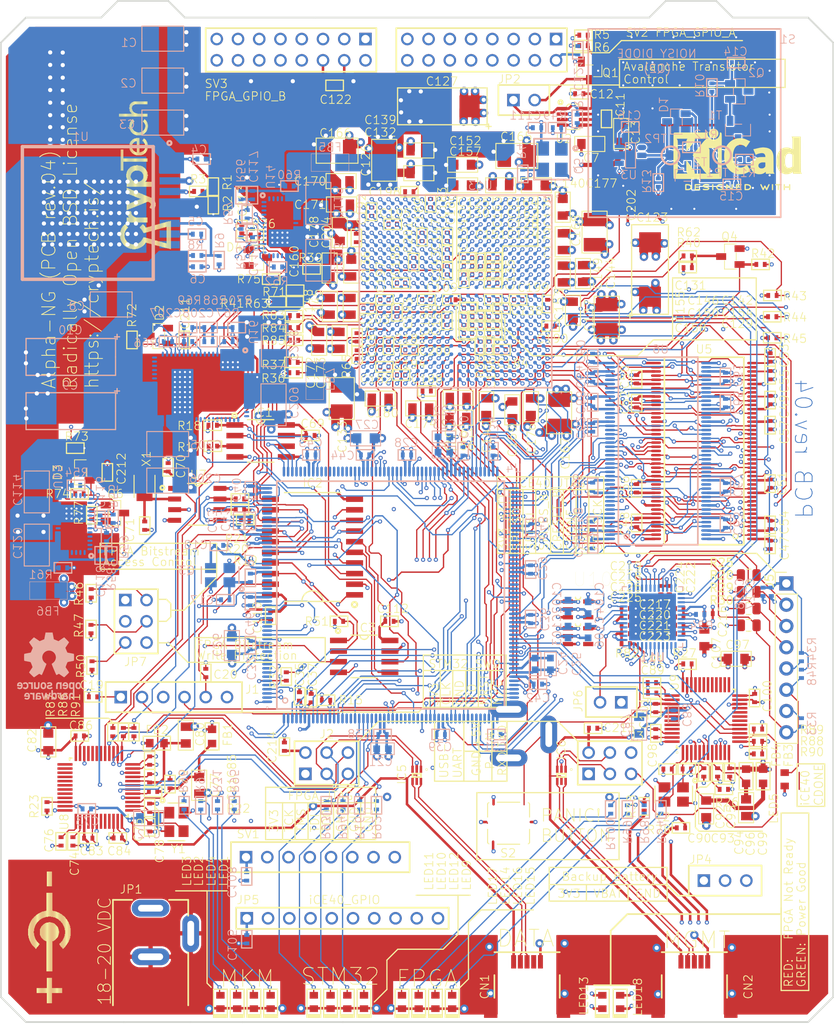
<source format=kicad_pcb>
(kicad_pcb (version 20171130) (host pcbnew "(5.1.6)-1")

  (general
    (thickness 1.6)
    (drawings 6594)
    (tracks 9266)
    (zones 0)
    (modules 404)
    (nets 618)
  )

  (page A4)
  (layers
    (0 F.Cu signal)
    (1 In1.Cu power hide)
    (2 In2.Cu mixed hide)
    (3 In3.Cu power hide)
    (4 In4.Cu power hide)
    (5 In5.Cu mixed hide)
    (6 In6.Cu power hide)
    (31 B.Cu signal hide)
    (32 B.Adhes user hide)
    (33 F.Adhes user hide)
    (34 B.Paste user hide)
    (35 F.Paste user hide)
    (36 B.SilkS user hide)
    (37 F.SilkS user hide)
    (38 B.Mask user hide)
    (39 F.Mask user hide)
    (40 Dwgs.User user hide)
    (41 Cmts.User user hide)
    (42 Eco1.User user hide)
    (43 Eco2.User user hide)
    (44 Edge.Cuts user)
    (45 Margin user hide)
    (46 B.CrtYd user hide)
    (47 F.CrtYd user hide)
    (48 B.Fab user hide)
    (49 F.Fab user hide)
  )

  (setup
    (last_trace_width 0.254)
    (user_trace_width 0.15)
    (user_trace_width 0.164)
    (user_trace_width 0.2)
    (user_trace_width 0.3)
    (user_trace_width 0.5)
    (trace_clearance 0.125)
    (zone_clearance 0.127)
    (zone_45_only no)
    (trace_min 0.15)
    (via_size 0.889)
    (via_drill 0.25)
    (via_min_size 0.25)
    (via_min_drill 0.25)
    (user_via 0.5 0.25)
    (uvia_size 0.508)
    (uvia_drill 0.127)
    (uvias_allowed no)
    (uvia_min_size 0.25)
    (uvia_min_drill 0.127)
    (edge_width 0.1)
    (segment_width 0.2)
    (pcb_text_width 0.3)
    (pcb_text_size 1.5 1.5)
    (mod_edge_width 0.15)
    (mod_text_size 1 1)
    (mod_text_width 0.15)
    (pad_size 1.5 1.5)
    (pad_drill 1)
    (pad_to_mask_clearance 0)
    (aux_axis_origin 0 0)
    (visible_elements 7EFFDF7F)
    (pcbplotparams
      (layerselection 0x010fc_ffffffff)
      (usegerberextensions false)
      (usegerberattributes false)
      (usegerberadvancedattributes false)
      (creategerberjobfile false)
      (excludeedgelayer true)
      (linewidth 0.100000)
      (plotframeref false)
      (viasonmask false)
      (mode 1)
      (useauxorigin false)
      (hpglpennumber 1)
      (hpglpenspeed 20)
      (hpglpendiameter 15.000000)
      (psnegative false)
      (psa4output false)
      (plotreference false)
      (plotvalue false)
      (plotinvisibletext false)
      (padsonsilk false)
      (subtractmaskfromsilk false)
      (outputformat 1)
      (mirror false)
      (drillshape 0)
      (scaleselection 1)
      (outputdirectory "D:/DATA/YandexDisk/DEV/CrypTech/git/user/shatov/alpha_rev04/KiCAD/GerberOutput/"))
  )

  (net 0 "")
  (net 1 3V3_BATT)
  (net 2 15V_STABLE)
  (net 3 GND)
  (net 4 "Net-(C15-Pad2)")
  (net 5 ARM_FPGA_CFG_CS_N)
  (net 6 ARM_FPGA_CFG_MISO)
  (net 7 ARM_FPGA_CFG_MOSI)
  (net 8 ARM_FPGA_CFG_SCLK)
  (net 9 ARM_LED1)
  (net 10 ARM_LED2)
  (net 11 ARM_LED3)
  (net 12 ARM_LED4)
  (net 13 DIGITIZED_NOISE)
  (net 14 FMC_A0)
  (net 15 FMC_A1)
  (net 16 FMC_A2)
  (net 17 FMC_A3)
  (net 18 FMC_A4)
  (net 19 FMC_A5)
  (net 20 FMC_A6)
  (net 21 FMC_A7)
  (net 22 FMC_A8)
  (net 23 FMC_A9)
  (net 24 FMC_A10)
  (net 25 FMC_A11)
  (net 26 FMC_A12)
  (net 27 FMC_A13)
  (net 28 FMC_A14)
  (net 29 FMC_A15)
  (net 30 FMC_A16)
  (net 31 FMC_A17)
  (net 32 FMC_A18)
  (net 33 FMC_A19)
  (net 34 FMC_A20)
  (net 35 FMC_A21)
  (net 36 FMC_A22)
  (net 37 FMC_A23)
  (net 38 FMC_A24)
  (net 39 FMC_A25)
  (net 40 FMC_CLK)
  (net 41 FMC_D0)
  (net 42 FMC_D1)
  (net 43 FMC_D2)
  (net 44 FMC_D3)
  (net 45 FMC_D4)
  (net 46 FMC_D5)
  (net 47 FMC_D6)
  (net 48 FMC_D7)
  (net 49 FMC_D8)
  (net 50 FMC_D9)
  (net 51 FMC_D10)
  (net 52 FMC_D11)
  (net 53 FMC_D12)
  (net 54 FMC_D13)
  (net 55 FMC_D14)
  (net 56 FMC_D15)
  (net 57 FMC_D16)
  (net 58 FMC_D17)
  (net 59 FMC_D18)
  (net 60 FMC_D19)
  (net 61 FMC_D20)
  (net 62 FMC_D21)
  (net 63 FMC_D22)
  (net 64 FMC_D23)
  (net 65 FMC_D24)
  (net 66 FMC_D25)
  (net 67 FMC_D26)
  (net 68 FMC_D27)
  (net 69 FMC_D28)
  (net 70 FMC_D29)
  (net 71 FMC_D30)
  (net 72 FMC_D31)
  (net 73 FMC_NBL0)
  (net 74 FMC_NBL1)
  (net 75 FMC_NBL2)
  (net 76 FMC_NBL3)
  (net 77 FMC_NE1)
  (net 78 FMC_NL)
  (net 79 FMC_NOE)
  (net 80 FMC_NWAIT)
  (net 81 FMC_NWE)
  (net 82 FMC_SDCKE0)
  (net 83 FMC_SDCKE1)
  (net 84 FMC_SDCLK)
  (net 85 FMC_SDNCAS)
  (net 86 FMC_SDNE0)
  (net 87 FMC_SDNE1)
  (net 88 FMC_SDNRAS)
  (net 89 FMC_SDNWE)
  (net 90 FPGA_CFG_CS_N)
  (net 91 FPGA_CFG_CTRL_ARM_ENA)
  (net 92 FPGA_CFG_CTRL_FPGA_DIS)
  (net 93 FPGA_CFG_MISO)
  (net 94 FPGA_CFG_MOSI)
  (net 95 FPGA_CFG_SCLK)
  (net 96 FPGA_DONE)
  (net 97 FPGA_ENTROPY_DISABLE)
  (net 98 FPGA_GCLK)
  (net 99 FPGA_GPIO_A_0)
  (net 100 FPGA_GPIO_A_1)
  (net 101 FPGA_GPIO_A_2)
  (net 102 FPGA_GPIO_A_3)
  (net 103 FPGA_GPIO_A_4)
  (net 104 FPGA_GPIO_A_5)
  (net 105 FPGA_GPIO_A_6)
  (net 106 FPGA_GPIO_A_7)
  (net 107 FPGA_GPIO_B_0)
  (net 108 FPGA_GPIO_B_1)
  (net 109 FPGA_GPIO_B_2)
  (net 110 FPGA_GPIO_B_3)
  (net 111 FPGA_GPIO_B_4)
  (net 112 FPGA_GPIO_B_5)
  (net 113 FPGA_GPIO_B_6)
  (net 114 FPGA_GPIO_B_7)
  (net 115 FPGA_GPIO_LED_0)
  (net 116 FPGA_GPIO_LED_1)
  (net 117 FPGA_GPIO_LED_2)
  (net 118 FPGA_GPIO_LED_3)
  (net 119 FPGA_INIT_B)
  (net 120 FPGA_IRQ_N_0)
  (net 121 FPGA_IRQ_N_1)
  (net 122 FPGA_IRQ_N_2)
  (net 123 FPGA_IRQ_N_3)
  (net 124 FPGA_PROGRAM_B)
  (net 125 FPGA_VCCAUX_1V8)
  (net 126 FPGA_VCCINT_1V0)
  (net 127 FT_CTS)
  (net 128 FT_DTR)
  (net 129 FT_MGMT_CTS)
  (net 130 FT_MGMT_DTR)
  (net 131 FT_MGMT_RTS)
  (net 132 FT_MGMT_RXD)
  (net 133 FT_MGMT_TXD)
  (net 134 FT_MGMT_VCC3V3)
  (net 135 FT_MGMT_VPHY)
  (net 136 FT_MGMT_VPLL)
  (net 137 FT_MGMT_VREGIN)
  (net 138 FT_RTS)
  (net 139 FT_RXD)
  (net 140 FT_TXD)
  (net 141 FT_VCC3V3)
  (net 142 FT_VPHY)
  (net 143 FT_VPLL)
  (net 144 FT_VREGIN)
  (net 145 KSM_PROM_CS_N)
  (net 146 KSM_PROM_MISO)
  (net 147 KSM_PROM_MOSI)
  (net 148 KSM_PROM_SCLK)
  (net 149 "Net-(C5-Pad1)")
  (net 150 "Net-(C11-Pad1)")
  (net 151 "Net-(C12-Pad2)")
  (net 152 "Net-(C17-Pad2)")
  (net 153 "Net-(C70-Pad2)")
  (net 154 "Net-(C71-Pad2)")
  (net 155 "Net-(C75-Pad2)")
  (net 156 "Net-(C78-Pad2)")
  (net 157 "Net-(C90-Pad2)")
  (net 158 "Net-(C93-Pad2)")
  (net 159 "Net-(C115-Pad1)")
  (net 160 "Net-(C116-Pad1)")
  (net 161 "Net-(C117-Pad1)")
  (net 162 "Net-(C117-Pad2)")
  (net 163 "Net-(C118-Pad1)")
  (net 164 "Net-(C118-Pad2)")
  (net 165 "Net-(C207-Pad1)")
  (net 166 "Net-(C208-Pad1)")
  (net 167 "Net-(C208-Pad2)")
  (net 168 "Net-(IC1-Pad3)")
  (net 169 "Net-(JP2-Pad2)")
  (net 170 "Net-(LED1-Pad1)")
  (net 171 "Net-(LED2-Pad1)")
  (net 172 "Net-(LED3-Pad1)")
  (net 173 "Net-(LED4-Pad1)")
  (net 174 "Net-(LED9-Pad1)")
  (net 175 "Net-(LED10-Pad1)")
  (net 176 "Net-(LED11-Pad1)")
  (net 177 "Net-(LED12-Pad1)")
  (net 178 "Net-(LED13-Pad1)")
  (net 179 "Net-(LED14-Pad1)")
  (net 180 "Net-(LED15-Pad1)")
  (net 181 "Net-(LED16-Pad1)")
  (net 182 "Net-(LED17-Pad1)")
  (net 183 "Net-(LED18-Pad1)")
  (net 184 "Net-(LED18-Pad2)")
  (net 185 "Net-(Q1-Pad1)")
  (net 186 "Net-(Q5-Pad1)")
  (net 187 "Net-(Q5-Pad3)")
  (net 188 "Net-(R1-Pad1)")
  (net 189 "Net-(R3-Pad2)")
  (net 190 "Net-(R8-Pad1)")
  (net 191 "Net-(R32-Pad2)")
  (net 192 "Net-(R52-Pad1)")
  (net 193 "Net-(R53-Pad2)")
  (net 194 "Net-(R54-Pad1)")
  (net 195 "Net-(R55-Pad2)")
  (net 196 "Net-(R65-Pad1)")
  (net 197 "Net-(R66-Pad1)")
  (net 198 "Net-(R67-Pad1)")
  (net 199 POK_VCCAUX)
  (net 200 POK_VCCINT)
  (net 201 POK_VCCO)
  (net 202 PWR_18V)
  (net 203 PWR_ENA_VCCAUX)
  (net 204 PWR_ENA_VCCINT)
  (net 205 PWR_ENA_VCCO)
  (net 206 RTC_MFP)
  (net 207 RTC_SCL)
  (net 208 RTC_SDA)
  (net 209 VCC_5V0)
  (net 210 VCCO_3V3)
  (net 211 "/Entropy source/NOISE_IN")
  (net 212 "/Entropy source/RAW_NOISE")
  (net 213 "/STM32 configuration/OSC_OUT")
  (net 214 "/STM32 configuration/NRST")
  (net 215 "/STM32 power/VCAP1")
  (net 216 "/STM32 power/VCAP2")
  (net 217 "/User USB UART/FT_VCCORE")
  (net 218 "/User USB UART/FT_VCCA")
  (net 219 "/MGMT USB UART/FT_VCCORE1")
  (net 220 "/MGMT USB UART/FT_VCCA1")
  (net 221 "/User USB UART/D1_N")
  (net 222 "/User USB UART/D1_P")
  (net 223 "/MGMT USB UART/DM_N")
  (net 224 "/MGMT USB UART/DM_P")
  (net 225 "/Entropy source/AMPLIFIED")
  (net 226 "/Config memory/FPGA_PROM_CS_N")
  (net 227 "/Config memory/SPI_B_TRISTATE")
  (net 228 "/Config memory/FPGA_PROM_MISO")
  (net 229 "/Config memory/FPGA_PROM_SCLK")
  (net 230 "/Config memory/FPGA_PROM_MOSI")
  (net 231 "/Config memory/SPI_A_TRISTATE")
  (net 232 "/Config memory/FPGA_PROM_W_N")
  (net 233 "/User USB UART/USB_N")
  (net 234 "/User USB UART/USB_P")
  (net 235 "/MGMT USB UART/USB_MGMT_N")
  (net 236 "/MGMT USB UART/USB_MGMT_P")
  (net 237 "/STM32 configuration/SWDIO")
  (net 238 "/STM32 configuration/SWDCLK")
  (net 239 "/User USB UART/FT_RXD1")
  (net 240 "/User USB UART/FT_TXD1")
  (net 241 "/MGMT USB UART/FT_MGMT_RXD1")
  (net 242 "/MGMT USB UART/FT_MGMT_TXD1")
  (net 243 /Power/15V_LDO_ENABLE)
  (net 244 "/Config interface/FPGA_DONE_INT")
  (net 245 "/Entropy source/NOISE_OUT")
  (net 246 "/Config interface/FPGA_INIT_B_INT")
  (net 247 "/STM32 configuration/OSC_IN")
  (net 248 "/STM32 configuration/BOOT0")
  (net 249 "/User USB UART/FT_REF")
  (net 250 "/User USB UART/FT_RESET")
  (net 251 "/MGMT USB UART/FT_REF1")
  (net 252 "/MGMT USB UART/FT_RESET1")
  (net 253 "/Config interface/FPGA_M2")
  (net 254 "/Config interface/FPGA_M1")
  (net 255 "/Config interface/FPGA_M0")
  (net 256 "/Config interface/FPGA_JTAG_TDI")
  (net 257 "/Config interface/FPGA_JTAG_TMS")
  (net 258 "/Config interface/FPGA_JTAG_TCK")
  (net 259 "/Config interface/FPGA_INIT_B_INT1")
  (net 260 "/Config interface/FPGA_PROGRAM_B1")
  (net 261 "/Config interface/FPGA_CFG_SCLK1")
  (net 262 "/MKM interface/FPGA_CFG_MOSI1")
  (net 263 "/MKM interface/FPGA_CFG_MISO1")
  (net 264 "/MKM interface/FPGA_CFG_CS_N1")
  (net 265 "/Config interface/FPGA_JTAG_TDO")
  (net 266 "Net-(CN1-PadID)")
  (net 267 "Net-(CN2-PadID)")
  (net 268 "Net-(J1-Pad6)")
  (net 269 "Net-(Q2-Pad3)")
  (net 270 "Net-(U1-Pad9)")
  (net 271 "Net-(U3-Pad1)")
  (net 272 "Net-(U4-Pad199)")
  (net 273 "Net-(U4-Pad198)")
  (net 274 "Net-(U4-Pad193)")
  (net 275 "Net-(U4-Pad192)")
  (net 276 "Net-(U4-Pad186)")
  (net 277 "Net-(U4-Pad181)")
  (net 278 "Net-(U4-Pad180)")
  (net 279 "Net-(U4-Pad179)")
  (net 280 "Net-(U4-Pad178)")
  (net 281 "Net-(U4-Pad176)")
  (net 282 "Net-(U4-Pad166)")
  (net 283 "Net-(U4-Pad160)")
  (net 284 "Net-(U4-Pad139)")
  (net 285 "Net-(U4-Pad138)")
  (net 286 "Net-(U4-Pad134)")
  (net 287 "Net-(U4-Pad133)")
  (net 288 "Net-(U4-Pad128)")
  (net 289 "Net-(U4-Pad127)")
  (net 290 "Net-(U4-Pad126)")
  (net 291 "Net-(U4-Pad121)")
  (net 292 "Net-(U4-Pad118)")
  (net 293 "Net-(U4-Pad95)")
  (net 294 "Net-(U4-Pad69)")
  (net 295 "Net-(U4-Pad68)")
  (net 296 "Net-(U4-Pad67)")
  (net 297 "Net-(U4-Pad66)")
  (net 298 "Net-(U4-Pad65)")
  (net 299 "Net-(U4-Pad64)")
  (net 300 "Net-(U4-Pad63)")
  (net 301 "Net-(U4-Pad62)")
  (net 302 "Net-(U4-Pad58)")
  (net 303 "Net-(U4-Pad57)")
  (net 304 "Net-(U4-Pad46)")
  (net 305 "Net-(U4-Pad36)")
  (net 306 "Net-(U4-Pad31)")
  (net 307 "Net-(U4-Pad30)")
  (net 308 "Net-(U4-Pad29)")
  (net 309 "Net-(U4-Pad28)")
  (net 310 "Net-(U4-Pad20)")
  (net 311 "Net-(U4-Pad19)")
  (net 312 "Net-(U4-Pad13)")
  (net 313 "Net-(U4-Pad10)")
  (net 314 "Net-(U4-Pad9)")
  (net 315 "Net-(U4-Pad7)")
  (net 316 "Net-(U8-Pad18)")
  (net 317 "Net-(U8-Pad19)")
  (net 318 "Net-(U8-Pad20)")
  (net 319 "Net-(U8-Pad21)")
  (net 320 "Net-(U8-Pad25)")
  (net 321 "Net-(U8-Pad26)")
  (net 322 "Net-(U8-Pad27)")
  (net 323 "Net-(U8-Pad28)")
  (net 324 "Net-(U8-Pad29)")
  (net 325 "Net-(U8-Pad30)")
  (net 326 "Net-(U8-Pad31)")
  (net 327 "Net-(U8-Pad32)")
  (net 328 "Net-(U8-Pad33)")
  (net 329 "Net-(U8-Pad43)")
  (net 330 "Net-(U8-Pad44)")
  (net 331 "Net-(U8-Pad45)")
  (net 332 "Net-(U9-Pad18)")
  (net 333 "Net-(U9-Pad19)")
  (net 334 "Net-(U9-Pad20)")
  (net 335 "Net-(U9-Pad21)")
  (net 336 "Net-(U9-Pad25)")
  (net 337 "Net-(U9-Pad26)")
  (net 338 "Net-(U9-Pad27)")
  (net 339 "Net-(U9-Pad28)")
  (net 340 "Net-(U9-Pad29)")
  (net 341 "Net-(U9-Pad30)")
  (net 342 "Net-(U9-Pad31)")
  (net 343 "Net-(U9-Pad32)")
  (net 344 "Net-(U9-Pad33)")
  (net 345 "Net-(U9-Pad43)")
  (net 346 "Net-(U9-Pad44)")
  (net 347 "Net-(U9-Pad45)")
  (net 348 "Net-(U11-Pad28)")
  (net 349 "Net-(U11-Pad13)")
  (net 350 "Net-(U11-Pad6)")
  (net 351 "Net-(U13-PadAA18)")
  (net 352 "Net-(U13-PadAA10)")
  (net 353 "Net-(U13-PadY19)")
  (net 354 "Net-(U13-PadY9)")
  (net 355 "Net-(U13-PadY8)")
  (net 356 "Net-(U13-PadY2)")
  (net 357 "Net-(U13-PadW21)")
  (net 358 "Net-(U13-PadW15)")
  (net 359 "Net-(U13-PadW9)")
  (net 360 "Net-(U13-PadW7)")
  (net 361 "Net-(U13-PadW6)")
  (net 362 "Net-(U13-PadW5)")
  (net 363 "Net-(U13-PadW4)")
  (net 364 "Net-(U13-PadV22)")
  (net 365 "Net-(U13-PadV19)")
  (net 366 "Net-(U13-PadV17)")
  (net 367 "Net-(U13-PadV15)")
  (net 368 "Net-(U13-PadV14)")
  (net 369 "Net-(U13-PadV13)")
  (net 370 "Net-(U13-PadV10)")
  (net 371 "Net-(U13-PadV9)")
  (net 372 "Net-(U13-PadV8)")
  (net 373 "Net-(U13-PadV7)")
  (net 374 "Net-(U13-PadU21)")
  (net 375 "Net-(U13-PadU18)")
  (net 376 "Net-(U13-PadU17)")
  (net 377 "Net-(U13-PadU16)")
  (net 378 "Net-(U13-PadU15)")
  (net 379 "Net-(U13-PadU7)")
  (net 380 "Net-(U13-PadU6)")
  (net 381 "Net-(U13-PadU5)")
  (net 382 "Net-(U13-PadT21)")
  (net 383 "Net-(U13-PadT20)")
  (net 384 "Net-(U13-PadT18)")
  (net 385 "Net-(U13-PadT16)")
  (net 386 "Net-(U13-PadT15)")
  (net 387 "Net-(U13-PadT14)")
  (net 388 "Net-(U13-PadT6)")
  (net 389 "Net-(U13-PadT5)")
  (net 390 "Net-(U13-PadT4)")
  (net 391 "Net-(U13-PadT3)")
  (net 392 "Net-(U13-PadR19)")
  (net 393 "Net-(U13-PadR18)")
  (net 394 "Net-(U13-PadR17)")
  (net 395 "Net-(U13-PadR16)")
  (net 396 "Net-(U13-PadR14)")
  (net 397 "Net-(U13-PadR6)")
  (net 398 "Net-(U13-PadR3)")
  (net 399 "Net-(U13-PadR2)")
  (net 400 "Net-(U13-PadR1)")
  (net 401 "Net-(U13-PadP20)")
  (net 402 "Net-(U13-PadP19)")
  (net 403 "Net-(U13-PadP17)")
  (net 404 "Net-(U13-PadP16)")
  (net 405 "Net-(U13-PadP15)")
  (net 406 "Net-(U13-PadP14)")
  (net 407 "Net-(U13-PadP6)")
  (net 408 "Net-(U13-PadP5)")
  (net 409 "Net-(U13-PadP4)")
  (net 410 "Net-(U13-PadP2)")
  (net 411 "Net-(U13-PadP1)")
  (net 412 "Net-(U13-PadN22)")
  (net 413 "Net-(U13-PadN20)")
  (net 414 "Net-(U13-PadN19)")
  (net 415 "Net-(U13-PadN18)")
  (net 416 "Net-(U13-PadN17)")
  (net 417 "Net-(U13-PadN14)")
  (net 418 "Net-(U13-PadN13)")
  (net 419 "Net-(U13-PadN5)")
  (net 420 "Net-(U13-PadN4)")
  (net 421 "Net-(U13-PadN3)")
  (net 422 "Net-(U13-PadN2)")
  (net 423 "Net-(U13-PadM22)")
  (net 424 "Net-(U13-PadM21)")
  (net 425 "Net-(U13-PadM20)")
  (net 426 "Net-(U13-PadM18)")
  (net 427 "Net-(U13-PadM17)")
  (net 428 "Net-(U13-PadM16)")
  (net 429 "Net-(U13-PadM15)")
  (net 430 "Net-(U13-PadM13)")
  (net 431 "Net-(U13-PadM9)")
  (net 432 "Net-(U13-PadM6)")
  (net 433 "Net-(U13-PadM5)")
  (net 434 "Net-(U13-PadM3)")
  (net 435 "Net-(U13-PadM2)")
  (net 436 "Net-(U13-PadM1)")
  (net 437 "Net-(U13-PadL21)")
  (net 438 "Net-(U13-PadL20)")
  (net 439 "Net-(U13-PadL19)")
  (net 440 "Net-(U13-PadL18)")
  (net 441 "Net-(U13-PadL16)")
  (net 442 "Net-(U13-PadL15)")
  (net 443 "Net-(U13-PadL14)")
  (net 444 "Net-(U13-PadL13)")
  (net 445 "Net-(U13-PadL10)")
  (net 446 "Net-(U13-PadL6)")
  (net 447 "Net-(U13-PadL5)")
  (net 448 "Net-(U13-PadL4)")
  (net 449 "Net-(U13-PadL3)")
  (net 450 "Net-(U13-PadL1)")
  (net 451 "Net-(U13-PadK22)")
  (net 452 "Net-(U13-PadK21)")
  (net 453 "Net-(U13-PadK19)")
  (net 454 "Net-(U13-PadK18)")
  (net 455 "Net-(U13-PadK17)")
  (net 456 "Net-(U13-PadK16)")
  (net 457 "Net-(U13-PadK14)")
  (net 458 "Net-(U13-PadK13)")
  (net 459 "Net-(U13-PadK6)")
  (net 460 "Net-(U13-PadK4)")
  (net 461 "Net-(U13-PadK3)")
  (net 462 "Net-(U13-PadK2)")
  (net 463 "Net-(U13-PadK1)")
  (net 464 "Net-(U13-PadJ22)")
  (net 465 "Net-(U13-PadJ21)")
  (net 466 "Net-(U13-PadJ20)")
  (net 467 "Net-(U13-PadJ19)")
  (net 468 "Net-(U13-PadJ17)")
  (net 469 "Net-(U13-PadJ16)")
  (net 470 "Net-(U13-PadJ15)")
  (net 471 "Net-(U13-PadJ14)")
  (net 472 "Net-(U13-PadJ6)")
  (net 473 "Net-(U13-PadJ5)")
  (net 474 "Net-(U13-PadJ4)")
  (net 475 "Net-(U13-PadJ2)")
  (net 476 "Net-(U13-PadJ1)")
  (net 477 "Net-(U13-PadH22)")
  (net 478 "Net-(U13-PadH20)")
  (net 479 "Net-(U13-PadH19)")
  (net 480 "Net-(U13-PadH18)")
  (net 481 "Net-(U13-PadH17)")
  (net 482 "Net-(U13-PadH15)")
  (net 483 "Net-(U13-PadH14)")
  (net 484 "Net-(U13-PadH13)")
  (net 485 "Net-(U13-PadH5)")
  (net 486 "Net-(U13-PadH4)")
  (net 487 "Net-(U13-PadH3)")
  (net 488 "Net-(U13-PadH2)")
  (net 489 "Net-(U13-PadG22)")
  (net 490 "Net-(U13-PadG21)")
  (net 491 "Net-(U13-PadG20)")
  (net 492 "Net-(U13-PadG18)")
  (net 493 "Net-(U13-PadG17)")
  (net 494 "Net-(U13-PadG16)")
  (net 495 "Net-(U13-PadG15)")
  (net 496 "Net-(U13-PadG13)")
  (net 497 "Net-(U13-PadG4)")
  (net 498 "Net-(U13-PadG3)")
  (net 499 "Net-(U13-PadG2)")
  (net 500 "Net-(U13-PadG1)")
  (net 501 "Net-(U13-PadF21)")
  (net 502 "Net-(U13-PadF20)")
  (net 503 "Net-(U13-PadF19)")
  (net 504 "Net-(U13-PadF15)")
  (net 505 "Net-(U13-PadF13)")
  (net 506 "Net-(U13-PadF10)")
  (net 507 "Net-(U13-PadF9)")
  (net 508 "Net-(U13-PadF8)")
  (net 509 "Net-(U13-PadF7)")
  (net 510 "Net-(U13-PadF6)")
  (net 511 "Net-(U13-PadF4)")
  (net 512 "Net-(U13-PadF3)")
  (net 513 "Net-(U13-PadF1)")
  (net 514 "Net-(U13-PadE22)")
  (net 515 "Net-(U13-PadE21)")
  (net 516 "Net-(U13-PadE16)")
  (net 517 "Net-(U13-PadE10)")
  (net 518 "Net-(U13-PadE8)")
  (net 519 "Net-(U13-PadE6)")
  (net 520 "Net-(U13-PadE3)")
  (net 521 "Net-(U13-PadE2)")
  (net 522 "Net-(U13-PadE1)")
  (net 523 "Net-(U13-PadD22)")
  (net 524 "Net-(U13-PadD21)")
  (net 525 "Net-(U13-PadD20)")
  (net 526 "Net-(U13-PadD19)")
  (net 527 "Net-(U13-PadD16)")
  (net 528 "Net-(U13-PadD15)")
  (net 529 "Net-(U13-PadD11)")
  (net 530 "Net-(U13-PadD10)")
  (net 531 "Net-(U13-PadD9)")
  (net 532 "Net-(U13-PadD7)")
  (net 533 "Net-(U13-PadD6)")
  (net 534 "Net-(U13-PadD5)")
  (net 535 "Net-(U13-PadD2)")
  (net 536 "Net-(U13-PadD1)")
  (net 537 "Net-(U13-PadC19)")
  (net 538 "Net-(U13-PadC11)")
  (net 539 "Net-(U13-PadC9)")
  (net 540 "Net-(U13-PadC8)")
  (net 541 "Net-(U13-PadC7)")
  (net 542 "Net-(U13-PadC5)")
  (net 543 "Net-(U13-PadC4)")
  (net 544 "Net-(U13-PadC2)")
  (net 545 "Net-(U13-PadB22)")
  (net 546 "Net-(U13-PadB21)")
  (net 547 "Net-(U13-PadB11)")
  (net 548 "Net-(U13-PadB10)")
  (net 549 "Net-(U13-PadB9)")
  (net 550 "Net-(U13-PadB8)")
  (net 551 "Net-(U13-PadB7)")
  (net 552 "Net-(U13-PadB6)")
  (net 553 "Net-(U13-PadB5)")
  (net 554 "Net-(U13-PadB4)")
  (net 555 "Net-(U13-PadB2)")
  (net 556 "Net-(U13-PadB1)")
  (net 557 "Net-(U13-PadA10)")
  (net 558 "Net-(U13-PadA8)")
  (net 559 "Net-(U13-PadA6)")
  (net 560 "Net-(U13-PadA4)")
  (net 561 "Net-(U13-PadA1)")
  (net 562 "Net-(U16-Pad48)")
  (net 563 "Net-(U16-Pad49)")
  (net 564 "Net-(U16-Pad50)")
  (net 565 "Net-(U16-Pad57)")
  (net 566 "Net-(U16-Pad58)")
  (net 567 "Net-(U16-Pad60)")
  (net 568 "Net-(U16-Pad61)")
  (net 569 "Net-(U16-Pad62)")
  (net 570 "Net-(U11-Pad4)")
  (net 571 "/Master Key Memory/MKM_VCC")
  (net 572 "/Master Key Memory/MKM_VPP")
  (net 573 "/Master Key Memory/MKM_VCC_PLL")
  (net 574 "Net-(U10-Pad4)")
  (net 575 "Net-(U12-Pad4)")
  (net 576 ARM_SPI3_MOSI)
  (net 577 ARM_SPI3_MISO)
  (net 578 ARM_SPI3_SCK)
  (net 579 ARM_SPI3_CS_N)
  (net 580 "/Master Key Memory/ICE40_SPI_SI")
  (net 581 "/Master Key Memory/ICE40_SPI_SS")
  (net 582 "/Master Key Memory/ICE40_SPI_SCK")
  (net 583 "/Master Key Memory/ICE40_SPI_SO")
  (net 584 ICE40_CDONE)
  (net 585 ICE40_CRESET)
  (net 586 ICE40_GPIO_ARM_0)
  (net 587 ICE40_GPIO_ARM_1)
  (net 588 ICE40_GPIO_ARM_2)
  (net 589 ICE40_GPIO_ARM_3)
  (net 590 ICE40_GPIO_FPGA_0)
  (net 591 ICE40_GPIO_FPGA_1)
  (net 592 ICE40_GPIO_FPGA_3)
  (net 593 ICE40_GPIO_FPGA_2)
  (net 594 ICE40_JUMPER)
  (net 595 ICE40_GPIO_1)
  (net 596 ICE40_GPIO_7)
  (net 597 ICE40_GPIO_6)
  (net 598 ICE40_GPIO_5)
  (net 599 ICE40_GPIO_4)
  (net 600 ICE40_GPIO_3)
  (net 601 ICE40_GPIO_2)
  (net 602 ICE40_GPIO_0)
  (net 603 ICE40_LED3)
  (net 604 ICE40_PANIC)
  (net 605 ICE40_LED2)
  (net 606 ICE40_LED1)
  (net 607 ICE40_LED4)
  (net 608 ICE40_FPGA_MISO)
  (net 609 ICE40_FPGA_CS_N)
  (net 610 ICE40_FPGA_MOSI)
  (net 611 ICE40_FPGA_SCK)
  (net 612 "Net-(U13-PadB20)")
  (net 613 ICE40_GPIO_FPGA_7)
  (net 614 ICE40_GPIO_FPGA_5)
  (net 615 ICE40_GPIO_FPGA_6)
  (net 616 ICE40_GPIO_FPGA_4)
  (net 617 "Net-(U11-Pad2)")

  (net_class Default "This is the default net class."
    (clearance 0.125)
    (trace_width 0.254)
    (via_dia 0.889)
    (via_drill 0.25)
    (uvia_dia 0.508)
    (uvia_drill 0.127)
    (add_net "/Config interface/FPGA_CFG_SCLK1")
    (add_net "/Config interface/FPGA_DONE_INT")
    (add_net "/Config interface/FPGA_INIT_B_INT")
    (add_net "/Config interface/FPGA_INIT_B_INT1")
    (add_net "/Config interface/FPGA_JTAG_TCK")
    (add_net "/Config interface/FPGA_JTAG_TDI")
    (add_net "/Config interface/FPGA_JTAG_TDO")
    (add_net "/Config interface/FPGA_JTAG_TMS")
    (add_net "/Config interface/FPGA_M0")
    (add_net "/Config interface/FPGA_M1")
    (add_net "/Config interface/FPGA_M2")
    (add_net "/Config interface/FPGA_PROGRAM_B1")
    (add_net "/Config memory/FPGA_PROM_CS_N")
    (add_net "/Config memory/FPGA_PROM_MISO")
    (add_net "/Config memory/FPGA_PROM_MOSI")
    (add_net "/Config memory/FPGA_PROM_SCLK")
    (add_net "/Config memory/FPGA_PROM_W_N")
    (add_net "/Config memory/SPI_A_TRISTATE")
    (add_net "/Config memory/SPI_B_TRISTATE")
    (add_net "/Entropy source/AMPLIFIED")
    (add_net "/Entropy source/NOISE_IN")
    (add_net "/Entropy source/NOISE_OUT")
    (add_net "/Entropy source/RAW_NOISE")
    (add_net "/MGMT USB UART/DM_N")
    (add_net "/MGMT USB UART/DM_P")
    (add_net "/MGMT USB UART/FT_MGMT_RXD1")
    (add_net "/MGMT USB UART/FT_MGMT_TXD1")
    (add_net "/MGMT USB UART/FT_REF1")
    (add_net "/MGMT USB UART/FT_RESET1")
    (add_net "/MGMT USB UART/FT_VCCA1")
    (add_net "/MGMT USB UART/FT_VCCORE1")
    (add_net "/MGMT USB UART/USB_MGMT_N")
    (add_net "/MGMT USB UART/USB_MGMT_P")
    (add_net "/MKM interface/FPGA_CFG_CS_N1")
    (add_net "/MKM interface/FPGA_CFG_MISO1")
    (add_net "/MKM interface/FPGA_CFG_MOSI1")
    (add_net "/Master Key Memory/ICE40_SPI_SCK")
    (add_net "/Master Key Memory/ICE40_SPI_SI")
    (add_net "/Master Key Memory/ICE40_SPI_SO")
    (add_net "/Master Key Memory/ICE40_SPI_SS")
    (add_net "/Master Key Memory/MKM_VCC")
    (add_net "/Master Key Memory/MKM_VCC_PLL")
    (add_net "/Master Key Memory/MKM_VPP")
    (add_net /Power/15V_LDO_ENABLE)
    (add_net "/STM32 configuration/BOOT0")
    (add_net "/STM32 configuration/NRST")
    (add_net "/STM32 configuration/OSC_IN")
    (add_net "/STM32 configuration/OSC_OUT")
    (add_net "/STM32 configuration/SWDCLK")
    (add_net "/STM32 configuration/SWDIO")
    (add_net "/STM32 power/VCAP1")
    (add_net "/STM32 power/VCAP2")
    (add_net "/User USB UART/D1_N")
    (add_net "/User USB UART/D1_P")
    (add_net "/User USB UART/FT_REF")
    (add_net "/User USB UART/FT_RESET")
    (add_net "/User USB UART/FT_RXD1")
    (add_net "/User USB UART/FT_TXD1")
    (add_net "/User USB UART/FT_VCCA")
    (add_net "/User USB UART/FT_VCCORE")
    (add_net "/User USB UART/USB_N")
    (add_net "/User USB UART/USB_P")
    (add_net 15V_STABLE)
    (add_net 3V3_BATT)
    (add_net ARM_FPGA_CFG_CS_N)
    (add_net ARM_FPGA_CFG_MISO)
    (add_net ARM_FPGA_CFG_MOSI)
    (add_net ARM_FPGA_CFG_SCLK)
    (add_net ARM_LED1)
    (add_net ARM_LED2)
    (add_net ARM_LED3)
    (add_net ARM_LED4)
    (add_net ARM_SPI3_CS_N)
    (add_net ARM_SPI3_MISO)
    (add_net ARM_SPI3_MOSI)
    (add_net ARM_SPI3_SCK)
    (add_net DIGITIZED_NOISE)
    (add_net FPGA_CFG_CS_N)
    (add_net FPGA_CFG_CTRL_ARM_ENA)
    (add_net FPGA_CFG_CTRL_FPGA_DIS)
    (add_net FPGA_CFG_MISO)
    (add_net FPGA_CFG_MOSI)
    (add_net FPGA_CFG_SCLK)
    (add_net FPGA_DONE)
    (add_net FPGA_ENTROPY_DISABLE)
    (add_net FPGA_GCLK)
    (add_net FPGA_GPIO_LED_0)
    (add_net FPGA_GPIO_LED_1)
    (add_net FPGA_GPIO_LED_2)
    (add_net FPGA_GPIO_LED_3)
    (add_net FPGA_INIT_B)
    (add_net FPGA_IRQ_N_0)
    (add_net FPGA_IRQ_N_1)
    (add_net FPGA_IRQ_N_2)
    (add_net FPGA_IRQ_N_3)
    (add_net FPGA_PROGRAM_B)
    (add_net FPGA_VCCAUX_1V8)
    (add_net FPGA_VCCINT_1V0)
    (add_net FT_CTS)
    (add_net FT_DTR)
    (add_net FT_MGMT_CTS)
    (add_net FT_MGMT_DTR)
    (add_net FT_MGMT_RTS)
    (add_net FT_MGMT_RXD)
    (add_net FT_MGMT_TXD)
    (add_net FT_MGMT_VCC3V3)
    (add_net FT_MGMT_VPHY)
    (add_net FT_MGMT_VPLL)
    (add_net FT_MGMT_VREGIN)
    (add_net FT_RTS)
    (add_net FT_RXD)
    (add_net FT_TXD)
    (add_net FT_VCC3V3)
    (add_net FT_VPHY)
    (add_net FT_VPLL)
    (add_net FT_VREGIN)
    (add_net GND)
    (add_net ICE40_CDONE)
    (add_net ICE40_CRESET)
    (add_net ICE40_FPGA_CS_N)
    (add_net ICE40_FPGA_MISO)
    (add_net ICE40_FPGA_MOSI)
    (add_net ICE40_FPGA_SCK)
    (add_net ICE40_GPIO_0)
    (add_net ICE40_GPIO_1)
    (add_net ICE40_GPIO_2)
    (add_net ICE40_GPIO_3)
    (add_net ICE40_GPIO_4)
    (add_net ICE40_GPIO_5)
    (add_net ICE40_GPIO_6)
    (add_net ICE40_GPIO_7)
    (add_net ICE40_GPIO_ARM_0)
    (add_net ICE40_GPIO_ARM_1)
    (add_net ICE40_GPIO_ARM_2)
    (add_net ICE40_GPIO_ARM_3)
    (add_net ICE40_GPIO_FPGA_0)
    (add_net ICE40_GPIO_FPGA_1)
    (add_net ICE40_GPIO_FPGA_2)
    (add_net ICE40_GPIO_FPGA_3)
    (add_net ICE40_GPIO_FPGA_4)
    (add_net ICE40_GPIO_FPGA_5)
    (add_net ICE40_GPIO_FPGA_6)
    (add_net ICE40_GPIO_FPGA_7)
    (add_net ICE40_JUMPER)
    (add_net ICE40_LED1)
    (add_net ICE40_LED2)
    (add_net ICE40_LED3)
    (add_net ICE40_LED4)
    (add_net ICE40_PANIC)
    (add_net KSM_PROM_CS_N)
    (add_net KSM_PROM_MISO)
    (add_net KSM_PROM_MOSI)
    (add_net KSM_PROM_SCLK)
    (add_net "Net-(C11-Pad1)")
    (add_net "Net-(C115-Pad1)")
    (add_net "Net-(C116-Pad1)")
    (add_net "Net-(C117-Pad1)")
    (add_net "Net-(C117-Pad2)")
    (add_net "Net-(C118-Pad1)")
    (add_net "Net-(C118-Pad2)")
    (add_net "Net-(C12-Pad2)")
    (add_net "Net-(C15-Pad2)")
    (add_net "Net-(C17-Pad2)")
    (add_net "Net-(C207-Pad1)")
    (add_net "Net-(C208-Pad1)")
    (add_net "Net-(C208-Pad2)")
    (add_net "Net-(C5-Pad1)")
    (add_net "Net-(C70-Pad2)")
    (add_net "Net-(C71-Pad2)")
    (add_net "Net-(C75-Pad2)")
    (add_net "Net-(C78-Pad2)")
    (add_net "Net-(C90-Pad2)")
    (add_net "Net-(C93-Pad2)")
    (add_net "Net-(CN1-PadID)")
    (add_net "Net-(CN2-PadID)")
    (add_net "Net-(IC1-Pad3)")
    (add_net "Net-(J1-Pad6)")
    (add_net "Net-(JP2-Pad2)")
    (add_net "Net-(LED1-Pad1)")
    (add_net "Net-(LED10-Pad1)")
    (add_net "Net-(LED11-Pad1)")
    (add_net "Net-(LED12-Pad1)")
    (add_net "Net-(LED13-Pad1)")
    (add_net "Net-(LED14-Pad1)")
    (add_net "Net-(LED15-Pad1)")
    (add_net "Net-(LED16-Pad1)")
    (add_net "Net-(LED17-Pad1)")
    (add_net "Net-(LED18-Pad1)")
    (add_net "Net-(LED18-Pad2)")
    (add_net "Net-(LED2-Pad1)")
    (add_net "Net-(LED3-Pad1)")
    (add_net "Net-(LED4-Pad1)")
    (add_net "Net-(LED9-Pad1)")
    (add_net "Net-(Q1-Pad1)")
    (add_net "Net-(Q2-Pad3)")
    (add_net "Net-(Q5-Pad1)")
    (add_net "Net-(Q5-Pad3)")
    (add_net "Net-(R1-Pad1)")
    (add_net "Net-(R3-Pad2)")
    (add_net "Net-(R32-Pad2)")
    (add_net "Net-(R52-Pad1)")
    (add_net "Net-(R53-Pad2)")
    (add_net "Net-(R54-Pad1)")
    (add_net "Net-(R55-Pad2)")
    (add_net "Net-(R65-Pad1)")
    (add_net "Net-(R66-Pad1)")
    (add_net "Net-(R67-Pad1)")
    (add_net "Net-(R8-Pad1)")
    (add_net "Net-(U1-Pad9)")
    (add_net "Net-(U10-Pad4)")
    (add_net "Net-(U11-Pad13)")
    (add_net "Net-(U11-Pad2)")
    (add_net "Net-(U11-Pad28)")
    (add_net "Net-(U11-Pad4)")
    (add_net "Net-(U11-Pad6)")
    (add_net "Net-(U12-Pad4)")
    (add_net "Net-(U13-PadA1)")
    (add_net "Net-(U13-PadA10)")
    (add_net "Net-(U13-PadA4)")
    (add_net "Net-(U13-PadA6)")
    (add_net "Net-(U13-PadA8)")
    (add_net "Net-(U13-PadAA10)")
    (add_net "Net-(U13-PadAA18)")
    (add_net "Net-(U13-PadB1)")
    (add_net "Net-(U13-PadB10)")
    (add_net "Net-(U13-PadB11)")
    (add_net "Net-(U13-PadB2)")
    (add_net "Net-(U13-PadB20)")
    (add_net "Net-(U13-PadB21)")
    (add_net "Net-(U13-PadB22)")
    (add_net "Net-(U13-PadB4)")
    (add_net "Net-(U13-PadB5)")
    (add_net "Net-(U13-PadB6)")
    (add_net "Net-(U13-PadB7)")
    (add_net "Net-(U13-PadB8)")
    (add_net "Net-(U13-PadB9)")
    (add_net "Net-(U13-PadC11)")
    (add_net "Net-(U13-PadC19)")
    (add_net "Net-(U13-PadC2)")
    (add_net "Net-(U13-PadC4)")
    (add_net "Net-(U13-PadC5)")
    (add_net "Net-(U13-PadC7)")
    (add_net "Net-(U13-PadC8)")
    (add_net "Net-(U13-PadC9)")
    (add_net "Net-(U13-PadD1)")
    (add_net "Net-(U13-PadD10)")
    (add_net "Net-(U13-PadD11)")
    (add_net "Net-(U13-PadD15)")
    (add_net "Net-(U13-PadD16)")
    (add_net "Net-(U13-PadD19)")
    (add_net "Net-(U13-PadD2)")
    (add_net "Net-(U13-PadD20)")
    (add_net "Net-(U13-PadD21)")
    (add_net "Net-(U13-PadD22)")
    (add_net "Net-(U13-PadD5)")
    (add_net "Net-(U13-PadD6)")
    (add_net "Net-(U13-PadD7)")
    (add_net "Net-(U13-PadD9)")
    (add_net "Net-(U13-PadE1)")
    (add_net "Net-(U13-PadE10)")
    (add_net "Net-(U13-PadE16)")
    (add_net "Net-(U13-PadE2)")
    (add_net "Net-(U13-PadE21)")
    (add_net "Net-(U13-PadE22)")
    (add_net "Net-(U13-PadE3)")
    (add_net "Net-(U13-PadE6)")
    (add_net "Net-(U13-PadE8)")
    (add_net "Net-(U13-PadF1)")
    (add_net "Net-(U13-PadF10)")
    (add_net "Net-(U13-PadF13)")
    (add_net "Net-(U13-PadF15)")
    (add_net "Net-(U13-PadF19)")
    (add_net "Net-(U13-PadF20)")
    (add_net "Net-(U13-PadF21)")
    (add_net "Net-(U13-PadF3)")
    (add_net "Net-(U13-PadF4)")
    (add_net "Net-(U13-PadF6)")
    (add_net "Net-(U13-PadF7)")
    (add_net "Net-(U13-PadF8)")
    (add_net "Net-(U13-PadF9)")
    (add_net "Net-(U13-PadG1)")
    (add_net "Net-(U13-PadG13)")
    (add_net "Net-(U13-PadG15)")
    (add_net "Net-(U13-PadG16)")
    (add_net "Net-(U13-PadG17)")
    (add_net "Net-(U13-PadG18)")
    (add_net "Net-(U13-PadG2)")
    (add_net "Net-(U13-PadG20)")
    (add_net "Net-(U13-PadG21)")
    (add_net "Net-(U13-PadG22)")
    (add_net "Net-(U13-PadG3)")
    (add_net "Net-(U13-PadG4)")
    (add_net "Net-(U13-PadH13)")
    (add_net "Net-(U13-PadH14)")
    (add_net "Net-(U13-PadH15)")
    (add_net "Net-(U13-PadH17)")
    (add_net "Net-(U13-PadH18)")
    (add_net "Net-(U13-PadH19)")
    (add_net "Net-(U13-PadH2)")
    (add_net "Net-(U13-PadH20)")
    (add_net "Net-(U13-PadH22)")
    (add_net "Net-(U13-PadH3)")
    (add_net "Net-(U13-PadH4)")
    (add_net "Net-(U13-PadH5)")
    (add_net "Net-(U13-PadJ1)")
    (add_net "Net-(U13-PadJ14)")
    (add_net "Net-(U13-PadJ15)")
    (add_net "Net-(U13-PadJ16)")
    (add_net "Net-(U13-PadJ17)")
    (add_net "Net-(U13-PadJ19)")
    (add_net "Net-(U13-PadJ2)")
    (add_net "Net-(U13-PadJ20)")
    (add_net "Net-(U13-PadJ21)")
    (add_net "Net-(U13-PadJ22)")
    (add_net "Net-(U13-PadJ4)")
    (add_net "Net-(U13-PadJ5)")
    (add_net "Net-(U13-PadJ6)")
    (add_net "Net-(U13-PadK1)")
    (add_net "Net-(U13-PadK13)")
    (add_net "Net-(U13-PadK14)")
    (add_net "Net-(U13-PadK16)")
    (add_net "Net-(U13-PadK17)")
    (add_net "Net-(U13-PadK18)")
    (add_net "Net-(U13-PadK19)")
    (add_net "Net-(U13-PadK2)")
    (add_net "Net-(U13-PadK21)")
    (add_net "Net-(U13-PadK22)")
    (add_net "Net-(U13-PadK3)")
    (add_net "Net-(U13-PadK4)")
    (add_net "Net-(U13-PadK6)")
    (add_net "Net-(U13-PadL1)")
    (add_net "Net-(U13-PadL10)")
    (add_net "Net-(U13-PadL13)")
    (add_net "Net-(U13-PadL14)")
    (add_net "Net-(U13-PadL15)")
    (add_net "Net-(U13-PadL16)")
    (add_net "Net-(U13-PadL18)")
    (add_net "Net-(U13-PadL19)")
    (add_net "Net-(U13-PadL20)")
    (add_net "Net-(U13-PadL21)")
    (add_net "Net-(U13-PadL3)")
    (add_net "Net-(U13-PadL4)")
    (add_net "Net-(U13-PadL5)")
    (add_net "Net-(U13-PadL6)")
    (add_net "Net-(U13-PadM1)")
    (add_net "Net-(U13-PadM13)")
    (add_net "Net-(U13-PadM15)")
    (add_net "Net-(U13-PadM16)")
    (add_net "Net-(U13-PadM17)")
    (add_net "Net-(U13-PadM18)")
    (add_net "Net-(U13-PadM2)")
    (add_net "Net-(U13-PadM20)")
    (add_net "Net-(U13-PadM21)")
    (add_net "Net-(U13-PadM22)")
    (add_net "Net-(U13-PadM3)")
    (add_net "Net-(U13-PadM5)")
    (add_net "Net-(U13-PadM6)")
    (add_net "Net-(U13-PadM9)")
    (add_net "Net-(U13-PadN13)")
    (add_net "Net-(U13-PadN14)")
    (add_net "Net-(U13-PadN17)")
    (add_net "Net-(U13-PadN18)")
    (add_net "Net-(U13-PadN19)")
    (add_net "Net-(U13-PadN2)")
    (add_net "Net-(U13-PadN20)")
    (add_net "Net-(U13-PadN22)")
    (add_net "Net-(U13-PadN3)")
    (add_net "Net-(U13-PadN4)")
    (add_net "Net-(U13-PadN5)")
    (add_net "Net-(U13-PadP1)")
    (add_net "Net-(U13-PadP14)")
    (add_net "Net-(U13-PadP15)")
    (add_net "Net-(U13-PadP16)")
    (add_net "Net-(U13-PadP17)")
    (add_net "Net-(U13-PadP19)")
    (add_net "Net-(U13-PadP2)")
    (add_net "Net-(U13-PadP20)")
    (add_net "Net-(U13-PadP4)")
    (add_net "Net-(U13-PadP5)")
    (add_net "Net-(U13-PadP6)")
    (add_net "Net-(U13-PadR1)")
    (add_net "Net-(U13-PadR14)")
    (add_net "Net-(U13-PadR16)")
    (add_net "Net-(U13-PadR17)")
    (add_net "Net-(U13-PadR18)")
    (add_net "Net-(U13-PadR19)")
    (add_net "Net-(U13-PadR2)")
    (add_net "Net-(U13-PadR3)")
    (add_net "Net-(U13-PadR6)")
    (add_net "Net-(U13-PadT14)")
    (add_net "Net-(U13-PadT15)")
    (add_net "Net-(U13-PadT16)")
    (add_net "Net-(U13-PadT18)")
    (add_net "Net-(U13-PadT20)")
    (add_net "Net-(U13-PadT21)")
    (add_net "Net-(U13-PadT3)")
    (add_net "Net-(U13-PadT4)")
    (add_net "Net-(U13-PadT5)")
    (add_net "Net-(U13-PadT6)")
    (add_net "Net-(U13-PadU15)")
    (add_net "Net-(U13-PadU16)")
    (add_net "Net-(U13-PadU17)")
    (add_net "Net-(U13-PadU18)")
    (add_net "Net-(U13-PadU21)")
    (add_net "Net-(U13-PadU5)")
    (add_net "Net-(U13-PadU6)")
    (add_net "Net-(U13-PadU7)")
    (add_net "Net-(U13-PadV10)")
    (add_net "Net-(U13-PadV13)")
    (add_net "Net-(U13-PadV14)")
    (add_net "Net-(U13-PadV15)")
    (add_net "Net-(U13-PadV17)")
    (add_net "Net-(U13-PadV19)")
    (add_net "Net-(U13-PadV22)")
    (add_net "Net-(U13-PadV7)")
    (add_net "Net-(U13-PadV8)")
    (add_net "Net-(U13-PadV9)")
    (add_net "Net-(U13-PadW15)")
    (add_net "Net-(U13-PadW21)")
    (add_net "Net-(U13-PadW4)")
    (add_net "Net-(U13-PadW5)")
    (add_net "Net-(U13-PadW6)")
    (add_net "Net-(U13-PadW7)")
    (add_net "Net-(U13-PadW9)")
    (add_net "Net-(U13-PadY19)")
    (add_net "Net-(U13-PadY2)")
    (add_net "Net-(U13-PadY8)")
    (add_net "Net-(U13-PadY9)")
    (add_net "Net-(U16-Pad48)")
    (add_net "Net-(U16-Pad49)")
    (add_net "Net-(U16-Pad50)")
    (add_net "Net-(U16-Pad57)")
    (add_net "Net-(U16-Pad58)")
    (add_net "Net-(U16-Pad60)")
    (add_net "Net-(U16-Pad61)")
    (add_net "Net-(U16-Pad62)")
    (add_net "Net-(U3-Pad1)")
    (add_net "Net-(U4-Pad10)")
    (add_net "Net-(U4-Pad118)")
    (add_net "Net-(U4-Pad121)")
    (add_net "Net-(U4-Pad126)")
    (add_net "Net-(U4-Pad127)")
    (add_net "Net-(U4-Pad128)")
    (add_net "Net-(U4-Pad13)")
    (add_net "Net-(U4-Pad133)")
    (add_net "Net-(U4-Pad134)")
    (add_net "Net-(U4-Pad138)")
    (add_net "Net-(U4-Pad139)")
    (add_net "Net-(U4-Pad160)")
    (add_net "Net-(U4-Pad166)")
    (add_net "Net-(U4-Pad176)")
    (add_net "Net-(U4-Pad178)")
    (add_net "Net-(U4-Pad179)")
    (add_net "Net-(U4-Pad180)")
    (add_net "Net-(U4-Pad181)")
    (add_net "Net-(U4-Pad186)")
    (add_net "Net-(U4-Pad19)")
    (add_net "Net-(U4-Pad192)")
    (add_net "Net-(U4-Pad193)")
    (add_net "Net-(U4-Pad198)")
    (add_net "Net-(U4-Pad199)")
    (add_net "Net-(U4-Pad20)")
    (add_net "Net-(U4-Pad28)")
    (add_net "Net-(U4-Pad29)")
    (add_net "Net-(U4-Pad30)")
    (add_net "Net-(U4-Pad31)")
    (add_net "Net-(U4-Pad36)")
    (add_net "Net-(U4-Pad46)")
    (add_net "Net-(U4-Pad57)")
    (add_net "Net-(U4-Pad58)")
    (add_net "Net-(U4-Pad62)")
    (add_net "Net-(U4-Pad63)")
    (add_net "Net-(U4-Pad64)")
    (add_net "Net-(U4-Pad65)")
    (add_net "Net-(U4-Pad66)")
    (add_net "Net-(U4-Pad67)")
    (add_net "Net-(U4-Pad68)")
    (add_net "Net-(U4-Pad69)")
    (add_net "Net-(U4-Pad7)")
    (add_net "Net-(U4-Pad9)")
    (add_net "Net-(U4-Pad95)")
    (add_net "Net-(U8-Pad18)")
    (add_net "Net-(U8-Pad19)")
    (add_net "Net-(U8-Pad20)")
    (add_net "Net-(U8-Pad21)")
    (add_net "Net-(U8-Pad25)")
    (add_net "Net-(U8-Pad26)")
    (add_net "Net-(U8-Pad27)")
    (add_net "Net-(U8-Pad28)")
    (add_net "Net-(U8-Pad29)")
    (add_net "Net-(U8-Pad30)")
    (add_net "Net-(U8-Pad31)")
    (add_net "Net-(U8-Pad32)")
    (add_net "Net-(U8-Pad33)")
    (add_net "Net-(U8-Pad43)")
    (add_net "Net-(U8-Pad44)")
    (add_net "Net-(U8-Pad45)")
    (add_net "Net-(U9-Pad18)")
    (add_net "Net-(U9-Pad19)")
    (add_net "Net-(U9-Pad20)")
    (add_net "Net-(U9-Pad21)")
    (add_net "Net-(U9-Pad25)")
    (add_net "Net-(U9-Pad26)")
    (add_net "Net-(U9-Pad27)")
    (add_net "Net-(U9-Pad28)")
    (add_net "Net-(U9-Pad29)")
    (add_net "Net-(U9-Pad30)")
    (add_net "Net-(U9-Pad31)")
    (add_net "Net-(U9-Pad32)")
    (add_net "Net-(U9-Pad33)")
    (add_net "Net-(U9-Pad43)")
    (add_net "Net-(U9-Pad44)")
    (add_net "Net-(U9-Pad45)")
    (add_net POK_VCCAUX)
    (add_net POK_VCCINT)
    (add_net POK_VCCO)
    (add_net PWR_18V)
    (add_net PWR_ENA_VCCAUX)
    (add_net PWR_ENA_VCCINT)
    (add_net PWR_ENA_VCCO)
    (add_net RTC_MFP)
    (add_net RTC_SCL)
    (add_net RTC_SDA)
    (add_net VCCO_3V3)
    (add_net VCC_5V0)
  )

  (net_class FMC ""
    (clearance 0.125)
    (trace_width 0.254)
    (via_dia 0.889)
    (via_drill 0.25)
    (uvia_dia 0.508)
    (uvia_drill 0.127)
    (add_net FMC_A0)
    (add_net FMC_A1)
    (add_net FMC_A10)
    (add_net FMC_A11)
    (add_net FMC_A12)
    (add_net FMC_A13)
    (add_net FMC_A14)
    (add_net FMC_A15)
    (add_net FMC_A16)
    (add_net FMC_A17)
    (add_net FMC_A18)
    (add_net FMC_A19)
    (add_net FMC_A2)
    (add_net FMC_A20)
    (add_net FMC_A21)
    (add_net FMC_A22)
    (add_net FMC_A23)
    (add_net FMC_A24)
    (add_net FMC_A25)
    (add_net FMC_A3)
    (add_net FMC_A4)
    (add_net FMC_A5)
    (add_net FMC_A6)
    (add_net FMC_A7)
    (add_net FMC_A8)
    (add_net FMC_A9)
    (add_net FMC_CLK)
    (add_net FMC_D0)
    (add_net FMC_D1)
    (add_net FMC_D10)
    (add_net FMC_D11)
    (add_net FMC_D12)
    (add_net FMC_D13)
    (add_net FMC_D14)
    (add_net FMC_D15)
    (add_net FMC_D16)
    (add_net FMC_D17)
    (add_net FMC_D18)
    (add_net FMC_D19)
    (add_net FMC_D2)
    (add_net FMC_D20)
    (add_net FMC_D21)
    (add_net FMC_D22)
    (add_net FMC_D23)
    (add_net FMC_D24)
    (add_net FMC_D25)
    (add_net FMC_D26)
    (add_net FMC_D27)
    (add_net FMC_D28)
    (add_net FMC_D29)
    (add_net FMC_D3)
    (add_net FMC_D30)
    (add_net FMC_D31)
    (add_net FMC_D4)
    (add_net FMC_D5)
    (add_net FMC_D6)
    (add_net FMC_D7)
    (add_net FMC_D8)
    (add_net FMC_D9)
    (add_net FMC_NBL0)
    (add_net FMC_NBL1)
    (add_net FMC_NBL2)
    (add_net FMC_NBL3)
    (add_net FMC_NE1)
    (add_net FMC_NL)
    (add_net FMC_NOE)
    (add_net FMC_NWAIT)
    (add_net FMC_NWE)
    (add_net FMC_SDCKE0)
    (add_net FMC_SDCKE1)
    (add_net FMC_SDCLK)
    (add_net FMC_SDNCAS)
    (add_net FMC_SDNE0)
    (add_net FMC_SDNE1)
    (add_net FMC_SDNRAS)
    (add_net FMC_SDNWE)
  )

  (net_class FPGA_GPIO ""
    (clearance 0.125)
    (trace_width 0.254)
    (via_dia 0.889)
    (via_drill 0.25)
    (uvia_dia 0.508)
    (uvia_drill 0.127)
    (add_net FPGA_GPIO_A_0)
    (add_net FPGA_GPIO_A_1)
    (add_net FPGA_GPIO_A_2)
    (add_net FPGA_GPIO_A_3)
    (add_net FPGA_GPIO_A_4)
    (add_net FPGA_GPIO_A_5)
    (add_net FPGA_GPIO_A_6)
    (add_net FPGA_GPIO_A_7)
    (add_net FPGA_GPIO_B_0)
    (add_net FPGA_GPIO_B_1)
    (add_net FPGA_GPIO_B_2)
    (add_net FPGA_GPIO_B_3)
    (add_net FPGA_GPIO_B_4)
    (add_net FPGA_GPIO_B_5)
    (add_net FPGA_GPIO_B_6)
    (add_net FPGA_GPIO_B_7)
  )

  (net_class USB ""
    (clearance 0.125)
    (trace_width 0.254)
    (via_dia 0.889)
    (via_drill 0.25)
    (uvia_dia 0.508)
    (uvia_drill 0.127)
  )

  (module Cryptech_Alpha_Footprints:694106301002 (layer F.Cu) (tedit 60B8CD59) (tstamp 539EEDBF)
    (at 20 18.4)
    (path /57D84708/580240B4)
    (attr smd)
    (fp_text reference JP1 (at 0 0) (layer F.SilkS) hide
      (effects (font (size 1.524 1.524) (thickness 0.05)))
    )
    (fp_text value "Wurth Power Connector 5.5x2.1mm Barrel" (at 0 0) (layer Cmts.User)
      (effects (font (size 1.524 1.524) (thickness 0.05)))
    )
    (pad 3 thru_hole oval (at 4.8 -10.6 90) (size 4.5 2) (drill oval 3 0.8) (layers *.Cu *.Paste *.Mask)
      (net 3 GND))
    (pad 2 thru_hole oval (at 0 -7.8 90) (size 2 4.5) (drill oval 0.8 3) (layers *.Cu *.Paste *.Mask)
      (net 3 GND))
    (pad 1 thru_hole oval (at 0 -13.6 90) (size 2 4.5) (drill oval 0.8 3) (layers *.Cu *.Paste *.Mask)
      (net 202 PWR_18V))
    (model wrlshp/PJ-002A.wrl
      (offset (xyz 0.0551179991722107 -0.01193799982070923 6.499999602379799))
      (scale (xyz 0.39370078740158 0.39370078740158 0.39370078740158))
      (rotate (xyz 90 180 270))
    )
    (model wrlshp/51D2E761-0F4D.wrl
      (at (xyz 0 0 0))
      (scale (xyz 1 1 1))
      (rotate (xyz 0 0 180))
    )
  )

  (module Cryptech_Alpha_Footprints:694106301002 (layer F.Cu) (tedit 60B8CBD9) (tstamp 539EEDBF)
    (at 62.8 -5.3608)
    (path /57D84FAD/58023F9C)
    (attr smd)
    (fp_text reference S2 (at 0 0) (layer F.SilkS) hide
      (effects (font (size 1.524 1.524) (thickness 0.05)))
    )
    (fp_text value EVQPT9A15 (at 0 0) (layer Cmts.User)
      (effects (font (size 1.524 1.524) (thickness 0.05)))
    )
    (pad 3 thru_hole oval (at 4.8 -10.6 90) (size 4.5 2) (drill oval 3 0.8) (layers *.Cu *.Paste *.Mask))
    (pad 2 thru_hole oval (at 0 -7.8 90) (size 2 4.5) (drill oval 0.8 3) (layers *.Cu *.Paste *.Mask))
    (pad 1 thru_hole oval (at 0 -13.6 90) (size 2 4.5) (drill oval 0.8 3) (layers *.Cu *.Paste *.Mask))
    (model wrlshp/PJ-002A.wrl
      (offset (xyz 0.0551179991722107 -0.01193799982070923 6.499999602379799))
      (scale (xyz 0.39370078740158 0.39370078740158 0.39370078740158))
      (rotate (xyz 90 180 270))
    )
    (model wrlshp/51D2E761-0F4D.wrl
      (at (xyz 0 0 0))
      (scale (xyz 1 1 1))
      (rotate (xyz 0 0 180))
    )
  )

  (module Cryptech_Alpha_Footprints:SOT95P280X100-5N (layer F.Cu) (tedit 5F02E381) (tstamp 5F036F55)
    (at 71.1 -27.7)
    (path /57D8509E/5F0932AD)
    (fp_text reference U12 (at 1.755545 -3.587435) (layer F.SilkS)
      (effects (font (size 1.642764 1.642764) (thickness 0.015)))
    )
    (fp_text value ADP121-AUJZ25R7 (at 13.23165 3.409705) (layer F.Fab)
      (effects (font (size 1.642937 1.642937) (thickness 0.015)))
    )
    (fp_line (start 1.397 -1.1938) (end 0.7874 -1.1938) (layer F.Fab) (width 0.1))
    (fp_line (start 1.397 -0.7112) (end 1.397 -1.1938) (layer F.Fab) (width 0.1))
    (fp_line (start 0.7874 -0.7112) (end 1.397 -0.7112) (layer F.Fab) (width 0.1))
    (fp_line (start 0.7874 -1.1938) (end 0.7874 -0.7112) (layer F.Fab) (width 0.1))
    (fp_line (start 1.397 0.7112) (end 0.7874 0.7112) (layer F.Fab) (width 0.1))
    (fp_line (start 1.397 1.1938) (end 1.397 0.7112) (layer F.Fab) (width 0.1))
    (fp_line (start 0.7874 1.1938) (end 1.397 1.1938) (layer F.Fab) (width 0.1))
    (fp_line (start 0.7874 0.7112) (end 0.7874 1.1938) (layer F.Fab) (width 0.1))
    (fp_line (start -1.397 1.1938) (end -0.7874 1.1938) (layer F.Fab) (width 0.1))
    (fp_line (start -1.397 0.7112) (end -1.397 1.1938) (layer F.Fab) (width 0.1))
    (fp_line (start -0.7874 0.7112) (end -1.397 0.7112) (layer F.Fab) (width 0.1))
    (fp_line (start -0.7874 1.1938) (end -0.7874 0.7112) (layer F.Fab) (width 0.1))
    (fp_line (start -1.397 0.254) (end -0.7874 0.254) (layer F.Fab) (width 0.1))
    (fp_line (start -1.397 -0.254) (end -1.397 0.254) (layer F.Fab) (width 0.1))
    (fp_line (start -0.7874 -0.254) (end -1.397 -0.254) (layer F.Fab) (width 0.1))
    (fp_line (start -0.7874 0.254) (end -0.7874 -0.254) (layer F.Fab) (width 0.1))
    (fp_line (start -1.397 -0.7112) (end -0.7874 -0.7112) (layer F.Fab) (width 0.1))
    (fp_line (start -1.397 -1.1938) (end -1.397 -0.7112) (layer F.Fab) (width 0.1))
    (fp_line (start -0.7874 -1.1938) (end -1.397 -1.1938) (layer F.Fab) (width 0.1))
    (fp_line (start -0.7874 -0.7112) (end -0.7874 -1.1938) (layer F.Fab) (width 0.1))
    (fp_line (start -0.7874 -1.4478) (end -0.7874 1.4478) (layer F.Fab) (width 0.1))
    (fp_line (start 0.7874 -1.4478) (end -0.7874 -1.4478) (layer F.Fab) (width 0.1))
    (fp_line (start 0.7874 1.4478) (end 0.7874 -1.4478) (layer F.Fab) (width 0.1))
    (fp_line (start -0.7874 1.4478) (end 0.7874 1.4478) (layer F.Fab) (width 0.1))
    (fp_line (start 1.397 -1.1684) (end 0.8636 -1.1684) (layer F.Fab) (width 0.1))
    (fp_line (start 1.397 -0.7366) (end 1.397 -1.1684) (layer F.Fab) (width 0.1))
    (fp_line (start 0.8636 -0.7366) (end 1.397 -0.7366) (layer F.Fab) (width 0.1))
    (fp_line (start 0.8636 -1.1684) (end 0.8636 -0.7366) (layer F.Fab) (width 0.1))
    (fp_line (start 1.397 0.7366) (end 0.8636 0.7366) (layer F.Fab) (width 0.1))
    (fp_line (start 1.397 1.1684) (end 1.397 0.7366) (layer F.Fab) (width 0.1))
    (fp_line (start 0.8636 1.1684) (end 1.397 1.1684) (layer F.Fab) (width 0.1))
    (fp_line (start 0.8636 0.7366) (end 0.8636 1.1684) (layer F.Fab) (width 0.1))
    (fp_line (start -1.397 1.1684) (end -0.8636 1.1684) (layer F.Fab) (width 0.1))
    (fp_line (start -1.397 0.7366) (end -1.397 1.1684) (layer F.Fab) (width 0.1))
    (fp_line (start -0.8636 0.7366) (end -1.397 0.7366) (layer F.Fab) (width 0.1))
    (fp_line (start -0.8636 1.1684) (end -0.8636 0.7366) (layer F.Fab) (width 0.1))
    (fp_line (start -1.397 0.2286) (end -0.8636 0.2286) (layer F.Fab) (width 0.1))
    (fp_line (start -1.397 -0.2286) (end -1.397 0.2286) (layer F.Fab) (width 0.1))
    (fp_line (start -0.8636 -0.2286) (end -1.397 -0.2286) (layer F.Fab) (width 0.1))
    (fp_line (start -0.8636 0.2286) (end -0.8636 -0.2286) (layer F.Fab) (width 0.1))
    (fp_line (start -1.397 -0.7366) (end -0.8636 -0.7366) (layer F.Fab) (width 0.1))
    (fp_line (start -1.397 -1.1684) (end -1.397 -0.7366) (layer F.Fab) (width 0.1))
    (fp_line (start -0.8636 -1.1684) (end -1.397 -1.1684) (layer F.Fab) (width 0.1))
    (fp_line (start -0.8636 -0.7366) (end -0.8636 -1.1684) (layer F.Fab) (width 0.1))
    (fp_line (start -0.8636 -1.4478) (end -0.8636 1.4478) (layer F.Fab) (width 0.1))
    (fp_line (start 0.8636 -1.4478) (end -0.8636 -1.4478) (layer F.Fab) (width 0.1))
    (fp_line (start 0.8636 1.4478) (end 0.8636 -1.4478) (layer F.Fab) (width 0.1))
    (fp_line (start -0.8636 1.4478) (end 0.8636 1.4478) (layer F.Fab) (width 0.1))
    (fp_text user Value (at 1.754145 3.406585) (layer F.Fab)
      (effects (font (size 1.641441 1.641441) (thickness 0.015)))
    )
    (fp_text user Name (at 0.71248 -3.587855) (layer Dwgs.User)
      (effects (font (size 1.642953 1.642953) (thickness 0.015)))
    )
    (fp_arc (start 0 -1.4478) (end -0.3048 -1.4478) (angle -180) (layer F.Fab) (width 0.1))
    (fp_arc (start 0 -1.446774) (end -0.1778 -1.2192) (angle -76) (layer F.SilkS) (width 0.1524))
    (fp_arc (start 0 -1.4478) (end -0.3048 -1.4478) (angle -180) (layer F.Fab) (width 0.1))
    (fp_arc (start 0 -1.4478) (end -0.3048 -1.4478) (angle -180) (layer F.SilkS) (width 0.1524))
    (pad 5 smd rect (at 1.2192 -0.9398) (size 1.2192 0.508) (layers F.Cu F.Paste F.Mask)
      (net 572 "/Master Key Memory/MKM_VPP"))
    (pad 4 smd rect (at 1.2192 0.9398) (size 1.2192 0.508) (layers F.Cu F.Paste F.Mask)
      (net 575 "Net-(U12-Pad4)"))
    (pad 3 smd rect (at -1.2192 0.9398) (size 1.2192 0.508) (layers F.Cu F.Paste F.Mask)
      (net 1 3V3_BATT))
    (pad 2 smd rect (at -1.2192 0) (size 1.2192 0.508) (layers F.Cu F.Paste F.Mask)
      (net 3 GND))
    (pad 1 smd rect (at -1.2192 -0.9398) (size 1.2192 0.508) (layers F.Cu F.Paste F.Mask)
      (net 1 3V3_BATT))
  )

  (module Cryptech_Alpha_Footprints:SOT95P280X100-5N (layer F.Cu) (tedit 5F02E381) (tstamp 5F036E6C)
    (at 71.1 -30.9)
    (path /57D8509E/5F031C66)
    (fp_text reference U10 (at 1.755545 -3.587435) (layer F.SilkS)
      (effects (font (size 1.642764 1.642764) (thickness 0.015)))
    )
    (fp_text value ADP121-AUJZ12R7 (at 13.23165 3.409705) (layer F.Fab)
      (effects (font (size 1.642937 1.642937) (thickness 0.015)))
    )
    (fp_line (start 1.397 -1.1938) (end 0.7874 -1.1938) (layer F.Fab) (width 0.1))
    (fp_line (start 1.397 -0.7112) (end 1.397 -1.1938) (layer F.Fab) (width 0.1))
    (fp_line (start 0.7874 -0.7112) (end 1.397 -0.7112) (layer F.Fab) (width 0.1))
    (fp_line (start 0.7874 -1.1938) (end 0.7874 -0.7112) (layer F.Fab) (width 0.1))
    (fp_line (start 1.397 0.7112) (end 0.7874 0.7112) (layer F.Fab) (width 0.1))
    (fp_line (start 1.397 1.1938) (end 1.397 0.7112) (layer F.Fab) (width 0.1))
    (fp_line (start 0.7874 1.1938) (end 1.397 1.1938) (layer F.Fab) (width 0.1))
    (fp_line (start 0.7874 0.7112) (end 0.7874 1.1938) (layer F.Fab) (width 0.1))
    (fp_line (start -1.397 1.1938) (end -0.7874 1.1938) (layer F.Fab) (width 0.1))
    (fp_line (start -1.397 0.7112) (end -1.397 1.1938) (layer F.Fab) (width 0.1))
    (fp_line (start -0.7874 0.7112) (end -1.397 0.7112) (layer F.Fab) (width 0.1))
    (fp_line (start -0.7874 1.1938) (end -0.7874 0.7112) (layer F.Fab) (width 0.1))
    (fp_line (start -1.397 0.254) (end -0.7874 0.254) (layer F.Fab) (width 0.1))
    (fp_line (start -1.397 -0.254) (end -1.397 0.254) (layer F.Fab) (width 0.1))
    (fp_line (start -0.7874 -0.254) (end -1.397 -0.254) (layer F.Fab) (width 0.1))
    (fp_line (start -0.7874 0.254) (end -0.7874 -0.254) (layer F.Fab) (width 0.1))
    (fp_line (start -1.397 -0.7112) (end -0.7874 -0.7112) (layer F.Fab) (width 0.1))
    (fp_line (start -1.397 -1.1938) (end -1.397 -0.7112) (layer F.Fab) (width 0.1))
    (fp_line (start -0.7874 -1.1938) (end -1.397 -1.1938) (layer F.Fab) (width 0.1))
    (fp_line (start -0.7874 -0.7112) (end -0.7874 -1.1938) (layer F.Fab) (width 0.1))
    (fp_line (start -0.7874 -1.4478) (end -0.7874 1.4478) (layer F.Fab) (width 0.1))
    (fp_line (start 0.7874 -1.4478) (end -0.7874 -1.4478) (layer F.Fab) (width 0.1))
    (fp_line (start 0.7874 1.4478) (end 0.7874 -1.4478) (layer F.Fab) (width 0.1))
    (fp_line (start -0.7874 1.4478) (end 0.7874 1.4478) (layer F.Fab) (width 0.1))
    (fp_line (start 1.397 -1.1684) (end 0.8636 -1.1684) (layer F.Fab) (width 0.1))
    (fp_line (start 1.397 -0.7366) (end 1.397 -1.1684) (layer F.Fab) (width 0.1))
    (fp_line (start 0.8636 -0.7366) (end 1.397 -0.7366) (layer F.Fab) (width 0.1))
    (fp_line (start 0.8636 -1.1684) (end 0.8636 -0.7366) (layer F.Fab) (width 0.1))
    (fp_line (start 1.397 0.7366) (end 0.8636 0.7366) (layer F.Fab) (width 0.1))
    (fp_line (start 1.397 1.1684) (end 1.397 0.7366) (layer F.Fab) (width 0.1))
    (fp_line (start 0.8636 1.1684) (end 1.397 1.1684) (layer F.Fab) (width 0.1))
    (fp_line (start 0.8636 0.7366) (end 0.8636 1.1684) (layer F.Fab) (width 0.1))
    (fp_line (start -1.397 1.1684) (end -0.8636 1.1684) (layer F.Fab) (width 0.1))
    (fp_line (start -1.397 0.7366) (end -1.397 1.1684) (layer F.Fab) (width 0.1))
    (fp_line (start -0.8636 0.7366) (end -1.397 0.7366) (layer F.Fab) (width 0.1))
    (fp_line (start -0.8636 1.1684) (end -0.8636 0.7366) (layer F.Fab) (width 0.1))
    (fp_line (start -1.397 0.2286) (end -0.8636 0.2286) (layer F.Fab) (width 0.1))
    (fp_line (start -1.397 -0.2286) (end -1.397 0.2286) (layer F.Fab) (width 0.1))
    (fp_line (start -0.8636 -0.2286) (end -1.397 -0.2286) (layer F.Fab) (width 0.1))
    (fp_line (start -0.8636 0.2286) (end -0.8636 -0.2286) (layer F.Fab) (width 0.1))
    (fp_line (start -1.397 -0.7366) (end -0.8636 -0.7366) (layer F.Fab) (width 0.1))
    (fp_line (start -1.397 -1.1684) (end -1.397 -0.7366) (layer F.Fab) (width 0.1))
    (fp_line (start -0.8636 -1.1684) (end -1.397 -1.1684) (layer F.Fab) (width 0.1))
    (fp_line (start -0.8636 -0.7366) (end -0.8636 -1.1684) (layer F.Fab) (width 0.1))
    (fp_line (start -0.8636 -1.4478) (end -0.8636 1.4478) (layer F.Fab) (width 0.1))
    (fp_line (start 0.8636 -1.4478) (end -0.8636 -1.4478) (layer F.Fab) (width 0.1))
    (fp_line (start 0.8636 1.4478) (end 0.8636 -1.4478) (layer F.Fab) (width 0.1))
    (fp_line (start -0.8636 1.4478) (end 0.8636 1.4478) (layer F.Fab) (width 0.1))
    (fp_text user Value (at 1.754145 3.406585) (layer F.Fab)
      (effects (font (size 1.641441 1.641441) (thickness 0.015)))
    )
    (fp_text user Name (at 0.71248 -3.587855) (layer Dwgs.User)
      (effects (font (size 1.642953 1.642953) (thickness 0.015)))
    )
    (fp_arc (start 0 -1.4478) (end -0.3048 -1.4478) (angle -180) (layer F.Fab) (width 0.1))
    (fp_arc (start 0 -1.446774) (end -0.1778 -1.2192) (angle -76) (layer F.SilkS) (width 0.1524))
    (fp_arc (start 0 -1.4478) (end -0.3048 -1.4478) (angle -180) (layer F.Fab) (width 0.1))
    (fp_arc (start 0 -1.4478) (end -0.3048 -1.4478) (angle -180) (layer F.SilkS) (width 0.1524))
    (pad 5 smd rect (at 1.2192 -0.9398) (size 1.2192 0.508) (layers F.Cu F.Paste F.Mask)
      (net 571 "/Master Key Memory/MKM_VCC"))
    (pad 4 smd rect (at 1.2192 0.9398) (size 1.2192 0.508) (layers F.Cu F.Paste F.Mask)
      (net 574 "Net-(U10-Pad4)"))
    (pad 3 smd rect (at -1.2192 0.9398) (size 1.2192 0.508) (layers F.Cu F.Paste F.Mask)
      (net 1 3V3_BATT))
    (pad 2 smd rect (at -1.2192 0) (size 1.2192 0.508) (layers F.Cu F.Paste F.Mask)
      (net 3 GND))
    (pad 1 smd rect (at -1.2192 -0.9398) (size 1.2192 0.508) (layers F.Cu F.Paste F.Mask)
      (net 1 3V3_BATT))
  )

  (module Symbol:KiCad-Logo2_6mm_SilkScreen (layer F.Cu) (tedit 0) (tstamp 5F6BBCFD)
    (at 90.17 -85.344)
    (descr "KiCad Logo")
    (tags "Logo KiCad")
    (path /57D8559C/5F6D16C5)
    (attr virtual)
    (fp_text reference HS1 (at 0 -5.08) (layer F.SilkS) hide
      (effects (font (size 1 1) (thickness 0.15)))
    )
    (fp_text value BGA-STD-025 (at 0 6.35) (layer F.Fab) hide
      (effects (font (size 1 1) (thickness 0.15)))
    )
    (fp_poly (pts (xy -6.109663 3.635258) (xy -6.070181 3.635659) (xy -5.954492 3.638451) (xy -5.857603 3.646742)
      (xy -5.776211 3.661424) (xy -5.707015 3.683385) (xy -5.646712 3.713514) (xy -5.592 3.752702)
      (xy -5.572459 3.769724) (xy -5.540042 3.809555) (xy -5.510812 3.863605) (xy -5.488283 3.923515)
      (xy -5.475971 3.980931) (xy -5.474692 4.002148) (xy -5.482709 4.060961) (xy -5.504191 4.125205)
      (xy -5.535291 4.186013) (xy -5.572158 4.234522) (xy -5.578146 4.240374) (xy -5.628871 4.281513)
      (xy -5.684417 4.313627) (xy -5.747988 4.337557) (xy -5.822786 4.354145) (xy -5.912014 4.364233)
      (xy -6.018874 4.368661) (xy -6.06782 4.369037) (xy -6.130054 4.368737) (xy -6.17382 4.367484)
      (xy -6.203223 4.364746) (xy -6.222371 4.359993) (xy -6.235369 4.352693) (xy -6.242337 4.346459)
      (xy -6.248918 4.338886) (xy -6.25408 4.329116) (xy -6.257995 4.314532) (xy -6.260835 4.292518)
      (xy -6.262772 4.260456) (xy -6.263976 4.215728) (xy -6.26462 4.155718) (xy -6.264875 4.077809)
      (xy -6.264914 4.002148) (xy -6.265162 3.901233) (xy -6.265109 3.820619) (xy -6.264149 3.782014)
      (xy -6.118159 3.782014) (xy -6.118159 4.222281) (xy -6.025026 4.222196) (xy -5.968985 4.220588)
      (xy -5.910291 4.216448) (xy -5.86132 4.210656) (xy -5.85983 4.210418) (xy -5.780684 4.191282)
      (xy -5.719294 4.161479) (xy -5.672597 4.11907) (xy -5.642927 4.073153) (xy -5.624645 4.022218)
      (xy -5.626063 3.974392) (xy -5.64728 3.923125) (xy -5.688781 3.870091) (xy -5.74629 3.830792)
      (xy -5.821042 3.804523) (xy -5.871 3.795227) (xy -5.927708 3.788699) (xy -5.987811 3.783974)
      (xy -6.038931 3.782009) (xy -6.041959 3.782) (xy -6.118159 3.782014) (xy -6.264149 3.782014)
      (xy -6.263552 3.758043) (xy -6.25929 3.711247) (xy -6.251122 3.67797) (xy -6.237848 3.655951)
      (xy -6.218266 3.642931) (xy -6.191175 3.636649) (xy -6.155374 3.634845) (xy -6.109663 3.635258)) (layer F.SilkS) (width 0.01))
    (fp_poly (pts (xy -4.701086 3.635338) (xy -4.631678 3.63571) (xy -4.579289 3.636577) (xy -4.541139 3.638138)
      (xy -4.514451 3.640595) (xy -4.496445 3.644149) (xy -4.484341 3.649002) (xy -4.475361 3.655353)
      (xy -4.47211 3.658276) (xy -4.452335 3.689334) (xy -4.448774 3.72502) (xy -4.461783 3.756702)
      (xy -4.467798 3.763105) (xy -4.477527 3.769313) (xy -4.493193 3.774102) (xy -4.5177 3.777706)
      (xy -4.553953 3.780356) (xy -4.604857 3.782287) (xy -4.673318 3.783731) (xy -4.735909 3.78461)
      (xy -4.983626 3.787659) (xy -4.987011 3.85257) (xy -4.990397 3.917481) (xy -4.82225 3.917481)
      (xy -4.749251 3.918111) (xy -4.695809 3.920745) (xy -4.65892 3.926501) (xy -4.63558 3.936496)
      (xy -4.622786 3.951848) (xy -4.617534 3.973674) (xy -4.616737 3.99393) (xy -4.619215 4.018784)
      (xy -4.628569 4.037098) (xy -4.647675 4.049829) (xy -4.67941 4.057933) (xy -4.726651 4.062368)
      (xy -4.792275 4.064091) (xy -4.828093 4.064237) (xy -4.98927 4.064237) (xy -4.98927 4.222281)
      (xy -4.740914 4.222281) (xy -4.659505 4.222394) (xy -4.597634 4.222904) (xy -4.55226 4.224062)
      (xy -4.520346 4.226122) (xy -4.498851 4.229338) (xy -4.484735 4.233964) (xy -4.47496 4.240251)
      (xy -4.469981 4.244859) (xy -4.452902 4.271752) (xy -4.447403 4.295659) (xy -4.455255 4.324859)
      (xy -4.469981 4.346459) (xy -4.477838 4.353258) (xy -4.48798 4.358538) (xy -4.503136 4.36249)
      (xy -4.526033 4.365305) (xy -4.559401 4.367174) (xy -4.605967 4.36829) (xy -4.668459 4.368843)
      (xy -4.749606 4.369025) (xy -4.791714 4.369037) (xy -4.88189 4.368957) (xy -4.952216 4.36859)
      (xy -5.005421 4.367744) (xy -5.044232 4.366228) (xy -5.071379 4.363851) (xy -5.08959 4.360421)
      (xy -5.101592 4.355746) (xy -5.110114 4.349636) (xy -5.113448 4.346459) (xy -5.120047 4.338862)
      (xy -5.125219 4.329062) (xy -5.129138 4.314431) (xy -5.131976 4.292344) (xy -5.133907 4.260174)
      (xy -5.135104 4.215295) (xy -5.13574 4.155081) (xy -5.135989 4.076905) (xy -5.136026 4.004115)
      (xy -5.135992 3.910899) (xy -5.135757 3.837623) (xy -5.135122 3.78165) (xy -5.133886 3.740343)
      (xy -5.131848 3.711064) (xy -5.128809 3.691176) (xy -5.124569 3.678042) (xy -5.118927 3.669024)
      (xy -5.111683 3.661485) (xy -5.109898 3.659804) (xy -5.101237 3.652364) (xy -5.091174 3.646601)
      (xy -5.076917 3.642304) (xy -5.055675 3.639256) (xy -5.024656 3.637243) (xy -4.981069 3.636052)
      (xy -4.922123 3.635467) (xy -4.845026 3.635275) (xy -4.790293 3.635259) (xy -4.701086 3.635338)) (layer F.SilkS) (width 0.01))
    (fp_poly (pts (xy -3.679995 3.636543) (xy -3.60518 3.641773) (xy -3.535598 3.649942) (xy -3.475294 3.660742)
      (xy -3.428312 3.673865) (xy -3.398698 3.689005) (xy -3.394152 3.693461) (xy -3.378346 3.728042)
      (xy -3.383139 3.763543) (xy -3.407656 3.793917) (xy -3.408826 3.794788) (xy -3.423246 3.804146)
      (xy -3.4383 3.809068) (xy -3.459297 3.809665) (xy -3.491549 3.806053) (xy -3.540365 3.798346)
      (xy -3.544292 3.797697) (xy -3.617031 3.788761) (xy -3.695509 3.784353) (xy -3.774219 3.784311)
      (xy -3.847653 3.788471) (xy -3.910303 3.796671) (xy -3.956662 3.808749) (xy -3.959708 3.809963)
      (xy -3.99334 3.828807) (xy -4.005156 3.847877) (xy -3.995906 3.866631) (xy -3.966339 3.884529)
      (xy -3.917203 3.901029) (xy -3.849249 3.915588) (xy -3.803937 3.922598) (xy -3.709748 3.936081)
      (xy -3.634836 3.948406) (xy -3.576009 3.960641) (xy -3.530077 3.973853) (xy -3.493847 3.989109)
      (xy -3.46413 4.007477) (xy -3.437734 4.030023) (xy -3.416522 4.052163) (xy -3.391357 4.083011)
      (xy -3.378973 4.109537) (xy -3.3751 4.142218) (xy -3.374959 4.154187) (xy -3.377868 4.193904)
      (xy -3.389494 4.223451) (xy -3.409615 4.249678) (xy -3.450508 4.289768) (xy -3.496109 4.320341)
      (xy -3.549805 4.342395) (xy -3.614984 4.356927) (xy -3.695036 4.364933) (xy -3.793349 4.36741)
      (xy -3.809581 4.367369) (xy -3.875141 4.36601) (xy -3.940158 4.362922) (xy -3.997544 4.358548)
      (xy -4.040214 4.353332) (xy -4.043664 4.352733) (xy -4.086088 4.342683) (xy -4.122072 4.329988)
      (xy -4.142442 4.318382) (xy -4.161399 4.287764) (xy -4.162719 4.25211) (xy -4.146377 4.220336)
      (xy -4.142721 4.216743) (xy -4.127607 4.206068) (xy -4.108707 4.201468) (xy -4.079454 4.202251)
      (xy -4.043943 4.206319) (xy -4.004262 4.209954) (xy -3.948637 4.21302) (xy -3.883698 4.215245)
      (xy -3.816077 4.216356) (xy -3.798292 4.216429) (xy -3.73042 4.216156) (xy -3.680746 4.214838)
      (xy -3.644902 4.212019) (xy -3.618516 4.207242) (xy -3.597218 4.200049) (xy -3.584418 4.194059)
      (xy -3.556292 4.177425) (xy -3.53836 4.16236) (xy -3.535739 4.158089) (xy -3.541268 4.140455)
      (xy -3.567552 4.123384) (xy -3.61277 4.10765) (xy -3.6751 4.09403) (xy -3.693463 4.090996)
      (xy -3.789382 4.07593) (xy -3.865933 4.063338) (xy -3.926072 4.052303) (xy -3.972752 4.041912)
      (xy -4.008929 4.031248) (xy -4.037557 4.019397) (xy -4.06159 4.005443) (xy -4.083984 3.988473)
      (xy -4.107694 3.96757) (xy -4.115672 3.960241) (xy -4.143645 3.932891) (xy -4.158452 3.911221)
      (xy -4.164244 3.886424) (xy -4.165181 3.855175) (xy -4.154867 3.793897) (xy -4.124044 3.741832)
      (xy -4.072887 3.69915) (xy -4.001575 3.666017) (xy -3.950692 3.651156) (xy -3.895392 3.641558)
      (xy -3.829145 3.636128) (xy -3.755998 3.634559) (xy -3.679995 3.636543)) (layer F.SilkS) (width 0.01))
    (fp_poly (pts (xy -2.912114 3.657837) (xy -2.905534 3.66541) (xy -2.900371 3.675179) (xy -2.896456 3.689763)
      (xy -2.893616 3.711777) (xy -2.891679 3.74384) (xy -2.890475 3.788567) (xy -2.889831 3.848577)
      (xy -2.889576 3.926486) (xy -2.889537 4.002148) (xy -2.889606 4.095994) (xy -2.88993 4.169881)
      (xy -2.890678 4.226424) (xy -2.892024 4.268241) (xy -2.894138 4.297949) (xy -2.897192 4.318165)
      (xy -2.901358 4.331506) (xy -2.906808 4.34059) (xy -2.912114 4.346459) (xy -2.945118 4.366139)
      (xy -2.980283 4.364373) (xy -3.011747 4.342909) (xy -3.018976 4.334529) (xy -3.024626 4.324806)
      (xy -3.028891 4.311053) (xy -3.031965 4.290581) (xy -3.034044 4.260704) (xy -3.035322 4.218733)
      (xy -3.035993 4.161981) (xy -3.036251 4.087759) (xy -3.036292 4.003729) (xy -3.036292 3.690677)
      (xy -3.008583 3.662968) (xy -2.974429 3.639655) (xy -2.941298 3.638815) (xy -2.912114 3.657837)) (layer F.SilkS) (width 0.01))
    (fp_poly (pts (xy -1.938373 3.640791) (xy -1.869857 3.652287) (xy -1.817235 3.670159) (xy -1.783 3.693691)
      (xy -1.773671 3.707116) (xy -1.764185 3.73834) (xy -1.770569 3.766587) (xy -1.790722 3.793374)
      (xy -1.822037 3.805905) (xy -1.867475 3.804888) (xy -1.902618 3.798098) (xy -1.980711 3.785163)
      (xy -2.060518 3.783934) (xy -2.149847 3.794433) (xy -2.174521 3.798882) (xy -2.257583 3.8223)
      (xy -2.322565 3.857137) (xy -2.368753 3.902796) (xy -2.395437 3.958686) (xy -2.400955 3.98758)
      (xy -2.397343 4.046204) (xy -2.374021 4.098071) (xy -2.333116 4.14217) (xy -2.276751 4.177491)
      (xy -2.207052 4.203021) (xy -2.126144 4.217751) (xy -2.036152 4.22067) (xy -1.939202 4.210767)
      (xy -1.933728 4.209833) (xy -1.895167 4.202651) (xy -1.873786 4.195713) (xy -1.864519 4.185419)
      (xy -1.862298 4.168168) (xy -1.862248 4.159033) (xy -1.862248 4.120681) (xy -1.930723 4.120681)
      (xy -1.991192 4.116539) (xy -2.032457 4.103339) (xy -2.056467 4.079922) (xy -2.065169 4.045128)
      (xy -2.065275 4.040586) (xy -2.060184 4.010846) (xy -2.042725 3.989611) (xy -2.010231 3.975558)
      (xy -1.960035 3.967365) (xy -1.911415 3.964353) (xy -1.840748 3.962625) (xy -1.78949 3.965262)
      (xy -1.754531 3.974992) (xy -1.732762 3.994545) (xy -1.721072 4.026648) (xy -1.716352 4.07403)
      (xy -1.715492 4.136263) (xy -1.716901 4.205727) (xy -1.72114 4.252978) (xy -1.728228 4.278204)
      (xy -1.729603 4.28018) (xy -1.76852 4.3117) (xy -1.825578 4.336662) (xy -1.897161 4.354532)
      (xy -1.97965 4.364778) (xy -2.069431 4.366865) (xy -2.162884 4.36026) (xy -2.217848 4.352148)
      (xy -2.304058 4.327746) (xy -2.384184 4.287854) (xy -2.451269 4.236079) (xy -2.461465 4.225731)
      (xy -2.494594 4.182227) (xy -2.524486 4.12831) (xy -2.547649 4.071784) (xy -2.56059 4.020451)
      (xy -2.56215 4.000736) (xy -2.55551 3.959611) (xy -2.53786 3.908444) (xy -2.512589 3.854586)
      (xy -2.483081 3.805387) (xy -2.457011 3.772526) (xy -2.396057 3.723644) (xy -2.317261 3.684737)
      (xy -2.223449 3.656686) (xy -2.117442 3.640371) (xy -2.020292 3.636384) (xy -1.938373 3.640791)) (layer F.SilkS) (width 0.01))
    (fp_poly (pts (xy -1.288406 3.63964) (xy -1.26484 3.653465) (xy -1.234027 3.676073) (xy -1.19437 3.70853)
      (xy -1.144272 3.7519) (xy -1.082135 3.80725) (xy -1.006364 3.875643) (xy -0.919626 3.954276)
      (xy -0.739003 4.11807) (xy -0.733359 3.898221) (xy -0.731321 3.822543) (xy -0.729355 3.766186)
      (xy -0.727026 3.725898) (xy -0.723898 3.698427) (xy -0.719537 3.680521) (xy -0.713508 3.668929)
      (xy -0.705376 3.6604) (xy -0.701064 3.656815) (xy -0.666533 3.637862) (xy -0.633675 3.640633)
      (xy -0.60761 3.656825) (xy -0.580959 3.678391) (xy -0.577644 3.993343) (xy -0.576727 4.085971)
      (xy -0.57626 4.158736) (xy -0.576405 4.214353) (xy -0.577324 4.255534) (xy -0.579179 4.284995)
      (xy -0.582131 4.305447) (xy -0.586342 4.319605) (xy -0.591974 4.330183) (xy -0.598219 4.338666)
      (xy -0.611731 4.354399) (xy -0.625175 4.364828) (xy -0.640416 4.368831) (xy -0.659318 4.365286)
      (xy -0.683747 4.353071) (xy -0.715565 4.331063) (xy -0.75664 4.298141) (xy -0.808834 4.253183)
      (xy -0.874014 4.195067) (xy -0.947848 4.128291) (xy -1.213137 3.88765) (xy -1.218781 4.106781)
      (xy -1.220823 4.18232) (xy -1.222794 4.238546) (xy -1.225131 4.278716) (xy -1.228273 4.306088)
      (xy -1.232656 4.32392) (xy -1.238716 4.335471) (xy -1.246892 4.343999) (xy -1.251076 4.347474)
      (xy -1.288057 4.366564) (xy -1.323 4.363685) (xy -1.353428 4.339292) (xy -1.360389 4.329478)
      (xy -1.365815 4.318018) (xy -1.369895 4.30216) (xy -1.372821 4.279155) (xy -1.374784 4.246254)
      (xy -1.375975 4.200708) (xy -1.376584 4.139765) (xy -1.376803 4.060678) (xy -1.376826 4.002148)
      (xy -1.376752 3.910599) (xy -1.376405 3.838879) (xy -1.375593 3.784237) (xy -1.374125 3.743924)
      (xy -1.371811 3.71519) (xy -1.368459 3.695285) (xy -1.36388 3.68146) (xy -1.357881 3.670964)
      (xy -1.353428 3.665003) (xy -1.342142 3.650883) (xy -1.331593 3.640221) (xy -1.320185 3.634084)
      (xy -1.306322 3.633535) (xy -1.288406 3.63964)) (layer F.SilkS) (width 0.01))
    (fp_poly (pts (xy 0.242051 3.635452) (xy 0.318409 3.636366) (xy 0.376925 3.638503) (xy 0.419963 3.642367)
      (xy 0.449891 3.648459) (xy 0.469076 3.657282) (xy 0.479884 3.669338) (xy 0.484681 3.685131)
      (xy 0.485835 3.705162) (xy 0.485841 3.707527) (xy 0.484839 3.730184) (xy 0.480104 3.747695)
      (xy 0.469041 3.760766) (xy 0.449056 3.770105) (xy 0.417554 3.776419) (xy 0.37194 3.780414)
      (xy 0.309621 3.782798) (xy 0.228001 3.784278) (xy 0.202985 3.784606) (xy -0.039092 3.787659)
      (xy -0.042478 3.85257) (xy -0.045863 3.917481) (xy 0.122284 3.917481) (xy 0.187974 3.917723)
      (xy 0.23488 3.918748) (xy 0.266791 3.921003) (xy 0.287499 3.924934) (xy 0.300792 3.93099)
      (xy 0.310463 3.939616) (xy 0.310525 3.939685) (xy 0.328064 3.973304) (xy 0.32743 4.00964)
      (xy 0.309022 4.040615) (xy 0.305379 4.043799) (xy 0.292449 4.052004) (xy 0.274732 4.057713)
      (xy 0.248278 4.061354) (xy 0.20914 4.063359) (xy 0.15337 4.064156) (xy 0.117702 4.064237)
      (xy -0.044737 4.064237) (xy -0.044737 4.222281) (xy 0.201869 4.222281) (xy 0.283288 4.222423)
      (xy 0.345118 4.223006) (xy 0.390345 4.22426) (xy 0.421956 4.226419) (xy 0.442939 4.229715)
      (xy 0.456281 4.234381) (xy 0.464969 4.240649) (xy 0.467158 4.242925) (xy 0.483322 4.274472)
      (xy 0.484505 4.31036) (xy 0.471244 4.341477) (xy 0.460751 4.351463) (xy 0.449837 4.356961)
      (xy 0.432925 4.361214) (xy 0.407341 4.364372) (xy 0.370409 4.366584) (xy 0.319454 4.367998)
      (xy 0.251802 4.368764) (xy 0.164777 4.36903) (xy 0.145102 4.369037) (xy 0.056619 4.368979)
      (xy -0.012065 4.368659) (xy -0.063728 4.367859) (xy -0.101147 4.366359) (xy -0.127102 4.363941)
      (xy -0.14437 4.360386) (xy -0.15573 4.355474) (xy -0.16396 4.348987) (xy -0.168475 4.34433)
      (xy -0.175271 4.336081) (xy -0.18058 4.325861) (xy -0.184586 4.310992) (xy -0.187471 4.288794)
      (xy -0.189418 4.256585) (xy -0.190611 4.211688) (xy -0.191231 4.15142) (xy -0.191463 4.073103)
      (xy -0.191492 4.007186) (xy -0.191421 3.91482) (xy -0.191084 3.842309) (xy -0.190294 3.786929)
      (xy -0.188866 3.745957) (xy -0.186613 3.71667) (xy -0.183349 3.696345) (xy -0.178888 3.682258)
      (xy -0.173044 3.671687) (xy -0.168095 3.665003) (xy -0.144698 3.635259) (xy 0.145482 3.635259)
      (xy 0.242051 3.635452)) (layer F.SilkS) (width 0.01))
    (fp_poly (pts (xy 1.030017 3.635467) (xy 1.158996 3.639828) (xy 1.268699 3.653053) (xy 1.360934 3.675933)
      (xy 1.43751 3.709262) (xy 1.500235 3.75383) (xy 1.55092 3.810428) (xy 1.591371 3.87985)
      (xy 1.592167 3.881543) (xy 1.616309 3.943675) (xy 1.624911 3.998701) (xy 1.617939 4.054079)
      (xy 1.595362 4.117265) (xy 1.59108 4.126881) (xy 1.56188 4.183158) (xy 1.529064 4.226643)
      (xy 1.48671 4.263609) (xy 1.428898 4.300327) (xy 1.425539 4.302244) (xy 1.375212 4.326419)
      (xy 1.318329 4.344474) (xy 1.251235 4.357031) (xy 1.170273 4.364714) (xy 1.07179 4.368145)
      (xy 1.036994 4.368443) (xy 0.871302 4.369037) (xy 0.847905 4.339292) (xy 0.840965 4.329511)
      (xy 0.83555 4.318089) (xy 0.831473 4.302287) (xy 0.828545 4.279367) (xy 0.826575 4.246588)
      (xy 0.825933 4.222281) (xy 0.982552 4.222281) (xy 1.076434 4.222281) (xy 1.131372 4.220675)
      (xy 1.187768 4.216447) (xy 1.234053 4.210484) (xy 1.236847 4.209982) (xy 1.319056 4.187928)
      (xy 1.382822 4.154792) (xy 1.43016 4.109039) (xy 1.46309 4.049131) (xy 1.468816 4.033253)
      (xy 1.474429 4.008525) (xy 1.471999 3.984094) (xy 1.460175 3.951592) (xy 1.453048 3.935626)
      (xy 1.429708 3.893198) (xy 1.401588 3.863432) (xy 1.370648 3.842703) (xy 1.308674 3.815729)
      (xy 1.229359 3.79619) (xy 1.136961 3.784938) (xy 1.070041 3.782462) (xy 0.982552 3.782014)
      (xy 0.982552 4.222281) (xy 0.825933 4.222281) (xy 0.825376 4.201213) (xy 0.824758 4.140503)
      (xy 0.824533 4.061718) (xy 0.824508 4.000112) (xy 0.824508 3.690677) (xy 0.852217 3.662968)
      (xy 0.864514 3.651736) (xy 0.877811 3.644045) (xy 0.89638 3.639232) (xy 0.924494 3.636638)
      (xy 0.966425 3.635602) (xy 1.026445 3.635462) (xy 1.030017 3.635467)) (layer F.SilkS) (width 0.01))
    (fp_poly (pts (xy 3.756373 3.637226) (xy 3.775963 3.644227) (xy 3.776718 3.644569) (xy 3.803321 3.66487)
      (xy 3.817978 3.685753) (xy 3.820846 3.695544) (xy 3.820704 3.708553) (xy 3.816669 3.727087)
      (xy 3.807854 3.753449) (xy 3.793377 3.789944) (xy 3.772353 3.838879) (xy 3.743896 3.902557)
      (xy 3.707123 3.983285) (xy 3.686883 4.027408) (xy 3.650333 4.106177) (xy 3.616023 4.178615)
      (xy 3.58526 4.242072) (xy 3.559356 4.2939) (xy 3.539618 4.331451) (xy 3.527358 4.352076)
      (xy 3.524932 4.354925) (xy 3.493891 4.367494) (xy 3.458829 4.365811) (xy 3.430708 4.350524)
      (xy 3.429562 4.349281) (xy 3.418376 4.332346) (xy 3.399612 4.299362) (xy 3.375583 4.254572)
      (xy 3.348605 4.202224) (xy 3.338909 4.182934) (xy 3.265722 4.036342) (xy 3.185948 4.195585)
      (xy 3.157475 4.250607) (xy 3.131058 4.298324) (xy 3.108856 4.335085) (xy 3.093027 4.357236)
      (xy 3.087662 4.361933) (xy 3.045965 4.368294) (xy 3.011557 4.354925) (xy 3.001436 4.340638)
      (xy 2.983922 4.308884) (xy 2.960443 4.262789) (xy 2.932428 4.205477) (xy 2.901307 4.140072)
      (xy 2.868507 4.069699) (xy 2.835458 3.997483) (xy 2.803589 3.926547) (xy 2.774327 3.860017)
      (xy 2.749103 3.801018) (xy 2.729344 3.752673) (xy 2.71648 3.718107) (xy 2.711939 3.700445)
      (xy 2.711985 3.699805) (xy 2.723034 3.67758) (xy 2.745118 3.654945) (xy 2.746418 3.65396)
      (xy 2.773561 3.638617) (xy 2.798666 3.638766) (xy 2.808076 3.641658) (xy 2.819542 3.64791)
      (xy 2.831718 3.660206) (xy 2.846065 3.6811) (xy 2.864044 3.713141) (xy 2.887115 3.75888)
      (xy 2.916738 3.820869) (xy 2.943453 3.87809) (xy 2.974188 3.944418) (xy 3.001729 4.004066)
      (xy 3.024646 4.053917) (xy 3.041506 4.090856) (xy 3.050881 4.111765) (xy 3.052248 4.115037)
      (xy 3.058397 4.109689) (xy 3.07253 4.087301) (xy 3.092765 4.051138) (xy 3.117223 4.004469)
      (xy 3.126956 3.985214) (xy 3.159925 3.920196) (xy 3.185351 3.872846) (xy 3.20532 3.840411)
      (xy 3.221918 3.820138) (xy 3.237232 3.809274) (xy 3.253348 3.805067) (xy 3.263851 3.804592)
      (xy 3.282378 3.806234) (xy 3.298612 3.813023) (xy 3.314743 3.827758) (xy 3.332959 3.853236)
      (xy 3.355447 3.892253) (xy 3.384397 3.947606) (xy 3.40037 3.979095) (xy 3.426278 4.029279)
      (xy 3.448875 4.070896) (xy 3.466166 4.100434) (xy 3.476158 4.114381) (xy 3.477517 4.114962)
      (xy 3.483969 4.103985) (xy 3.498416 4.075482) (xy 3.519411 4.032436) (xy 3.545505 3.97783)
      (xy 3.575254 3.914646) (xy 3.589888 3.883263) (xy 3.627958 3.80227) (xy 3.658613 3.739948)
      (xy 3.683445 3.694263) (xy 3.704045 3.663181) (xy 3.722006 3.64467) (xy 3.738918 3.636696)
      (xy 3.756373 3.637226)) (layer F.SilkS) (width 0.01))
    (fp_poly (pts (xy 4.200322 3.642069) (xy 4.224035 3.656839) (xy 4.250686 3.678419) (xy 4.250686 3.999965)
      (xy 4.250601 4.094022) (xy 4.250237 4.168124) (xy 4.249432 4.224896) (xy 4.248021 4.26696)
      (xy 4.245841 4.29694) (xy 4.242729 4.317459) (xy 4.238522 4.331141) (xy 4.233056 4.340608)
      (xy 4.22918 4.345274) (xy 4.197742 4.365767) (xy 4.161941 4.364931) (xy 4.130581 4.347456)
      (xy 4.10393 4.325876) (xy 4.10393 3.678419) (xy 4.130581 3.656839) (xy 4.156302 3.641141)
      (xy 4.177308 3.635259) (xy 4.200322 3.642069)) (layer F.SilkS) (width 0.01))
    (fp_poly (pts (xy 4.974773 3.635355) (xy 5.05348 3.635734) (xy 5.114571 3.636525) (xy 5.160525 3.637862)
      (xy 5.193822 3.639875) (xy 5.216944 3.642698) (xy 5.23237 3.646461) (xy 5.242579 3.651297)
      (xy 5.247521 3.655014) (xy 5.273165 3.68755) (xy 5.276267 3.72133) (xy 5.260419 3.752018)
      (xy 5.250056 3.764281) (xy 5.238904 3.772642) (xy 5.222743 3.777849) (xy 5.19735 3.780649)
      (xy 5.158506 3.781788) (xy 5.101988 3.782013) (xy 5.090888 3.782014) (xy 4.944952 3.782014)
      (xy 4.944952 4.052948) (xy 4.944856 4.138346) (xy 4.944419 4.204056) (xy 4.94342 4.252966)
      (xy 4.941636 4.287965) (xy 4.938845 4.311941) (xy 4.934825 4.327785) (xy 4.929353 4.338383)
      (xy 4.922374 4.346459) (xy 4.889442 4.366304) (xy 4.855062 4.36474) (xy 4.823884 4.342098)
      (xy 4.821594 4.339292) (xy 4.814137 4.328684) (xy 4.808455 4.316273) (xy 4.804309 4.299042)
      (xy 4.801458 4.273976) (xy 4.799662 4.238059) (xy 4.79868 4.188275) (xy 4.798272 4.121609)
      (xy 4.798197 4.045781) (xy 4.798197 3.782014) (xy 4.658835 3.782014) (xy 4.59903 3.78161)
      (xy 4.557626 3.780032) (xy 4.530456 3.776739) (xy 4.513354 3.771184) (xy 4.502151 3.762823)
      (xy 4.500791 3.76137) (xy 4.484433 3.728131) (xy 4.48588 3.690554) (xy 4.504686 3.657837)
      (xy 4.511958 3.65149) (xy 4.521335 3.646458) (xy 4.535317 3.642588) (xy 4.556404 3.639729)
      (xy 4.587097 3.637727) (xy 4.629897 3.636431) (xy 4.687303 3.63569) (xy 4.761818 3.63535)
      (xy 4.855941 3.63526) (xy 4.875968 3.635259) (xy 4.974773 3.635355)) (layer F.SilkS) (width 0.01))
    (fp_poly (pts (xy 6.240531 3.640725) (xy 6.27191 3.662968) (xy 6.299619 3.690677) (xy 6.299619 4.000112)
      (xy 6.299546 4.091991) (xy 6.299203 4.164032) (xy 6.2984 4.218972) (xy 6.296949 4.259552)
      (xy 6.29466 4.288509) (xy 6.291344 4.308583) (xy 6.286813 4.322513) (xy 6.280877 4.333037)
      (xy 6.276222 4.339292) (xy 6.245491 4.363865) (xy 6.210204 4.366533) (xy 6.177953 4.351463)
      (xy 6.167296 4.342566) (xy 6.160172 4.330749) (xy 6.155875 4.311718) (xy 6.153699 4.281184)
      (xy 6.152936 4.234854) (xy 6.152863 4.199063) (xy 6.152863 4.064237) (xy 5.656152 4.064237)
      (xy 5.656152 4.186892) (xy 5.655639 4.242979) (xy 5.653584 4.281525) (xy 5.649216 4.307553)
      (xy 5.641764 4.326089) (xy 5.632755 4.339292) (xy 5.601852 4.363796) (xy 5.566904 4.366698)
      (xy 5.533446 4.349281) (xy 5.524312 4.340151) (xy 5.51786 4.328047) (xy 5.513605 4.309193)
      (xy 5.51106 4.279812) (xy 5.509737 4.236129) (xy 5.509151 4.174367) (xy 5.509083 4.160192)
      (xy 5.508599 4.043823) (xy 5.508349 3.947919) (xy 5.508431 3.870369) (xy 5.508939 3.809061)
      (xy 5.50997 3.761882) (xy 5.511621 3.726722) (xy 5.513987 3.701468) (xy 5.517165 3.684009)
      (xy 5.521252 3.672233) (xy 5.526342 3.664027) (xy 5.531974 3.657837) (xy 5.563836 3.638036)
      (xy 5.597065 3.640725) (xy 5.628443 3.662968) (xy 5.641141 3.677318) (xy 5.649234 3.69317)
      (xy 5.65375 3.715746) (xy 5.655714 3.75027) (xy 5.656152 3.801968) (xy 5.656152 3.917481)
      (xy 6.152863 3.917481) (xy 6.152863 3.798948) (xy 6.15337 3.74434) (xy 6.155406 3.707467)
      (xy 6.159743 3.683499) (xy 6.167155 3.667607) (xy 6.175441 3.657837) (xy 6.207302 3.638036)
      (xy 6.240531 3.640725)) (layer F.SilkS) (width 0.01))
    (fp_poly (pts (xy -2.726079 -2.96351) (xy -2.622973 -2.927762) (xy -2.526978 -2.871493) (xy -2.441247 -2.794712)
      (xy -2.36893 -2.697427) (xy -2.336445 -2.636108) (xy -2.308332 -2.55034) (xy -2.294705 -2.451323)
      (xy -2.296214 -2.349529) (xy -2.312969 -2.257286) (xy -2.358763 -2.144568) (xy -2.425168 -2.046793)
      (xy -2.508809 -1.965885) (xy -2.606312 -1.903768) (xy -2.7143 -1.862366) (xy -2.829399 -1.843603)
      (xy -2.948234 -1.849402) (xy -3.006811 -1.861794) (xy -3.120972 -1.906203) (xy -3.222365 -1.973967)
      (xy -3.308545 -2.062999) (xy -3.377066 -2.171209) (xy -3.382864 -2.183027) (xy -3.402904 -2.227372)
      (xy -3.415487 -2.26472) (xy -3.422319 -2.30412) (xy -3.425105 -2.354619) (xy -3.425568 -2.409567)
      (xy -3.424803 -2.475585) (xy -3.421352 -2.523311) (xy -3.413477 -2.561897) (xy -3.399443 -2.600494)
      (xy -3.38212 -2.638574) (xy -3.317505 -2.746672) (xy -3.237934 -2.834197) (xy -3.14656 -2.901159)
      (xy -3.046536 -2.947564) (xy -2.941012 -2.973419) (xy -2.833142 -2.978732) (xy -2.726079 -2.96351)) (layer F.SilkS) (width 0.01))
    (fp_poly (pts (xy 6.84227 -2.043175) (xy 6.959041 -2.042696) (xy 6.998729 -2.042455) (xy 7.544486 -2.038865)
      (xy 7.551351 0.054919) (xy 7.552258 0.338842) (xy 7.553062 0.59664) (xy 7.553815 0.829646)
      (xy 7.554569 1.039194) (xy 7.555375 1.226618) (xy 7.556285 1.39325) (xy 7.557351 1.540425)
      (xy 7.558624 1.669477) (xy 7.560156 1.781739) (xy 7.561998 1.878544) (xy 7.564203 1.961226)
      (xy 7.566822 2.031119) (xy 7.569906 2.089557) (xy 7.573508 2.137872) (xy 7.577678 2.1774)
      (xy 7.582469 2.209473) (xy 7.587931 2.235424) (xy 7.594118 2.256589) (xy 7.60108 2.274299)
      (xy 7.608869 2.289889) (xy 7.617537 2.304693) (xy 7.627135 2.320044) (xy 7.637715 2.337276)
      (xy 7.639884 2.340946) (xy 7.676268 2.403031) (xy 7.150431 2.399434) (xy 6.624594 2.395838)
      (xy 6.617729 2.280331) (xy 6.613992 2.224899) (xy 6.610097 2.192851) (xy 6.604811 2.180135)
      (xy 6.596903 2.182696) (xy 6.59027 2.190024) (xy 6.561374 2.216714) (xy 6.514279 2.251021)
      (xy 6.45562 2.288846) (xy 6.392031 2.32609) (xy 6.330149 2.358653) (xy 6.282634 2.380077)
      (xy 6.171316 2.415283) (xy 6.043596 2.440222) (xy 5.908901 2.453941) (xy 5.776663 2.455486)
      (xy 5.656308 2.443906) (xy 5.654326 2.443574) (xy 5.489641 2.40225) (xy 5.335479 2.336412)
      (xy 5.193328 2.247474) (xy 5.064675 2.136852) (xy 4.951007 2.005961) (xy 4.85381 1.856216)
      (xy 4.774572 1.689033) (xy 4.73143 1.56519) (xy 4.702979 1.461581) (xy 4.68188 1.361252)
      (xy 4.667488 1.258109) (xy 4.659158 1.146057) (xy 4.656245 1.019001) (xy 4.657535 0.915252)
      (xy 5.67065 0.915252) (xy 5.675444 1.089222) (xy 5.690568 1.238895) (xy 5.716485 1.365597)
      (xy 5.753663 1.470658) (xy 5.802565 1.555406) (xy 5.863658 1.621169) (xy 5.934177 1.667659)
      (xy 5.970871 1.685014) (xy 6.002696 1.695419) (xy 6.038177 1.700179) (xy 6.085841 1.700601)
      (xy 6.137189 1.698748) (xy 6.238169 1.689841) (xy 6.318035 1.672398) (xy 6.343135 1.663661)
      (xy 6.400448 1.637857) (xy 6.460897 1.605453) (xy 6.487297 1.589233) (xy 6.555946 1.544205)
      (xy 6.555946 0.116982) (xy 6.480432 0.071718) (xy 6.375121 0.020572) (xy 6.267525 -0.009676)
      (xy 6.161581 -0.019205) (xy 6.061224 -0.008193) (xy 5.970387 0.023181) (xy 5.893007 0.07474)
      (xy 5.868039 0.099488) (xy 5.807856 0.180577) (xy 5.759145 0.278734) (xy 5.721499 0.395643)
      (xy 5.694512 0.532985) (xy 5.677775 0.692444) (xy 5.670883 0.8757) (xy 5.67065 0.915252)
      (xy 4.657535 0.915252) (xy 4.658073 0.872067) (xy 4.669647 0.646053) (xy 4.69292 0.442192)
      (xy 4.728504 0.257513) (xy 4.777013 0.089048) (xy 4.83906 -0.066174) (xy 4.861201 -0.112192)
      (xy 4.950385 -0.262261) (xy 5.058159 -0.395623) (xy 5.18199 -0.510123) (xy 5.319342 -0.603611)
      (xy 5.467683 -0.673932) (xy 5.556604 -0.70294) (xy 5.643933 -0.72016) (xy 5.749011 -0.730406)
      (xy 5.863029 -0.733682) (xy 5.977177 -0.729991) (xy 6.082648 -0.71934) (xy 6.167334 -0.70263)
      (xy 6.268128 -0.66986) (xy 6.365822 -0.627721) (xy 6.451296 -0.580481) (xy 6.496789 -0.548419)
      (xy 6.528169 -0.524578) (xy 6.550142 -0.510061) (xy 6.555141 -0.508) (xy 6.55669 -0.521282)
      (xy 6.558135 -0.559337) (xy 6.559443 -0.619481) (xy 6.560583 -0.699027) (xy 6.561521 -0.795289)
      (xy 6.562226 -0.905581) (xy 6.562667 -1.027219) (xy 6.562811 -1.151115) (xy 6.56273 -1.309804)
      (xy 6.562335 -1.443592) (xy 6.561395 -1.55504) (xy 6.55968 -1.646705) (xy 6.556957 -1.721147)
      (xy 6.552997 -1.780925) (xy 6.547569 -1.828598) (xy 6.540441 -1.866726) (xy 6.531384 -1.897866)
      (xy 6.520167 -1.924579) (xy 6.506558 -1.949423) (xy 6.490328 -1.974957) (xy 6.48824 -1.978119)
      (xy 6.467306 -2.01119) (xy 6.454667 -2.033931) (xy 6.452973 -2.038728) (xy 6.466216 -2.040241)
      (xy 6.504002 -2.041472) (xy 6.563416 -2.042401) (xy 6.641542 -2.043008) (xy 6.735465 -2.043273)
      (xy 6.84227 -2.043175)) (layer F.SilkS) (width 0.01))
    (fp_poly (pts (xy 3.167505 -0.735771) (xy 3.235531 -0.730622) (xy 3.430163 -0.704727) (xy 3.602529 -0.663425)
      (xy 3.75347 -0.606147) (xy 3.883825 -0.532326) (xy 3.994434 -0.441392) (xy 4.086135 -0.332778)
      (xy 4.15977 -0.205915) (xy 4.213539 -0.068648) (xy 4.227187 -0.024863) (xy 4.239073 0.016141)
      (xy 4.249334 0.056569) (xy 4.258113 0.09863) (xy 4.265548 0.144531) (xy 4.27178 0.19648)
      (xy 4.27695 0.256685) (xy 4.281196 0.327352) (xy 4.28466 0.410689) (xy 4.287481 0.508905)
      (xy 4.2898 0.624205) (xy 4.291757 0.758799) (xy 4.293491 0.914893) (xy 4.295143 1.094695)
      (xy 4.296324 1.235676) (xy 4.30427 2.203622) (xy 4.355756 2.29677) (xy 4.380137 2.341645)
      (xy 4.39828 2.376501) (xy 4.406935 2.395054) (xy 4.407243 2.396311) (xy 4.394014 2.397749)
      (xy 4.356326 2.399074) (xy 4.297183 2.400249) (xy 4.219586 2.401237) (xy 4.126536 2.401999)
      (xy 4.021035 2.4025) (xy 3.906084 2.402701) (xy 3.892378 2.402703) (xy 3.377513 2.402703)
      (xy 3.377513 2.286) (xy 3.376635 2.23326) (xy 3.374292 2.192926) (xy 3.370921 2.1713)
      (xy 3.369431 2.169298) (xy 3.355804 2.177683) (xy 3.327757 2.199692) (xy 3.291303 2.230601)
      (xy 3.290485 2.231316) (xy 3.223962 2.280843) (xy 3.139948 2.330575) (xy 3.047937 2.375626)
      (xy 2.957421 2.41111) (xy 2.917567 2.423236) (xy 2.838255 2.438637) (xy 2.740935 2.448465)
      (xy 2.634516 2.45258) (xy 2.527907 2.450841) (xy 2.430017 2.443108) (xy 2.361513 2.431981)
      (xy 2.19352 2.382648) (xy 2.042281 2.312342) (xy 1.908782 2.221933) (xy 1.794006 2.112295)
      (xy 1.698937 1.984299) (xy 1.62456 1.838818) (xy 1.592474 1.750541) (xy 1.572365 1.664739)
      (xy 1.559038 1.561736) (xy 1.552872 1.451034) (xy 1.553074 1.434925) (xy 2.481648 1.434925)
      (xy 2.489348 1.517184) (xy 2.514989 1.585546) (xy 2.562378 1.64897) (xy 2.580579 1.667567)
      (xy 2.645282 1.717846) (xy 2.720066 1.750056) (xy 2.809662 1.765648) (xy 2.904012 1.766796)
      (xy 2.993501 1.759216) (xy 3.062018 1.744389) (xy 3.091775 1.733253) (xy 3.145408 1.702904)
      (xy 3.202235 1.660221) (xy 3.254082 1.612317) (xy 3.292778 1.566301) (xy 3.303054 1.549421)
      (xy 3.311042 1.525782) (xy 3.316721 1.488168) (xy 3.320356 1.432985) (xy 3.322211 1.35664)
      (xy 3.322594 1.283981) (xy 3.322335 1.19927) (xy 3.321287 1.138018) (xy 3.319045 1.096227)
      (xy 3.315206 1.069899) (xy 3.309365 1.055035) (xy 3.301118 1.047639) (xy 3.298567 1.046461)
      (xy 3.2764 1.042833) (xy 3.23268 1.039866) (xy 3.173311 1.037827) (xy 3.104196 1.036983)
      (xy 3.089189 1.036982) (xy 2.996805 1.038457) (xy 2.925432 1.042842) (xy 2.868719 1.050738)
      (xy 2.821872 1.06227) (xy 2.705669 1.106215) (xy 2.614543 1.160243) (xy 2.547705 1.225219)
      (xy 2.504365 1.302005) (xy 2.483734 1.391467) (xy 2.481648 1.434925) (xy 1.553074 1.434925)
      (xy 1.554244 1.342133) (xy 1.563532 1.244536) (xy 1.570777 1.205105) (xy 1.617039 1.058701)
      (xy 1.687384 0.923995) (xy 1.780484 0.80228) (xy 1.895012 0.694847) (xy 2.02964 0.602988)
      (xy 2.18304 0.527996) (xy 2.313459 0.482458) (xy 2.400623 0.458533) (xy 2.483996 0.439943)
      (xy 2.568976 0.426084) (xy 2.660965 0.416351) (xy 2.765362 0.410141) (xy 2.887568 0.406851)
      (xy 2.998055 0.405924) (xy 3.325677 0.405027) (xy 3.319401 0.306547) (xy 3.301579 0.199695)
      (xy 3.263667 0.107852) (xy 3.20728 0.03331) (xy 3.134031 -0.021636) (xy 3.069535 -0.048448)
      (xy 2.977123 -0.065346) (xy 2.867111 -0.067773) (xy 2.744656 -0.056622) (xy 2.614914 -0.03279)
      (xy 2.483042 0.00283) (xy 2.354198 0.049343) (xy 2.260566 0.091883) (xy 2.215517 0.113728)
      (xy 2.181156 0.128984) (xy 2.163681 0.134937) (xy 2.162733 0.134746) (xy 2.156703 0.121412)
      (xy 2.141645 0.086068) (xy 2.118977 0.032101) (xy 2.090115 -0.037104) (xy 2.056477 -0.11816)
      (xy 2.022284 -0.200882) (xy 1.885586 -0.532197) (xy 1.98282 -0.548167) (xy 2.024964 -0.55618)
      (xy 2.088319 -0.569639) (xy 2.167457 -0.587321) (xy 2.256951 -0.608004) (xy 2.351373 -0.630468)
      (xy 2.388973 -0.639597) (xy 2.551637 -0.677326) (xy 2.69405 -0.705612) (xy 2.821527 -0.725028)
      (xy 2.939384 -0.736146) (xy 3.052938 -0.739536) (xy 3.167505 -0.735771)) (layer F.SilkS) (width 0.01))
    (fp_poly (pts (xy 0.439962 -1.839501) (xy 0.588014 -1.823293) (xy 0.731452 -1.794282) (xy 0.87611 -1.750955)
      (xy 1.027824 -1.691799) (xy 1.192428 -1.6153) (xy 1.222071 -1.600483) (xy 1.290098 -1.566969)
      (xy 1.354256 -1.536792) (xy 1.408215 -1.512834) (xy 1.44564 -1.497976) (xy 1.451389 -1.496105)
      (xy 1.506486 -1.479598) (xy 1.259851 -1.120799) (xy 1.199552 -1.033107) (xy 1.144422 -0.952988)
      (xy 1.096336 -0.883164) (xy 1.057168 -0.826353) (xy 1.028794 -0.785277) (xy 1.013087 -0.762654)
      (xy 1.010536 -0.759072) (xy 1.000171 -0.766562) (xy 0.97466 -0.789082) (xy 0.938563 -0.822539)
      (xy 0.918642 -0.84145) (xy 0.805773 -0.931222) (xy 0.679014 -0.999439) (xy 0.569783 -1.036805)
      (xy 0.504214 -1.04854) (xy 0.422116 -1.055692) (xy 0.333144 -1.058126) (xy 0.246956 -1.055712)
      (xy 0.173205 -1.048317) (xy 0.143776 -1.042653) (xy 0.011133 -0.997018) (xy -0.108394 -0.927337)
      (xy -0.214717 -0.83374) (xy -0.307747 -0.716351) (xy -0.387395 -0.5753) (xy -0.453574 -0.410714)
      (xy -0.506194 -0.22272) (xy -0.537467 -0.061783) (xy -0.545626 0.009263) (xy -0.551185 0.101046)
      (xy -0.554198 0.206968) (xy -0.554719 0.320434) (xy -0.5528 0.434849) (xy -0.548497 0.543617)
      (xy -0.541863 0.640143) (xy -0.532951 0.717831) (xy -0.531021 0.729817) (xy -0.488501 0.922892)
      (xy -0.430567 1.093773) (xy -0.356867 1.243224) (xy -0.267049 1.372011) (xy -0.203293 1.441639)
      (xy -0.088714 1.536173) (xy 0.036942 1.606246) (xy 0.171557 1.651477) (xy 0.313011 1.671484)
      (xy 0.459183 1.665885) (xy 0.607955 1.6343) (xy 0.695911 1.603394) (xy 0.817629 1.541506)
      (xy 0.94308 1.452729) (xy 1.013353 1.392694) (xy 1.052811 1.357947) (xy 1.083812 1.332454)
      (xy 1.101458 1.32017) (xy 1.103648 1.319795) (xy 1.111524 1.332347) (xy 1.131932 1.365516)
      (xy 1.163132 1.416458) (xy 1.203386 1.482331) (xy 1.250957 1.560289) (xy 1.304104 1.64749)
      (xy 1.333687 1.696067) (xy 1.559648 2.067215) (xy 1.277527 2.206639) (xy 1.175522 2.256719)
      (xy 1.092889 2.29621) (xy 1.024578 2.327073) (xy 0.965537 2.351268) (xy 0.910714 2.370758)
      (xy 0.85506 2.387503) (xy 0.793523 2.403465) (xy 0.73454 2.417482) (xy 0.682115 2.428329)
      (xy 0.627288 2.436526) (xy 0.564572 2.442528) (xy 0.488477 2.44679) (xy 0.393516 2.449767)
      (xy 0.329513 2.451052) (xy 0.238192 2.45193) (xy 0.150627 2.451487) (xy 0.072612 2.449852)
      (xy 0.009942 2.447149) (xy -0.031587 2.443505) (xy -0.034048 2.443142) (xy -0.249697 2.396487)
      (xy -0.452207 2.325729) (xy -0.641505 2.230914) (xy -0.817521 2.112089) (xy -0.980184 1.9693)
      (xy -1.129422 1.802594) (xy -1.237504 1.654433) (xy -1.352566 1.460502) (xy -1.445577 1.255699)
      (xy -1.516987 1.038383) (xy -1.567244 0.806912) (xy -1.596799 0.559643) (xy -1.606111 0.308559)
      (xy -1.598452 0.06567) (xy -1.574387 -0.15843) (xy -1.533148 -0.367523) (xy -1.473973 -0.565387)
      (xy -1.396096 -0.755804) (xy -1.386797 -0.775532) (xy -1.284352 -0.959941) (xy -1.158528 -1.135424)
      (xy -1.012888 -1.29835) (xy -0.850999 -1.445086) (xy -0.676424 -1.571999) (xy -0.513756 -1.665095)
      (xy -0.349427 -1.738009) (xy -0.184749 -1.790826) (xy -0.013348 -1.824985) (xy 0.171153 -1.841922)
      (xy 0.281459 -1.84442) (xy 0.439962 -1.839501)) (layer F.SilkS) (width 0.01))
    (fp_poly (pts (xy -5.955743 -2.526311) (xy -5.69122 -2.526275) (xy -5.568088 -2.52627) (xy -3.597189 -2.52627)
      (xy -3.597189 -2.41009) (xy -3.584789 -2.268709) (xy -3.547364 -2.138316) (xy -3.484577 -2.018138)
      (xy -3.396094 -1.907398) (xy -3.366157 -1.877489) (xy -3.258466 -1.792652) (xy -3.139725 -1.730779)
      (xy -3.01346 -1.691841) (xy -2.883197 -1.67581) (xy -2.752465 -1.682658) (xy -2.624788 -1.712357)
      (xy -2.503695 -1.76488) (xy -2.392712 -1.840197) (xy -2.342868 -1.885637) (xy -2.249983 -1.997048)
      (xy -2.181873 -2.119565) (xy -2.139129 -2.251785) (xy -2.122347 -2.392308) (xy -2.122124 -2.406133)
      (xy -2.121244 -2.526266) (xy -2.068443 -2.526268) (xy -2.021604 -2.519911) (xy -1.978817 -2.504444)
      (xy -1.975989 -2.502846) (xy -1.966325 -2.497832) (xy -1.957451 -2.493927) (xy -1.949335 -2.489993)
      (xy -1.941943 -2.484894) (xy -1.935245 -2.477492) (xy -1.929208 -2.466649) (xy -1.923801 -2.451228)
      (xy -1.91899 -2.430091) (xy -1.914745 -2.402101) (xy -1.911032 -2.366121) (xy -1.907821 -2.321013)
      (xy -1.905078 -2.26564) (xy -1.902772 -2.198863) (xy -1.900871 -2.119547) (xy -1.899342 -2.026553)
      (xy -1.898154 -1.918743) (xy -1.897274 -1.794981) (xy -1.89667 -1.654129) (xy -1.896311 -1.49505)
      (xy -1.896165 -1.316605) (xy -1.896198 -1.117658) (xy -1.89638 -0.897071) (xy -1.896677 -0.653707)
      (xy -1.897059 -0.386428) (xy -1.897492 -0.094097) (xy -1.897945 0.224424) (xy -1.897998 0.26323)
      (xy -1.898404 0.583782) (xy -1.898749 0.878012) (xy -1.899069 1.147056) (xy -1.8994 1.392052)
      (xy -1.899779 1.614137) (xy -1.900243 1.814447) (xy -1.900828 1.994119) (xy -1.90157 2.15429)
      (xy -1.902506 2.296098) (xy -1.903673 2.420679) (xy -1.905107 2.52917) (xy -1.906844 2.622707)
      (xy -1.908922 2.702429) (xy -1.911376 2.769472) (xy -1.914244 2.824973) (xy -1.917561 2.870068)
      (xy -1.921364 2.905895) (xy -1.92569 2.933591) (xy -1.930575 2.954293) (xy -1.936055 2.969137)
      (xy -1.942168 2.97926) (xy -1.94895 2.9858) (xy -1.956437 2.989893) (xy -1.964666 2.992676)
      (xy -1.973673 2.995287) (xy -1.983495 2.998862) (xy -1.985894 2.99995) (xy -1.993435 3.002396)
      (xy -2.006056 3.004642) (xy -2.024859 3.006698) (xy -2.050947 3.008572) (xy -2.085422 3.010271)
      (xy -2.129385 3.011803) (xy -2.183939 3.013177) (xy -2.250185 3.0144) (xy -2.329226 3.015481)
      (xy -2.422163 3.016427) (xy -2.530099 3.017247) (xy -2.654136 3.017947) (xy -2.795376 3.018538)
      (xy -2.954921 3.019025) (xy -3.133872 3.019419) (xy -3.333332 3.019725) (xy -3.554404 3.019953)
      (xy -3.798188 3.02011) (xy -4.065787 3.020205) (xy -4.358303 3.020245) (xy -4.676839 3.020238)
      (xy -4.780021 3.020228) (xy -5.105623 3.020176) (xy -5.404881 3.020091) (xy -5.678909 3.019963)
      (xy -5.928824 3.019785) (xy -6.15574 3.019548) (xy -6.360773 3.019242) (xy -6.545038 3.01886)
      (xy -6.70965 3.018392) (xy -6.855725 3.01783) (xy -6.984376 3.017165) (xy -7.096721 3.016388)
      (xy -7.193874 3.015491) (xy -7.27695 3.014465) (xy -7.347064 3.013301) (xy -7.405332 3.011991)
      (xy -7.452869 3.010525) (xy -7.49079 3.008896) (xy -7.52021 3.007093) (xy -7.542245 3.00511)
      (xy -7.55801 3.002936) (xy -7.56862 3.000563) (xy -7.574404 2.998391) (xy -7.584684 2.994056)
      (xy -7.594122 2.990859) (xy -7.602755 2.987665) (xy -7.610619 2.983338) (xy -7.617748 2.976744)
      (xy -7.624179 2.966747) (xy -7.629947 2.952212) (xy -7.635089 2.932003) (xy -7.63964 2.904985)
      (xy -7.643635 2.870023) (xy -7.647111 2.825981) (xy -7.650102 2.771724) (xy -7.652646 2.706117)
      (xy -7.654777 2.628024) (xy -7.656532 2.53631) (xy -7.657945 2.42984) (xy -7.658315 2.388973)
      (xy -7.291884 2.388973) (xy -5.996734 2.388973) (xy -6.021655 2.351217) (xy -6.046447 2.312417)
      (xy -6.06744 2.275469) (xy -6.084935 2.237788) (xy -6.09923 2.196788) (xy -6.110623 2.149883)
      (xy -6.119413 2.094487) (xy -6.125898 2.028016) (xy -6.130377 1.947883) (xy -6.13315 1.851502)
      (xy -6.134513 1.736289) (xy -6.134767 1.599657) (xy -6.134209 1.43902) (xy -6.133893 1.379382)
      (xy -6.130325 0.740041) (xy -5.725298 1.291449) (xy -5.610554 1.447876) (xy -5.511143 1.584088)
      (xy -5.42599 1.70189) (xy -5.354022 1.803084) (xy -5.294166 1.889477) (xy -5.245348 1.962874)
      (xy -5.206495 2.025077) (xy -5.176534 2.077893) (xy -5.154391 2.123125) (xy -5.138993 2.162578)
      (xy -5.129266 2.198058) (xy -5.124137 2.231368) (xy -5.122532 2.264313) (xy -5.123379 2.298697)
      (xy -5.123595 2.303019) (xy -5.128054 2.389031) (xy -3.708692 2.388973) (xy -3.814265 2.282522)
      (xy -3.842913 2.253406) (xy -3.87009 2.225076) (xy -3.896989 2.195968) (xy -3.924803 2.16452)
      (xy -3.954725 2.129169) (xy -3.987946 2.088354) (xy -4.025661 2.040511) (xy -4.06906 1.984079)
      (xy -4.119338 1.917494) (xy -4.177688 1.839195) (xy -4.2453 1.747619) (xy -4.323369 1.641204)
      (xy -4.413088 1.518387) (xy -4.515648 1.377605) (xy -4.632242 1.217297) (xy -4.727809 1.085798)
      (xy -4.847749 0.920596) (xy -4.95238 0.776152) (xy -5.042648 0.651094) (xy -5.119503 0.544052)
      (xy -5.183891 0.453654) (xy -5.236761 0.378529) (xy -5.27906 0.317304) (xy -5.311736 0.26861)
      (xy -5.335738 0.231074) (xy -5.352013 0.203325) (xy -5.361508 0.183992) (xy -5.365173 0.171703)
      (xy -5.364071 0.165242) (xy -5.350724 0.148048) (xy -5.321866 0.111655) (xy -5.27924 0.058224)
      (xy -5.224585 -0.010081) (xy -5.159644 -0.091097) (xy -5.086158 -0.18266) (xy -5.005868 -0.282608)
      (xy -4.920515 -0.388776) (xy -4.83184 -0.499003) (xy -4.741586 -0.611124) (xy -4.691944 -0.672756)
      (xy -3.459373 -0.672756) (xy -3.408146 -0.580081) (xy -3.356919 -0.487405) (xy -3.356919 2.203622)
      (xy -3.408146 2.296298) (xy -3.459373 2.388973) (xy -2.853396 2.388973) (xy -2.708734 2.388931)
      (xy -2.589244 2.388741) (xy -2.492642 2.388308) (xy -2.416642 2.387536) (xy -2.358957 2.38633)
      (xy -2.317301 2.384594) (xy -2.289389 2.382232) (xy -2.272935 2.37915) (xy -2.265652 2.375251)
      (xy -2.265255 2.37044) (xy -2.269458 2.364622) (xy -2.269501 2.364574) (xy -2.286813 2.339532)
      (xy -2.309736 2.298815) (xy -2.329981 2.258168) (xy -2.368379 2.176162) (xy -2.376211 -0.672756)
      (xy -3.459373 -0.672756) (xy -4.691944 -0.672756) (xy -4.651493 -0.722976) (xy -4.563302 -0.832396)
      (xy -4.478754 -0.937222) (xy -4.399592 -1.035289) (xy -4.327556 -1.124434) (xy -4.264387 -1.202495)
      (xy -4.211827 -1.267308) (xy -4.171617 -1.31671) (xy -4.148 -1.345513) (xy -4.05629 -1.453222)
      (xy -3.96806 -1.55042) (xy -3.886403 -1.633924) (xy -3.81441 -1.700552) (xy -3.763319 -1.741401)
      (xy -3.702907 -1.784865) (xy -5.092298 -1.784865) (xy -5.091908 -1.703334) (xy -5.095791 -1.643394)
      (xy -5.11039 -1.587823) (xy -5.132988 -1.535145) (xy -5.147678 -1.505385) (xy -5.163472 -1.475897)
      (xy -5.181814 -1.444724) (xy -5.204145 -1.409907) (xy -5.231909 -1.36949) (xy -5.266549 -1.321514)
      (xy -5.309507 -1.264022) (xy -5.362227 -1.195057) (xy -5.426151 -1.112661) (xy -5.502721 -1.014876)
      (xy -5.593381 -0.899745) (xy -5.699574 -0.76531) (xy -5.711568 -0.750141) (xy -6.130325 -0.220588)
      (xy -6.134378 -0.807078) (xy -6.135195 -0.982749) (xy -6.135021 -1.131468) (xy -6.133849 -1.253725)
      (xy -6.131669 -1.350011) (xy -6.128474 -1.420817) (xy -6.124256 -1.466631) (xy -6.122838 -1.475321)
      (xy -6.100591 -1.566865) (xy -6.071443 -1.649392) (xy -6.038182 -1.715747) (xy -6.0182 -1.74389)
      (xy -5.983722 -1.784865) (xy -6.637914 -1.784865) (xy -6.793969 -1.784731) (xy -6.924467 -1.784297)
      (xy -7.03131 -1.783511) (xy -7.116398 -1.782324) (xy -7.181635 -1.780683) (xy -7.228921 -1.778539)
      (xy -7.260157 -1.775841) (xy -7.277246 -1.772538) (xy -7.282088 -1.768579) (xy -7.281753 -1.767702)
      (xy -7.267885 -1.746769) (xy -7.244732 -1.713588) (xy -7.232754 -1.696807) (xy -7.220369 -1.68006)
      (xy -7.209237 -1.665085) (xy -7.199288 -1.650406) (xy -7.190451 -1.634551) (xy -7.182657 -1.616045)
      (xy -7.175835 -1.593415) (xy -7.169916 -1.565187) (xy -7.164829 -1.529887) (xy -7.160504 -1.486042)
      (xy -7.156871 -1.432178) (xy -7.15386 -1.36682) (xy -7.151401 -1.288496) (xy -7.149423 -1.195732)
      (xy -7.147858 -1.087053) (xy -7.146634 -0.960987) (xy -7.145681 -0.816058) (xy -7.14493 -0.650794)
      (xy -7.144311 -0.463721) (xy -7.143752 -0.253365) (xy -7.143185 -0.018252) (xy -7.142655 0.197741)
      (xy -7.142155 0.438535) (xy -7.141895 0.668274) (xy -7.141868 0.885493) (xy -7.142067 1.088722)
      (xy -7.142486 1.276496) (xy -7.143118 1.447345) (xy -7.143956 1.599803) (xy -7.144992 1.732403)
      (xy -7.14622 1.843676) (xy -7.147633 1.932156) (xy -7.149225 1.996375) (xy -7.150987 2.034865)
      (xy -7.151321 2.038933) (xy -7.163466 2.132248) (xy -7.182427 2.20719) (xy -7.211302 2.272594)
      (xy -7.25319 2.337293) (xy -7.258429 2.344352) (xy -7.291884 2.388973) (xy -7.658315 2.388973)
      (xy -7.659054 2.307479) (xy -7.659893 2.16809) (xy -7.660498 2.010539) (xy -7.660905 1.833691)
      (xy -7.66115 1.63641) (xy -7.661267 1.41756) (xy -7.661295 1.176007) (xy -7.661267 0.910615)
      (xy -7.66122 0.620249) (xy -7.66119 0.303773) (xy -7.661189 0.240946) (xy -7.661172 -0.078863)
      (xy -7.661112 -0.372339) (xy -7.661002 -0.64061) (xy -7.660833 -0.884802) (xy -7.660597 -1.106043)
      (xy -7.660284 -1.30546) (xy -7.659885 -1.48418) (xy -7.659393 -1.643329) (xy -7.658797 -1.784034)
      (xy -7.65809 -1.907424) (xy -7.657263 -2.014624) (xy -7.656307 -2.106762) (xy -7.655213 -2.184965)
      (xy -7.653973 -2.250359) (xy -7.652578 -2.304072) (xy -7.651018 -2.347231) (xy -7.649286 -2.380963)
      (xy -7.647372 -2.406395) (xy -7.645268 -2.424653) (xy -7.642966 -2.436866) (xy -7.640455 -2.444159)
      (xy -7.640363 -2.444341) (xy -7.635192 -2.455482) (xy -7.630885 -2.465569) (xy -7.626121 -2.474654)
      (xy -7.619578 -2.482788) (xy -7.609935 -2.490024) (xy -7.595871 -2.496414) (xy -7.576063 -2.502011)
      (xy -7.549191 -2.506867) (xy -7.513933 -2.511034) (xy -7.468968 -2.514564) (xy -7.412974 -2.517509)
      (xy -7.344629 -2.519923) (xy -7.262614 -2.521856) (xy -7.165605 -2.523362) (xy -7.052282 -2.524492)
      (xy -6.921323 -2.525298) (xy -6.771407 -2.525834) (xy -6.601213 -2.526151) (xy -6.409418 -2.526301)
      (xy -6.194702 -2.526337) (xy -5.955743 -2.526311)) (layer F.SilkS) (width 0.01))
  )

  (module Symbol:OSHW-Logo_7.5x8mm_SilkScreen (layer B.Cu) (tedit 0) (tstamp 5F5F2414)
    (at 7.874 -24.13 180)
    (descr "Open Source Hardware Logo")
    (tags "Logo OSHW")
    (path /57D8469B/5F5EC179)
    (attr virtual)
    (fp_text reference LOGO1 (at 0 0) (layer B.SilkS) hide
      (effects (font (size 1 1) (thickness 0.15)) (justify mirror))
    )
    (fp_text value OSHW-LOGOL-COPPER (at 0.75 0) (layer B.Fab) hide
      (effects (font (size 1 1) (thickness 0.15)) (justify mirror))
    )
    (fp_poly (pts (xy 0.500964 3.601424) (xy 0.576513 3.200678) (xy 1.134041 2.970846) (xy 1.468465 3.198252)
      (xy 1.562122 3.261569) (xy 1.646782 3.318104) (xy 1.718495 3.365273) (xy 1.773311 3.400498)
      (xy 1.80728 3.421195) (xy 1.81653 3.425658) (xy 1.833195 3.41418) (xy 1.868806 3.382449)
      (xy 1.919371 3.334517) (xy 1.9809 3.274438) (xy 2.049399 3.206267) (xy 2.120879 3.134055)
      (xy 2.191347 3.061858) (xy 2.256811 2.993727) (xy 2.31328 2.933717) (xy 2.356763 2.885881)
      (xy 2.383268 2.854273) (xy 2.389605 2.843695) (xy 2.380486 2.824194) (xy 2.35492 2.781469)
      (xy 2.315597 2.719702) (xy 2.265203 2.643069) (xy 2.206427 2.555752) (xy 2.172368 2.505948)
      (xy 2.110289 2.415007) (xy 2.055126 2.332941) (xy 2.009554 2.263837) (xy 1.97625 2.211778)
      (xy 1.95789 2.18085) (xy 1.955131 2.17435) (xy 1.961385 2.155879) (xy 1.978434 2.112828)
      (xy 2.003703 2.051251) (xy 2.034622 1.977201) (xy 2.068618 1.89673) (xy 2.103118 1.815893)
      (xy 2.135551 1.740742) (xy 2.163343 1.677329) (xy 2.183923 1.631707) (xy 2.194719 1.609931)
      (xy 2.195356 1.609074) (xy 2.212307 1.604916) (xy 2.257451 1.595639) (xy 2.32611 1.582156)
      (xy 2.413602 1.565379) (xy 2.51525 1.546219) (xy 2.574556 1.53517) (xy 2.683172 1.51449)
      (xy 2.781277 1.494811) (xy 2.863909 1.477211) (xy 2.926104 1.462767) (xy 2.962899 1.452554)
      (xy 2.970296 1.449314) (xy 2.97754 1.427383) (xy 2.983385 1.377853) (xy 2.987835 1.306515)
      (xy 2.990893 1.219161) (xy 2.992565 1.121583) (xy 2.992853 1.019574) (xy 2.991761 0.918925)
      (xy 2.989294 0.825428) (xy 2.985456 0.744875) (xy 2.98025 0.683058) (xy 2.973681 0.64577)
      (xy 2.969741 0.638007) (xy 2.946188 0.628702) (xy 2.896282 0.6154) (xy 2.826623 0.599663)
      (xy 2.743813 0.583054) (xy 2.714905 0.577681) (xy 2.575531 0.552152) (xy 2.465436 0.531592)
      (xy 2.380982 0.515185) (xy 2.31853 0.502113) (xy 2.274444 0.491559) (xy 2.245085 0.482706)
      (xy 2.226815 0.474737) (xy 2.215998 0.466835) (xy 2.214485 0.465273) (xy 2.199377 0.440114)
      (xy 2.176329 0.39115) (xy 2.147644 0.324379) (xy 2.115622 0.245795) (xy 2.082565 0.161393)
      (xy 2.050773 0.07717) (xy 2.022549 -0.000879) (xy 2.000193 -0.066759) (xy 1.986007 -0.114473)
      (xy 1.982293 -0.138027) (xy 1.982602 -0.138852) (xy 1.995189 -0.158104) (xy 2.023744 -0.200463)
      (xy 2.065267 -0.261521) (xy 2.116756 -0.336868) (xy 2.175211 -0.422096) (xy 2.191858 -0.446315)
      (xy 2.251215 -0.534123) (xy 2.303447 -0.614238) (xy 2.345708 -0.682062) (xy 2.375153 -0.732993)
      (xy 2.388937 -0.762431) (xy 2.389605 -0.766048) (xy 2.378024 -0.785057) (xy 2.346024 -0.822714)
      (xy 2.297718 -0.874973) (xy 2.23722 -0.937786) (xy 2.168644 -1.007106) (xy 2.096104 -1.078885)
      (xy 2.023712 -1.149077) (xy 1.955584 -1.213635) (xy 1.895832 -1.26851) (xy 1.848571 -1.309656)
      (xy 1.817913 -1.333026) (xy 1.809432 -1.336842) (xy 1.789691 -1.327855) (xy 1.749274 -1.303616)
      (xy 1.694763 -1.268209) (xy 1.652823 -1.239711) (xy 1.576829 -1.187418) (xy 1.486834 -1.125845)
      (xy 1.396564 -1.06437) (xy 1.348032 -1.031469) (xy 1.183762 -0.920359) (xy 1.045869 -0.994916)
      (xy 0.983049 -1.027578) (xy 0.929629 -1.052966) (xy 0.893484 -1.067446) (xy 0.884284 -1.06946)
      (xy 0.873221 -1.054584) (xy 0.851394 -1.012547) (xy 0.820434 -0.947227) (xy 0.78197 -0.8625)
      (xy 0.737632 -0.762245) (xy 0.689047 -0.650339) (xy 0.637846 -0.530659) (xy 0.585659 -0.407084)
      (xy 0.534113 -0.283491) (xy 0.48484 -0.163757) (xy 0.439467 -0.051759) (xy 0.399625 0.048623)
      (xy 0.366942 0.133514) (xy 0.343049 0.199035) (xy 0.329574 0.24131) (xy 0.327406 0.255828)
      (xy 0.344583 0.274347) (xy 0.38219 0.30441) (xy 0.432366 0.339768) (xy 0.436578 0.342566)
      (xy 0.566264 0.446375) (xy 0.670834 0.567485) (xy 0.749381 0.702024) (xy 0.800999 0.846118)
      (xy 0.824782 0.995895) (xy 0.819823 1.147483) (xy 0.785217 1.297008) (xy 0.720057 1.4406)
      (xy 0.700886 1.472016) (xy 0.601174 1.598875) (xy 0.483377 1.700745) (xy 0.351571 1.777096)
      (xy 0.209833 1.827398) (xy 0.062242 1.851121) (xy -0.087127 1.847735) (xy -0.234197 1.816712)
      (xy -0.374889 1.75752) (xy -0.505127 1.669631) (xy -0.545414 1.633958) (xy -0.647945 1.522294)
      (xy -0.722659 1.404743) (xy -0.77391 1.27298) (xy -0.802454 1.142493) (xy -0.8095 0.995784)
      (xy -0.786004 0.848347) (xy -0.734351 0.705166) (xy -0.656929 0.571223) (xy -0.556125 0.451502)
      (xy -0.434324 0.350986) (xy -0.418316 0.340391) (xy -0.367602 0.305694) (xy -0.32905 0.27563)
      (xy -0.310619 0.256435) (xy -0.310351 0.255828) (xy -0.314308 0.235064) (xy -0.329993 0.187938)
      (xy -0.355778 0.118327) (xy -0.390031 0.030107) (xy -0.431123 -0.072844) (xy -0.477424 -0.18665)
      (xy -0.527304 -0.307435) (xy -0.579133 -0.431321) (xy -0.631281 -0.554432) (xy -0.682118 -0.672891)
      (xy -0.730013 -0.782823) (xy -0.773338 -0.880349) (xy -0.810462 -0.961593) (xy -0.839756 -1.022679)
      (xy -0.859588 -1.05973) (xy -0.867574 -1.06946) (xy -0.891979 -1.061883) (xy -0.937642 -1.04156)
      (xy -0.99669 -1.012125) (xy -1.02916 -0.994916) (xy -1.167053 -0.920359) (xy -1.331323 -1.031469)
      (xy -1.415179 -1.08839) (xy -1.506987 -1.15103) (xy -1.59302 -1.210011) (xy -1.636113 -1.239711)
      (xy -1.696723 -1.28041) (xy -1.748045 -1.312663) (xy -1.783385 -1.332384) (xy -1.794863 -1.336554)
      (xy -1.81157 -1.325307) (xy -1.848546 -1.293911) (xy -1.902205 -1.245624) (xy -1.968962 -1.183708)
      (xy -2.045234 -1.111421) (xy -2.093473 -1.065008) (xy -2.177867 -0.982087) (xy -2.250803 -0.90792)
      (xy -2.309331 -0.84568) (xy -2.350503 -0.798541) (xy -2.371372 -0.769673) (xy -2.373374 -0.763815)
      (xy -2.364083 -0.741532) (xy -2.338409 -0.696477) (xy -2.2992 -0.633211) (xy -2.249303 -0.556295)
      (xy -2.191567 -0.470292) (xy -2.175149 -0.446315) (xy -2.115323 -0.35917) (xy -2.06165 -0.28071)
      (xy -2.01713 -0.215345) (xy -1.984765 -0.167484) (xy -1.967555 -0.141535) (xy -1.965893 -0.138852)
      (xy -1.968379 -0.118172) (xy -1.981577 -0.072704) (xy -2.003186 -0.008444) (xy -2.030904 0.068613)
      (xy -2.06243 0.152471) (xy -2.095463 0.237134) (xy -2.127701 0.316608) (xy -2.156843 0.384896)
      (xy -2.180588 0.436003) (xy -2.196635 0.463933) (xy -2.197775 0.465273) (xy -2.207588 0.473255)
      (xy -2.224161 0.481149) (xy -2.251132 0.489771) (xy -2.292139 0.499938) (xy -2.35082 0.512469)
      (xy -2.430813 0.528179) (xy -2.535755 0.547887) (xy -2.669285 0.572408) (xy -2.698196 0.577681)
      (xy -2.783882 0.594236) (xy -2.858582 0.610431) (xy -2.915694 0.624704) (xy -2.948617 0.635492)
      (xy -2.953031 0.638007) (xy -2.960306 0.660304) (xy -2.966219 0.710131) (xy -2.970766 0.781696)
      (xy -2.973945 0.869207) (xy -2.975749 0.966872) (xy -2.976177 1.068899) (xy -2.975223 1.169497)
      (xy -2.972884 1.262873) (xy -2.969156 1.343235) (xy -2.964034 1.404791) (xy -2.957516 1.44175)
      (xy -2.953586 1.449314) (xy -2.931708 1.456944) (xy -2.881891 1.469358) (xy -2.809097 1.485478)
      (xy -2.718289 1.504227) (xy -2.614431 1.524529) (xy -2.557846 1.53517) (xy -2.450486 1.55524)
      (xy -2.354746 1.57342) (xy -2.275306 1.588801) (xy -2.216846 1.600469) (xy -2.184045 1.607512)
      (xy -2.178646 1.609074) (xy -2.169522 1.626678) (xy -2.150235 1.669082) (xy -2.123355 1.730228)
      (xy -2.091454 1.804057) (xy -2.057102 1.884511) (xy -2.022871 1.965532) (xy -1.991331 2.041063)
      (xy -1.965054 2.105045) (xy -1.946611 2.15142) (xy -1.938571 2.174131) (xy -1.938422 2.175124)
      (xy -1.947535 2.193039) (xy -1.973086 2.234267) (xy -2.012388 2.294709) (xy -2.062757 2.370269)
      (xy -2.121506 2.456848) (xy -2.155658 2.506579) (xy -2.21789 2.597764) (xy -2.273164 2.680551)
      (xy -2.318782 2.750751) (xy -2.352048 2.804176) (xy -2.370264 2.836639) (xy -2.372895 2.843917)
      (xy -2.361586 2.860855) (xy -2.330319 2.897022) (xy -2.28309 2.948365) (xy -2.223892 3.010833)
      (xy -2.156719 3.080374) (xy -2.085566 3.152935) (xy -2.014426 3.224465) (xy -1.947293 3.290913)
      (xy -1.888161 3.348226) (xy -1.841025 3.392353) (xy -1.809877 3.419241) (xy -1.799457 3.425658)
      (xy -1.782491 3.416635) (xy -1.741911 3.391285) (xy -1.681663 3.35219) (xy -1.605693 3.301929)
      (xy -1.517946 3.243083) (xy -1.451756 3.198252) (xy -1.117332 2.970846) (xy -0.838567 3.085762)
      (xy -0.559803 3.200678) (xy -0.484254 3.601424) (xy -0.408706 4.002171) (xy 0.425415 4.002171)
      (xy 0.500964 3.601424)) (layer B.SilkS) (width 0.01))
    (fp_poly (pts (xy 2.391388 -1.937645) (xy 2.448865 -1.955206) (xy 2.485872 -1.977395) (xy 2.497927 -1.994942)
      (xy 2.494609 -2.015742) (xy 2.473079 -2.048419) (xy 2.454874 -2.071562) (xy 2.417344 -2.113402)
      (xy 2.389148 -2.131005) (xy 2.365111 -2.129856) (xy 2.293808 -2.11171) (xy 2.241442 -2.112534)
      (xy 2.198918 -2.133098) (xy 2.184642 -2.145134) (xy 2.138947 -2.187483) (xy 2.138947 -2.740526)
      (xy 1.955131 -2.740526) (xy 1.955131 -1.938421) (xy 2.047039 -1.938421) (xy 2.102219 -1.940603)
      (xy 2.130688 -1.948351) (xy 2.138943 -1.963468) (xy 2.138947 -1.963916) (xy 2.142845 -1.979749)
      (xy 2.160474 -1.977684) (xy 2.184901 -1.966261) (xy 2.23535 -1.945005) (xy 2.276316 -1.932216)
      (xy 2.329028 -1.928938) (xy 2.391388 -1.937645)) (layer B.SilkS) (width 0.01))
    (fp_poly (pts (xy -1.002043 -1.952226) (xy -0.960454 -1.97209) (xy -0.920175 -2.000784) (xy -0.88949 -2.033809)
      (xy -0.867139 -2.075931) (xy -0.851864 -2.131915) (xy -0.842408 -2.206528) (xy -0.837513 -2.304535)
      (xy -0.835919 -2.430702) (xy -0.835894 -2.443914) (xy -0.835527 -2.740526) (xy -1.019343 -2.740526)
      (xy -1.019343 -2.467081) (xy -1.019473 -2.365777) (xy -1.020379 -2.292353) (xy -1.022827 -2.241271)
      (xy -1.027586 -2.20699) (xy -1.035426 -2.183971) (xy -1.047115 -2.166673) (xy -1.063398 -2.149581)
      (xy -1.120366 -2.112857) (xy -1.182555 -2.106042) (xy -1.241801 -2.129261) (xy -1.262405 -2.146543)
      (xy -1.27753 -2.162791) (xy -1.28839 -2.180191) (xy -1.29569 -2.204212) (xy -1.300137 -2.240322)
      (xy -1.302436 -2.293988) (xy -1.303296 -2.37068) (xy -1.303422 -2.464043) (xy -1.303422 -2.740526)
      (xy -1.487237 -2.740526) (xy -1.487237 -1.938421) (xy -1.395329 -1.938421) (xy -1.340149 -1.940603)
      (xy -1.31168 -1.948351) (xy -1.303425 -1.963468) (xy -1.303422 -1.963916) (xy -1.299592 -1.97872)
      (xy -1.282699 -1.97704) (xy -1.249112 -1.960773) (xy -1.172937 -1.93684) (xy -1.0858 -1.934178)
      (xy -1.002043 -1.952226)) (layer B.SilkS) (width 0.01))
    (fp_poly (pts (xy 3.558784 -1.935554) (xy 3.601574 -1.945949) (xy 3.683609 -1.984013) (xy 3.753757 -2.042149)
      (xy 3.802305 -2.111852) (xy 3.808975 -2.127502) (xy 3.818124 -2.168496) (xy 3.824529 -2.229138)
      (xy 3.82671 -2.29043) (xy 3.82671 -2.406316) (xy 3.584407 -2.406316) (xy 3.484471 -2.406693)
      (xy 3.414069 -2.408987) (xy 3.369313 -2.414938) (xy 3.346315 -2.426285) (xy 3.341189 -2.444771)
      (xy 3.350048 -2.472136) (xy 3.365917 -2.504155) (xy 3.410184 -2.557592) (xy 3.471699 -2.584215)
      (xy 3.546885 -2.583347) (xy 3.632053 -2.554371) (xy 3.705659 -2.518611) (xy 3.766734 -2.566904)
      (xy 3.82781 -2.615197) (xy 3.770351 -2.668285) (xy 3.693641 -2.718445) (xy 3.599302 -2.748688)
      (xy 3.497827 -2.757151) (xy 3.399711 -2.741974) (xy 3.383881 -2.736824) (xy 3.297647 -2.691791)
      (xy 3.233501 -2.624652) (xy 3.190091 -2.533405) (xy 3.166064 -2.416044) (xy 3.165784 -2.413529)
      (xy 3.163633 -2.285627) (xy 3.172329 -2.239997) (xy 3.342105 -2.239997) (xy 3.357697 -2.247013)
      (xy 3.400029 -2.252388) (xy 3.462434 -2.255457) (xy 3.501981 -2.255921) (xy 3.575728 -2.25563)
      (xy 3.62184 -2.253783) (xy 3.6461 -2.248912) (xy 3.654294 -2.239555) (xy 3.652206 -2.224245)
      (xy 3.650455 -2.218322) (xy 3.62056 -2.162668) (xy 3.573542 -2.117815) (xy 3.532049 -2.098105)
      (xy 3.476926 -2.099295) (xy 3.421068 -2.123875) (xy 3.374212 -2.16457) (xy 3.346094 -2.214108)
      (xy 3.342105 -2.239997) (xy 3.172329 -2.239997) (xy 3.185074 -2.173133) (xy 3.227611 -2.078727)
      (xy 3.288747 -2.005088) (xy 3.365985 -1.954893) (xy 3.45683 -1.930822) (xy 3.558784 -1.935554)) (layer B.SilkS) (width 0.01))
    (fp_poly (pts (xy 2.946576 -1.945419) (xy 3.043395 -1.986549) (xy 3.07389 -2.006571) (xy 3.112865 -2.03734)
      (xy 3.137331 -2.061533) (xy 3.141578 -2.069413) (xy 3.129584 -2.086899) (xy 3.098887 -2.11657)
      (xy 3.074312 -2.137279) (xy 3.007046 -2.191336) (xy 2.95393 -2.146642) (xy 2.912884 -2.117789)
      (xy 2.872863 -2.107829) (xy 2.827059 -2.110261) (xy 2.754324 -2.128345) (xy 2.704256 -2.165881)
      (xy 2.673829 -2.226562) (xy 2.660017 -2.314081) (xy 2.660013 -2.314136) (xy 2.661208 -2.411958)
      (xy 2.679772 -2.48373) (xy 2.716804 -2.532595) (xy 2.74205 -2.549143) (xy 2.809097 -2.569749)
      (xy 2.880709 -2.569762) (xy 2.943015 -2.549768) (xy 2.957763 -2.54) (xy 2.99475 -2.515047)
      (xy 3.023668 -2.510958) (xy 3.054856 -2.52953) (xy 3.089336 -2.562887) (xy 3.143912 -2.619196)
      (xy 3.083318 -2.669142) (xy 2.989698 -2.725513) (xy 2.884125 -2.753293) (xy 2.773798 -2.751282)
      (xy 2.701343 -2.732862) (xy 2.616656 -2.68731) (xy 2.548927 -2.61565) (xy 2.518157 -2.565066)
      (xy 2.493236 -2.492488) (xy 2.480766 -2.400569) (xy 2.48067 -2.300948) (xy 2.49287 -2.205267)
      (xy 2.51729 -2.125169) (xy 2.521136 -2.116956) (xy 2.578093 -2.036413) (xy 2.655209 -1.977771)
      (xy 2.74639 -1.942247) (xy 2.845543 -1.931057) (xy 2.946576 -1.945419)) (layer B.SilkS) (width 0.01))
    (fp_poly (pts (xy 1.320131 -2.198533) (xy 1.32171 -2.321089) (xy 1.327481 -2.414179) (xy 1.338991 -2.481651)
      (xy 1.35779 -2.527355) (xy 1.385426 -2.555139) (xy 1.423448 -2.568854) (xy 1.470526 -2.572358)
      (xy 1.519832 -2.568432) (xy 1.557283 -2.554089) (xy 1.584428 -2.525478) (xy 1.602815 -2.478751)
      (xy 1.613993 -2.410058) (xy 1.619511 -2.31555) (xy 1.620921 -2.198533) (xy 1.620921 -1.938421)
      (xy 1.804736 -1.938421) (xy 1.804736 -2.740526) (xy 1.712828 -2.740526) (xy 1.657422 -2.738281)
      (xy 1.628891 -2.730396) (xy 1.620921 -2.715428) (xy 1.61612 -2.702097) (xy 1.597014 -2.704917)
      (xy 1.558504 -2.723783) (xy 1.470239 -2.752887) (xy 1.376623 -2.750825) (xy 1.286921 -2.719221)
      (xy 1.244204 -2.694257) (xy 1.211621 -2.667226) (xy 1.187817 -2.633405) (xy 1.171439 -2.588068)
      (xy 1.161131 -2.526489) (xy 1.155541 -2.443943) (xy 1.153312 -2.335705) (xy 1.153026 -2.252004)
      (xy 1.153026 -1.938421) (xy 1.320131 -1.938421) (xy 1.320131 -2.198533)) (layer B.SilkS) (width 0.01))
    (fp_poly (pts (xy 0.811669 -1.94831) (xy 0.896192 -1.99434) (xy 0.962321 -2.067006) (xy 0.993478 -2.126106)
      (xy 1.006855 -2.178305) (xy 1.015522 -2.252719) (xy 1.019237 -2.338442) (xy 1.017754 -2.424569)
      (xy 1.010831 -2.500193) (xy 1.002745 -2.540584) (xy 0.975465 -2.59584) (xy 0.92822 -2.65453)
      (xy 0.871282 -2.705852) (xy 0.814924 -2.739005) (xy 0.81355 -2.739531) (xy 0.743616 -2.754018)
      (xy 0.660737 -2.754377) (xy 0.581977 -2.741188) (xy 0.551566 -2.730617) (xy 0.473239 -2.686201)
      (xy 0.417143 -2.628007) (xy 0.380286 -2.550965) (xy 0.35968 -2.450001) (xy 0.355018 -2.397116)
      (xy 0.355613 -2.330663) (xy 0.534736 -2.330663) (xy 0.54077 -2.42763) (xy 0.558138 -2.501523)
      (xy 0.58574 -2.548736) (xy 0.605404 -2.562237) (xy 0.655787 -2.571651) (xy 0.715673 -2.568864)
      (xy 0.767449 -2.555316) (xy 0.781027 -2.547862) (xy 0.816849 -2.504451) (xy 0.840493 -2.438014)
      (xy 0.850558 -2.357161) (xy 0.845642 -2.270502) (xy 0.834655 -2.218349) (xy 0.803109 -2.157951)
      (xy 0.753311 -2.120197) (xy 0.693337 -2.107143) (xy 0.631264 -2.120849) (xy 0.583582 -2.154372)
      (xy 0.558525 -2.182031) (xy 0.5439 -2.209294) (xy 0.536929 -2.24619) (xy 0.534833 -2.30275)
      (xy 0.534736 -2.330663) (xy 0.355613 -2.330663) (xy 0.356282 -2.255994) (xy 0.379265 -2.140271)
      (xy 0.423972 -2.049941) (xy 0.490405 -1.985) (xy 0.578565 -1.945445) (xy 0.597495 -1.940858)
      (xy 0.711266 -1.93009) (xy 0.811669 -1.94831)) (layer B.SilkS) (width 0.01))
    (fp_poly (pts (xy 0.018628 -1.935547) (xy 0.081908 -1.947548) (xy 0.147557 -1.972648) (xy 0.154572 -1.975848)
      (xy 0.204356 -2.002026) (xy 0.238834 -2.026353) (xy 0.249978 -2.041937) (xy 0.239366 -2.067353)
      (xy 0.213588 -2.104853) (xy 0.202146 -2.118852) (xy 0.154992 -2.173954) (xy 0.094201 -2.138086)
      (xy 0.036347 -2.114192) (xy -0.0305 -2.10142) (xy -0.094606 -2.100613) (xy -0.144236 -2.112615)
      (xy -0.156146 -2.120105) (xy -0.178828 -2.15445) (xy -0.181584 -2.194013) (xy -0.164612 -2.22492)
      (xy -0.154573 -2.230913) (xy -0.12449 -2.238357) (xy -0.071611 -2.247106) (xy -0.006425 -2.255467)
      (xy 0.0056 -2.256778) (xy 0.110297 -2.274888) (xy 0.186232 -2.305651) (xy 0.236592 -2.351907)
      (xy 0.264564 -2.416497) (xy 0.273278 -2.495387) (xy 0.26124 -2.585065) (xy 0.222151 -2.655486)
      (xy 0.155855 -2.706777) (xy 0.062194 -2.739067) (xy -0.041777 -2.751807) (xy -0.126562 -2.751654)
      (xy -0.195335 -2.740083) (xy -0.242303 -2.724109) (xy -0.30165 -2.696275) (xy -0.356494 -2.663973)
      (xy -0.375987 -2.649755) (xy -0.426119 -2.608835) (xy -0.305197 -2.486477) (xy -0.236457 -2.531967)
      (xy -0.167512 -2.566133) (xy -0.093889 -2.584004) (xy -0.023117 -2.585889) (xy 0.037274 -2.572101)
      (xy 0.079757 -2.542949) (xy 0.093474 -2.518352) (xy 0.091417 -2.478904) (xy 0.05733 -2.448737)
      (xy -0.008692 -2.427906) (xy -0.081026 -2.418279) (xy -0.192348 -2.39991) (xy -0.275048 -2.365254)
      (xy -0.330235 -2.313297) (xy -0.359012 -2.243023) (xy -0.362999 -2.159707) (xy -0.343307 -2.072681)
      (xy -0.298411 -2.006902) (xy -0.227909 -1.962068) (xy -0.131399 -1.937879) (xy -0.0599 -1.933137)
      (xy 0.018628 -1.935547)) (layer B.SilkS) (width 0.01))
    (fp_poly (pts (xy -1.802982 -1.957027) (xy -1.78633 -1.964866) (xy -1.728695 -2.007086) (xy -1.674195 -2.0687)
      (xy -1.633501 -2.136543) (xy -1.621926 -2.167734) (xy -1.611366 -2.223449) (xy -1.605069 -2.290781)
      (xy -1.604304 -2.318585) (xy -1.604211 -2.406316) (xy -2.10915 -2.406316) (xy -2.098387 -2.45227)
      (xy -2.071967 -2.50662) (xy -2.025778 -2.553591) (xy -1.970828 -2.583848) (xy -1.935811 -2.590131)
      (xy -1.888323 -2.582506) (xy -1.831665 -2.563383) (xy -1.812418 -2.554584) (xy -1.741241 -2.519036)
      (xy -1.680498 -2.565367) (xy -1.645448 -2.596703) (xy -1.626798 -2.622567) (xy -1.625853 -2.630158)
      (xy -1.642515 -2.648556) (xy -1.67903 -2.676515) (xy -1.712172 -2.698327) (xy -1.801607 -2.737537)
      (xy -1.901871 -2.755285) (xy -2.001246 -2.75067) (xy -2.080461 -2.726551) (xy -2.16212 -2.674884)
      (xy -2.220151 -2.606856) (xy -2.256454 -2.518843) (xy -2.272928 -2.407216) (xy -2.274389 -2.356138)
      (xy -2.268543 -2.239091) (xy -2.267825 -2.235686) (xy -2.100511 -2.235686) (xy -2.095903 -2.246662)
      (xy -2.076964 -2.252715) (xy -2.037902 -2.25531) (xy -1.972923 -2.25591) (xy -1.947903 -2.255921)
      (xy -1.871779 -2.255014) (xy -1.823504 -2.25172) (xy -1.79754 -2.245181) (xy -1.788352 -2.234537)
      (xy -1.788027 -2.231119) (xy -1.798513 -2.203956) (xy -1.824758 -2.165903) (xy -1.836041 -2.152579)
      (xy -1.877928 -2.114896) (xy -1.921591 -2.10008) (xy -1.945115 -2.098842) (xy -2.008757 -2.114329)
      (xy -2.062127 -2.15593) (xy -2.095981 -2.216353) (xy -2.096581 -2.218322) (xy -2.100511 -2.235686)
      (xy -2.267825 -2.235686) (xy -2.249101 -2.146928) (xy -2.214078 -2.07319) (xy -2.171244 -2.020848)
      (xy -2.092052 -1.964092) (xy -1.99896 -1.933762) (xy -1.899945 -1.931021) (xy -1.802982 -1.957027)) (layer B.SilkS) (width 0.01))
    (fp_poly (pts (xy -3.373216 -1.947104) (xy -3.285795 -1.985754) (xy -3.21943 -2.05029) (xy -3.174024 -2.140812)
      (xy -3.149482 -2.257418) (xy -3.147723 -2.275624) (xy -3.146344 -2.403984) (xy -3.164216 -2.516496)
      (xy -3.20025 -2.607688) (xy -3.219545 -2.637022) (xy -3.286755 -2.699106) (xy -3.37235 -2.739316)
      (xy -3.46811 -2.756003) (xy -3.565813 -2.747517) (xy -3.640083 -2.72138) (xy -3.703953 -2.677335)
      (xy -3.756154 -2.619587) (xy -3.757057 -2.618236) (xy -3.778256 -2.582593) (xy -3.792033 -2.546752)
      (xy -3.800376 -2.501519) (xy -3.805273 -2.437701) (xy -3.807431 -2.385368) (xy -3.808329 -2.33791)
      (xy -3.641257 -2.33791) (xy -3.639624 -2.385154) (xy -3.633696 -2.448046) (xy -3.623239 -2.488407)
      (xy -3.604381 -2.517122) (xy -3.586719 -2.533896) (xy -3.524106 -2.569016) (xy -3.458592 -2.57371)
      (xy -3.397579 -2.54844) (xy -3.367072 -2.520124) (xy -3.345089 -2.491589) (xy -3.332231 -2.464284)
      (xy -3.326588 -2.42875) (xy -3.326249 -2.375524) (xy -3.327988 -2.326506) (xy -3.331729 -2.256482)
      (xy -3.337659 -2.211064) (xy -3.348347 -2.18144) (xy -3.366361 -2.158797) (xy -3.380637 -2.145855)
      (xy -3.440349 -2.11186) (xy -3.504766 -2.110165) (xy -3.558781 -2.130301) (xy -3.60486 -2.172352)
      (xy -3.632311 -2.241428) (xy -3.641257 -2.33791) (xy -3.808329 -2.33791) (xy -3.809401 -2.281299)
      (xy -3.806036 -2.203468) (xy -3.795955 -2.14493) (xy -3.777774 -2.098737) (xy -3.75011 -2.057942)
      (xy -3.739854 -2.045828) (xy -3.675722 -1.985474) (xy -3.606934 -1.95022) (xy -3.522811 -1.93545)
      (xy -3.481791 -1.934243) (xy -3.373216 -1.947104)) (layer B.SilkS) (width 0.01))
    (fp_poly (pts (xy 2.701193 -3.196078) (xy 2.781068 -3.216845) (xy 2.847962 -3.259705) (xy 2.880351 -3.291723)
      (xy 2.933445 -3.367413) (xy 2.963873 -3.455216) (xy 2.974327 -3.56315) (xy 2.97438 -3.571875)
      (xy 2.974473 -3.659605) (xy 2.469534 -3.659605) (xy 2.480298 -3.705559) (xy 2.499732 -3.747178)
      (xy 2.533745 -3.790544) (xy 2.54086 -3.797467) (xy 2.602003 -3.834935) (xy 2.671729 -3.841289)
      (xy 2.751987 -3.816638) (xy 2.765592 -3.81) (xy 2.807319 -3.789819) (xy 2.835268 -3.778321)
      (xy 2.840145 -3.777258) (xy 2.857168 -3.787583) (xy 2.889633 -3.812845) (xy 2.906114 -3.82665)
      (xy 2.940264 -3.858361) (xy 2.951478 -3.879299) (xy 2.943695 -3.89856) (xy 2.939535 -3.903827)
      (xy 2.911357 -3.926878) (xy 2.864862 -3.954892) (xy 2.832434 -3.971246) (xy 2.740385 -4.000059)
      (xy 2.638476 -4.009395) (xy 2.541963 -3.998332) (xy 2.514934 -3.990412) (xy 2.431276 -3.945581)
      (xy 2.369266 -3.876598) (xy 2.328545 -3.782794) (xy 2.308755 -3.663498) (xy 2.306582 -3.601118)
      (xy 2.312926 -3.510298) (xy 2.473157 -3.510298) (xy 2.488655 -3.517012) (xy 2.530312 -3.52228)
      (xy 2.590876 -3.525389) (xy 2.631907 -3.525921) (xy 2.705711 -3.525408) (xy 2.752293 -3.523006)
      (xy 2.777848 -3.517422) (xy 2.788569 -3.507361) (xy 2.790657 -3.492763) (xy 2.776331 -3.447796)
      (xy 2.740262 -3.403353) (xy 2.692815 -3.369242) (xy 2.645349 -3.355288) (xy 2.580879 -3.367666)
      (xy 2.52507 -3.403452) (xy 2.486374 -3.455033) (xy 2.473157 -3.510298) (xy 2.312926 -3.510298)
      (xy 2.315821 -3.468866) (xy 2.344336 -3.363498) (xy 2.392729 -3.284178) (xy 2.461604 -3.230071)
      (xy 2.551565 -3.200343) (xy 2.6003 -3.194618) (xy 2.701193 -3.196078)) (layer B.SilkS) (width 0.01))
    (fp_poly (pts (xy 2.173167 -3.191447) (xy 2.237408 -3.204112) (xy 2.27398 -3.222864) (xy 2.312453 -3.254017)
      (xy 2.257717 -3.323127) (xy 2.223969 -3.364979) (xy 2.201053 -3.385398) (xy 2.178279 -3.388517)
      (xy 2.144956 -3.378472) (xy 2.129314 -3.372789) (xy 2.065542 -3.364404) (xy 2.00714 -3.382378)
      (xy 1.964264 -3.422982) (xy 1.957299 -3.435929) (xy 1.949713 -3.470224) (xy 1.943859 -3.533427)
      (xy 1.940011 -3.62106) (xy 1.938443 -3.72864) (xy 1.938421 -3.743944) (xy 1.938421 -4.010526)
      (xy 1.754605 -4.010526) (xy 1.754605 -3.19171) (xy 1.846513 -3.19171) (xy 1.899507 -3.193094)
      (xy 1.927115 -3.199252) (xy 1.937324 -3.213194) (xy 1.938421 -3.226344) (xy 1.938421 -3.260978)
      (xy 1.98245 -3.226344) (xy 2.032937 -3.202716) (xy 2.10076 -3.191033) (xy 2.173167 -3.191447)) (layer B.SilkS) (width 0.01))
    (fp_poly (pts (xy 1.379992 -3.196673) (xy 1.450427 -3.21378) (xy 1.470787 -3.222844) (xy 1.510253 -3.246583)
      (xy 1.540541 -3.273321) (xy 1.562952 -3.307699) (xy 1.578786 -3.35436) (xy 1.589343 -3.417946)
      (xy 1.595924 -3.503099) (xy 1.599828 -3.614462) (xy 1.60131 -3.688849) (xy 1.606765 -4.010526)
      (xy 1.51358 -4.010526) (xy 1.457047 -4.008156) (xy 1.427922 -4.000055) (xy 1.420394 -3.986451)
      (xy 1.41642 -3.971741) (xy 1.398652 -3.974554) (xy 1.37444 -3.986348) (xy 1.313828 -4.004427)
      (xy 1.235929 -4.009299) (xy 1.153995 -4.00133) (xy 1.081281 -3.980889) (xy 1.074759 -3.978051)
      (xy 1.008302 -3.931365) (xy 0.964491 -3.866464) (xy 0.944332 -3.7906) (xy 0.945872 -3.763344)
      (xy 1.110345 -3.763344) (xy 1.124837 -3.800024) (xy 1.167805 -3.826309) (xy 1.237129 -3.840417)
      (xy 1.274177 -3.84229) (xy 1.335919 -3.837494) (xy 1.37696 -3.818858) (xy 1.386973 -3.81)
      (xy 1.4141 -3.761806) (xy 1.420394 -3.718092) (xy 1.420394 -3.659605) (xy 1.33893 -3.659605)
      (xy 1.244234 -3.664432) (xy 1.177813 -3.679613) (xy 1.135846 -3.7062) (xy 1.126449 -3.718052)
      (xy 1.110345 -3.763344) (xy 0.945872 -3.763344) (xy 0.948829 -3.711026) (xy 0.978985 -3.634995)
      (xy 1.020131 -3.583612) (xy 1.045052 -3.561397) (xy 1.069448 -3.546798) (xy 1.101191 -3.537897)
      (xy 1.148152 -3.532775) (xy 1.218204 -3.529515) (xy 1.24599 -3.528577) (xy 1.420394 -3.522879)
      (xy 1.420138 -3.470091) (xy 1.413384 -3.414603) (xy 1.388964 -3.381052) (xy 1.33963 -3.359618)
      (xy 1.338306 -3.359236) (xy 1.26836 -3.350808) (xy 1.199914 -3.361816) (xy 1.149047 -3.388585)
      (xy 1.128637 -3.401803) (xy 1.106654 -3.399974) (xy 1.072826 -3.380824) (xy 1.052961 -3.367308)
      (xy 1.014106 -3.338432) (xy 0.990038 -3.316786) (xy 0.986176 -3.310589) (xy 1.002079 -3.278519)
      (xy 1.049065 -3.240219) (xy 1.069473 -3.227297) (xy 1.128143 -3.205041) (xy 1.207212 -3.192432)
      (xy 1.295041 -3.1896) (xy 1.379992 -3.196673)) (layer B.SilkS) (width 0.01))
    (fp_poly (pts (xy 0.37413 -3.195104) (xy 0.44022 -3.200066) (xy 0.526626 -3.459079) (xy 0.613031 -3.718092)
      (xy 0.640124 -3.626184) (xy 0.656428 -3.569384) (xy 0.677875 -3.492625) (xy 0.701035 -3.408251)
      (xy 0.71328 -3.362993) (xy 0.759344 -3.19171) (xy 0.949387 -3.19171) (xy 0.892582 -3.371349)
      (xy 0.864607 -3.459704) (xy 0.830813 -3.566281) (xy 0.79552 -3.677454) (xy 0.764013 -3.776579)
      (xy 0.69225 -4.002171) (xy 0.537286 -4.012253) (xy 0.49527 -3.873528) (xy 0.469359 -3.787351)
      (xy 0.441083 -3.692347) (xy 0.416369 -3.608441) (xy 0.415394 -3.605102) (xy 0.396935 -3.548248)
      (xy 0.380649 -3.509456) (xy 0.369242 -3.494787) (xy 0.366898 -3.496483) (xy 0.358671 -3.519225)
      (xy 0.343038 -3.56794) (xy 0.321904 -3.636502) (xy 0.29717 -3.718785) (xy 0.283787 -3.764046)
      (xy 0.211311 -4.010526) (xy 0.057495 -4.010526) (xy -0.065469 -3.622006) (xy -0.100012 -3.513022)
      (xy -0.131479 -3.414048) (xy -0.158384 -3.329736) (xy -0.179241 -3.264734) (xy -0.192562 -3.223692)
      (xy -0.196612 -3.211701) (xy -0.193406 -3.199423) (xy -0.168235 -3.194046) (xy -0.115854 -3.194584)
      (xy -0.107655 -3.19499) (xy -0.010518 -3.200066) (xy 0.0531 -3.434013) (xy 0.076484 -3.519333)
      (xy 0.097381 -3.594335) (xy 0.113951 -3.652507) (xy 0.124354 -3.687337) (xy 0.126276 -3.693016)
      (xy 0.134241 -3.686486) (xy 0.150304 -3.652654) (xy 0.172621 -3.596127) (xy 0.199345 -3.52151)
      (xy 0.221937 -3.454107) (xy 0.308041 -3.190143) (xy 0.37413 -3.195104)) (layer B.SilkS) (width 0.01))
    (fp_poly (pts (xy -0.267369 -4.010526) (xy -0.359277 -4.010526) (xy -0.412623 -4.008962) (xy -0.440407 -4.002485)
      (xy -0.45041 -3.988418) (xy -0.451185 -3.978906) (xy -0.452872 -3.959832) (xy -0.46351 -3.956174)
      (xy -0.491465 -3.967932) (xy -0.513205 -3.978906) (xy -0.596668 -4.004911) (xy -0.687396 -4.006416)
      (xy -0.761158 -3.987021) (xy -0.829846 -3.940165) (xy -0.882206 -3.871004) (xy -0.910878 -3.789427)
      (xy -0.911608 -3.784866) (xy -0.915868 -3.735101) (xy -0.917986 -3.663659) (xy -0.917816 -3.609626)
      (xy -0.73528 -3.609626) (xy -0.731051 -3.681441) (xy -0.721432 -3.740634) (xy -0.70841 -3.77406)
      (xy -0.659144 -3.81974) (xy -0.60065 -3.836115) (xy -0.540329 -3.822873) (xy -0.488783 -3.783373)
      (xy -0.469262 -3.756807) (xy -0.457848 -3.725106) (xy -0.452502 -3.678832) (xy -0.451185 -3.609328)
      (xy -0.453542 -3.540499) (xy -0.459767 -3.480026) (xy -0.468592 -3.439556) (xy -0.470063 -3.435929)
      (xy -0.505653 -3.392802) (xy -0.5576 -3.369124) (xy -0.615722 -3.365301) (xy -0.66984 -3.381738)
      (xy -0.709774 -3.41884) (xy -0.713917 -3.426222) (xy -0.726884 -3.471239) (xy -0.733948 -3.535967)
      (xy -0.73528 -3.609626) (xy -0.917816 -3.609626) (xy -0.917729 -3.58223) (xy -0.916528 -3.538405)
      (xy -0.908355 -3.429988) (xy -0.89137 -3.348588) (xy -0.863113 -3.288412) (xy -0.821128 -3.243666)
      (xy -0.780368 -3.2174) (xy -0.723419 -3.198935) (xy -0.652589 -3.192602) (xy -0.580059 -3.19776)
      (xy -0.518014 -3.213769) (xy -0.485232 -3.23292) (xy -0.451185 -3.263732) (xy -0.451185 -2.87421)
      (xy -0.267369 -2.87421) (xy -0.267369 -4.010526)) (layer B.SilkS) (width 0.01))
    (fp_poly (pts (xy -1.320119 -3.193486) (xy -1.295112 -3.200982) (xy -1.28705 -3.217451) (xy -1.286711 -3.224886)
      (xy -1.285264 -3.245594) (xy -1.275302 -3.248845) (xy -1.248388 -3.234648) (xy -1.232402 -3.224948)
      (xy -1.181967 -3.204175) (xy -1.121728 -3.193904) (xy -1.058566 -3.193114) (xy -0.999363 -3.200786)
      (xy -0.950998 -3.215898) (xy -0.920354 -3.237432) (xy -0.914311 -3.264366) (xy -0.917361 -3.27166)
      (xy -0.939594 -3.301937) (xy -0.97407 -3.339175) (xy -0.980306 -3.345195) (xy -1.013167 -3.372875)
      (xy -1.04152 -3.381818) (xy -1.081173 -3.375576) (xy -1.097058 -3.371429) (xy -1.146491 -3.361467)
      (xy -1.181248 -3.365947) (xy -1.2106 -3.381746) (xy -1.237487 -3.402949) (xy -1.25729 -3.429614)
      (xy -1.271052 -3.466827) (xy -1.279816 -3.519673) (xy -1.284626 -3.593237) (xy -1.286526 -3.692605)
      (xy -1.286711 -3.752601) (xy -1.286711 -4.010526) (xy -1.453816 -4.010526) (xy -1.453816 -3.19171)
      (xy -1.370264 -3.19171) (xy -1.320119 -3.193486)) (layer B.SilkS) (width 0.01))
    (fp_poly (pts (xy -1.839543 -3.198184) (xy -1.76093 -3.21916) (xy -1.701084 -3.25718) (xy -1.658853 -3.306978)
      (xy -1.645725 -3.32823) (xy -1.636032 -3.350492) (xy -1.629256 -3.37897) (xy -1.624877 -3.418871)
      (xy -1.622376 -3.475401) (xy -1.621232 -3.553767) (xy -1.620928 -3.659176) (xy -1.620922 -3.687142)
      (xy -1.620922 -4.010526) (xy -1.701132 -4.010526) (xy -1.752294 -4.006943) (xy -1.790123 -3.997866)
      (xy -1.799601 -3.992268) (xy -1.825512 -3.982606) (xy -1.851976 -3.992268) (xy -1.895548 -4.00433)
      (xy -1.95884 -4.009185) (xy -2.02899 -4.007078) (xy -2.09314 -3.998256) (xy -2.130593 -3.986937)
      (xy -2.203067 -3.940412) (xy -2.24836 -3.875846) (xy -2.268722 -3.79) (xy -2.268912 -3.787796)
      (xy -2.267125 -3.749713) (xy -2.105527 -3.749713) (xy -2.091399 -3.79303) (xy -2.068388 -3.817408)
      (xy -2.022196 -3.835845) (xy -1.961225 -3.843205) (xy -1.899051 -3.839583) (xy -1.849249 -3.825074)
      (xy -1.835297 -3.815765) (xy -1.810915 -3.772753) (xy -1.804737 -3.723857) (xy -1.804737 -3.659605)
      (xy -1.897182 -3.659605) (xy -1.985005 -3.666366) (xy -2.051582 -3.68552) (xy -2.092998 -3.715376)
      (xy -2.105527 -3.749713) (xy -2.267125 -3.749713) (xy -2.26451 -3.694004) (xy -2.233576 -3.619847)
      (xy -2.175419 -3.563767) (xy -2.16738 -3.558665) (xy -2.132837 -3.542055) (xy -2.090082 -3.531996)
      (xy -2.030314 -3.527107) (xy -1.95931 -3.525983) (xy -1.804737 -3.525921) (xy -1.804737 -3.461125)
      (xy -1.811294 -3.41085) (xy -1.828025 -3.377169) (xy -1.829984 -3.375376) (xy -1.867217 -3.360642)
      (xy -1.92342 -3.354931) (xy -1.985533 -3.357737) (xy -2.04049 -3.368556) (xy -2.073101 -3.384782)
      (xy -2.090772 -3.39778) (xy -2.109431 -3.400262) (xy -2.135181 -3.389613) (xy -2.174127 -3.363218)
      (xy -2.23237 -3.318465) (xy -2.237716 -3.314273) (xy -2.234977 -3.29876) (xy -2.212124 -3.27296)
      (xy -2.177391 -3.244289) (xy -2.13901 -3.220166) (xy -2.126952 -3.21447) (xy -2.082966 -3.203103)
      (xy -2.018513 -3.194995) (xy -1.946503 -3.191743) (xy -1.943136 -3.191736) (xy -1.839543 -3.198184)) (layer B.SilkS) (width 0.01))
    (fp_poly (pts (xy -2.53664 -1.952468) (xy -2.501408 -1.969874) (xy -2.45796 -2.000206) (xy -2.426294 -2.033283)
      (xy -2.404606 -2.074817) (xy -2.391097 -2.130522) (xy -2.383962 -2.206111) (xy -2.3814 -2.307296)
      (xy -2.38125 -2.350797) (xy -2.381688 -2.446135) (xy -2.383504 -2.514271) (xy -2.387455 -2.561418)
      (xy -2.394298 -2.59379) (xy -2.404789 -2.6176) (xy -2.415704 -2.633843) (xy -2.485381 -2.702952)
      (xy -2.567434 -2.744521) (xy -2.65595 -2.757023) (xy -2.745019 -2.738934) (xy -2.773237 -2.726142)
      (xy -2.84079 -2.690931) (xy -2.84079 -3.2427) (xy -2.791488 -3.217205) (xy -2.726527 -3.19748)
      (xy -2.64668 -3.192427) (xy -2.566948 -3.201756) (xy -2.506735 -3.222714) (xy -2.456792 -3.262627)
      (xy -2.414119 -3.319741) (xy -2.41091 -3.325605) (xy -2.397378 -3.353227) (xy -2.387495 -3.381068)
      (xy -2.380691 -3.414794) (xy -2.376399 -3.460071) (xy -2.374049 -3.522562) (xy -2.373072 -3.607935)
      (xy -2.372895 -3.70401) (xy -2.372895 -4.010526) (xy -2.556711 -4.010526) (xy -2.556711 -3.445339)
      (xy -2.608125 -3.402077) (xy -2.661534 -3.367472) (xy -2.712112 -3.36118) (xy -2.76297 -3.377372)
      (xy -2.790075 -3.393227) (xy -2.810249 -3.41581) (xy -2.824597 -3.44994) (xy -2.834224 -3.500434)
      (xy -2.840237 -3.572111) (xy -2.84374 -3.669788) (xy -2.844974 -3.734802) (xy -2.849145 -4.002171)
      (xy -2.936875 -4.007222) (xy -3.024606 -4.012273) (xy -3.024606 -2.353101) (xy -2.84079 -2.353101)
      (xy -2.836104 -2.4456) (xy -2.820312 -2.509809) (xy -2.790817 -2.549759) (xy -2.74502 -2.56948)
      (xy -2.69875 -2.573421) (xy -2.646372 -2.568892) (xy -2.61161 -2.551069) (xy -2.589872 -2.527519)
      (xy -2.57276 -2.502189) (xy -2.562573 -2.473969) (xy -2.55804 -2.434431) (xy -2.557891 -2.375142)
      (xy -2.559416 -2.325498) (xy -2.562919 -2.25071) (xy -2.568133 -2.201611) (xy -2.576913 -2.170467)
      (xy -2.591114 -2.149545) (xy -2.604516 -2.137452) (xy -2.660513 -2.111081) (xy -2.726789 -2.106822)
      (xy -2.764844 -2.115906) (xy -2.802523 -2.148196) (xy -2.827481 -2.211006) (xy -2.839578 -2.303894)
      (xy -2.84079 -2.353101) (xy -3.024606 -2.353101) (xy -3.024606 -1.938421) (xy -2.932698 -1.938421)
      (xy -2.877517 -1.940603) (xy -2.849048 -1.948351) (xy -2.840794 -1.963468) (xy -2.84079 -1.963916)
      (xy -2.83696 -1.97872) (xy -2.820067 -1.977039) (xy -2.786481 -1.960772) (xy -2.708222 -1.935887)
      (xy -2.620173 -1.933271) (xy -2.53664 -1.952468)) (layer B.SilkS) (width 0.01))
  )

  (module Cryptech_Alpha_Footprints:R_0402 (layer B.Cu) (tedit 4289BEAB) (tstamp 5F27F142)
    (at 97.8 -23.2 90)
    (path /57D8509E/5F17FA51)
    (attr smd)
    (fp_text reference R48 (at 0 1.26 90) (layer B.SilkS)
      (effects (font (size 1 1) (thickness 0.1)) (justify mirror))
    )
    (fp_text value 4.7k (at 0 0 90) (layer Cmts.User)
      (effects (font (size 1.524 1.524) (thickness 0.05)))
    )
    (pad 1 smd rect (at 0.5 0 270) (size 0.45 0.6) (layers B.Cu B.Paste B.Mask)
      (net 1 3V3_BATT))
    (pad 2 smd rect (at -0.5 0 270) (size 0.45 0.6) (layers B.Cu B.Paste B.Mask)
      (net 584 ICE40_CDONE))
    (model "wrlshp/SW3dPS-0402 SMD Resistor.wrl"
      (at (xyz 0 -0 0))
      (scale (xyz 0.39370078740158 0.39370078740158 0.39370078740158))
      (rotate (xyz 270 360 180))
    )
    (model wrlshp/537E0B02-A9B3.wrl
      (at (xyz 0 0 0))
      (scale (xyz 1 1 1))
      (rotate (xyz 0 0 0))
    )
  )

  (module Cryptech_Alpha_Footprints:R_0402 (layer B.Cu) (tedit 4289BEAB) (tstamp 5F27F0BA)
    (at 97.8 -25.2 270)
    (path /57D8509E/5F1B0182)
    (attr smd)
    (fp_text reference R34 (at -0.962 -1.26 90) (layer B.SilkS)
      (effects (font (size 1 1) (thickness 0.1)) (justify mirror))
    )
    (fp_text value 10k (at 0 0 90) (layer Cmts.User)
      (effects (font (size 1.524 1.524) (thickness 0.05)))
    )
    (pad 1 smd rect (at 0.5 0 90) (size 0.45 0.6) (layers B.Cu B.Paste B.Mask)
      (net 585 ICE40_CRESET))
    (pad 2 smd rect (at -0.5 0 90) (size 0.45 0.6) (layers B.Cu B.Paste B.Mask)
      (net 1 3V3_BATT))
    (model "wrlshp/SW3dPS-0402 SMD Resistor.wrl"
      (at (xyz 0 -0 0))
      (scale (xyz 0.39370078740158 0.39370078740158 0.39370078740158))
      (rotate (xyz 270 360 180))
    )
    (model wrlshp/537E0B02-A9B3.wrl
      (at (xyz 0 0 0))
      (scale (xyz 1 1 1))
      (rotate (xyz 0 0 0))
    )
  )

  (module Cryptech_Alpha_Footprints:R_0402 (layer B.Cu) (tedit 4289BEAB) (tstamp 5F27F0B4)
    (at 97.8 -17.4 270)
    (path /57D8509E/5F1532CF)
    (attr smd)
    (fp_text reference R33 (at 0.128 -1.26 90) (layer B.SilkS)
      (effects (font (size 1 1) (thickness 0.1)) (justify mirror))
    )
    (fp_text value 4.7k (at 0 0 90) (layer Cmts.User)
      (effects (font (size 1.524 1.524) (thickness 0.05)))
    )
    (pad 1 smd rect (at 0.5 0 90) (size 0.45 0.6) (layers B.Cu B.Paste B.Mask)
      (net 582 "/Master Key Memory/ICE40_SPI_SCK"))
    (pad 2 smd rect (at -0.5 0 90) (size 0.45 0.6) (layers B.Cu B.Paste B.Mask)
      (net 3 GND))
    (model "wrlshp/SW3dPS-0402 SMD Resistor.wrl"
      (at (xyz 0 -0 0))
      (scale (xyz 0.39370078740158 0.39370078740158 0.39370078740158))
      (rotate (xyz 270 360 180))
    )
    (model wrlshp/537E0B02-A9B3.wrl
      (at (xyz 0 0 0))
      (scale (xyz 1 1 1))
      (rotate (xyz 0 0 0))
    )
  )

  (module Resistor_SMD:R_0805_2012Metric (layer F.Cu) (tedit 5B36C52B) (tstamp 5F27F09A)
    (at 91.5 -31 180)
    (descr "Resistor SMD 0805 (2012 Metric), square (rectangular) end terminal, IPC_7351 nominal, (Body size source: https://docs.google.com/spreadsheets/d/1BsfQQcO9C6DZCsRaXUlFlo91Tg2WpOkGARC1WS5S8t0/edit?usp=sharing), generated with kicad-footprint-generator")
    (tags resistor)
    (path /57D8509E/5F0CB134)
    (attr smd)
    (fp_text reference R30 (at 3.246 0.984) (layer F.SilkS)
      (effects (font (size 1 1) (thickness 0.15)))
    )
    (fp_text value 100 (at 0 1.65) (layer F.Fab)
      (effects (font (size 1 1) (thickness 0.15)))
    )
    (fp_line (start 1.68 0.95) (end -1.68 0.95) (layer F.CrtYd) (width 0.05))
    (fp_line (start 1.68 -0.95) (end 1.68 0.95) (layer F.CrtYd) (width 0.05))
    (fp_line (start -1.68 -0.95) (end 1.68 -0.95) (layer F.CrtYd) (width 0.05))
    (fp_line (start -1.68 0.95) (end -1.68 -0.95) (layer F.CrtYd) (width 0.05))
    (fp_line (start -0.258578 0.71) (end 0.258578 0.71) (layer F.SilkS) (width 0.12))
    (fp_line (start -0.258578 -0.71) (end 0.258578 -0.71) (layer F.SilkS) (width 0.12))
    (fp_line (start 1 0.6) (end -1 0.6) (layer F.Fab) (width 0.1))
    (fp_line (start 1 -0.6) (end 1 0.6) (layer F.Fab) (width 0.1))
    (fp_line (start -1 -0.6) (end 1 -0.6) (layer F.Fab) (width 0.1))
    (fp_line (start -1 0.6) (end -1 -0.6) (layer F.Fab) (width 0.1))
    (fp_text user %R (at 0 0) (layer F.Fab)
      (effects (font (size 0.5 0.5) (thickness 0.08)))
    )
    (pad 2 smd roundrect (at 0.9375 0 180) (size 0.975 1.4) (layers F.Cu F.Paste F.Mask) (roundrect_rratio 0.25)
      (net 579 ARM_SPI3_CS_N))
    (pad 1 smd roundrect (at -0.9375 0 180) (size 0.975 1.4) (layers F.Cu F.Paste F.Mask) (roundrect_rratio 0.25)
      (net 581 "/Master Key Memory/ICE40_SPI_SS"))
    (model ${KISYS3DMOD}/Resistor_SMD.3dshapes/R_0805_2012Metric.wrl
      (at (xyz 0 0 0))
      (scale (xyz 1 1 1))
      (rotate (xyz 0 0 0))
    )
  )

  (module Resistor_SMD:R_0805_2012Metric (layer F.Cu) (tedit 5B36C52B) (tstamp 5F27F089)
    (at 91.5 -29 180)
    (descr "Resistor SMD 0805 (2012 Metric), square (rectangular) end terminal, IPC_7351 nominal, (Body size source: https://docs.google.com/spreadsheets/d/1BsfQQcO9C6DZCsRaXUlFlo91Tg2WpOkGARC1WS5S8t0/edit?usp=sharing), generated with kicad-footprint-generator")
    (tags resistor)
    (path /57D8509E/5F0CB078)
    (attr smd)
    (fp_text reference R29 (at 3.246 4.484) (layer F.SilkS)
      (effects (font (size 1 1) (thickness 0.15)))
    )
    (fp_text value 100 (at 0 1.65) (layer F.Fab)
      (effects (font (size 1 1) (thickness 0.15)))
    )
    (fp_line (start 1.68 0.95) (end -1.68 0.95) (layer F.CrtYd) (width 0.05))
    (fp_line (start 1.68 -0.95) (end 1.68 0.95) (layer F.CrtYd) (width 0.05))
    (fp_line (start -1.68 -0.95) (end 1.68 -0.95) (layer F.CrtYd) (width 0.05))
    (fp_line (start -1.68 0.95) (end -1.68 -0.95) (layer F.CrtYd) (width 0.05))
    (fp_line (start -0.258578 0.71) (end 0.258578 0.71) (layer F.SilkS) (width 0.12))
    (fp_line (start -0.258578 -0.71) (end 0.258578 -0.71) (layer F.SilkS) (width 0.12))
    (fp_line (start 1 0.6) (end -1 0.6) (layer F.Fab) (width 0.1))
    (fp_line (start 1 -0.6) (end 1 0.6) (layer F.Fab) (width 0.1))
    (fp_line (start -1 -0.6) (end 1 -0.6) (layer F.Fab) (width 0.1))
    (fp_line (start -1 0.6) (end -1 -0.6) (layer F.Fab) (width 0.1))
    (fp_text user %R (at 0 0) (layer F.Fab)
      (effects (font (size 0.5 0.5) (thickness 0.08)))
    )
    (pad 2 smd roundrect (at 0.9375 0 180) (size 0.975 1.4) (layers F.Cu F.Paste F.Mask) (roundrect_rratio 0.25)
      (net 578 ARM_SPI3_SCK))
    (pad 1 smd roundrect (at -0.9375 0 180) (size 0.975 1.4) (layers F.Cu F.Paste F.Mask) (roundrect_rratio 0.25)
      (net 582 "/Master Key Memory/ICE40_SPI_SCK"))
    (model ${KISYS3DMOD}/Resistor_SMD.3dshapes/R_0805_2012Metric.wrl
      (at (xyz 0 0 0))
      (scale (xyz 1 1 1))
      (rotate (xyz 0 0 0))
    )
  )

  (module Resistor_SMD:R_0805_2012Metric (layer F.Cu) (tedit 5B36C52B) (tstamp 5F27F078)
    (at 91.5 -33 180)
    (descr "Resistor SMD 0805 (2012 Metric), square (rectangular) end terminal, IPC_7351 nominal, (Body size source: https://docs.google.com/spreadsheets/d/1BsfQQcO9C6DZCsRaXUlFlo91Tg2WpOkGARC1WS5S8t0/edit?usp=sharing), generated with kicad-footprint-generator")
    (tags resistor)
    (path /57D8509E/5F0CAE7D)
    (attr smd)
    (fp_text reference R28 (at 3.246 1.984) (layer F.SilkS)
      (effects (font (size 1 1) (thickness 0.15)))
    )
    (fp_text value 100 (at 0 1.65) (layer F.Fab)
      (effects (font (size 1 1) (thickness 0.15)))
    )
    (fp_line (start 1.68 0.95) (end -1.68 0.95) (layer F.CrtYd) (width 0.05))
    (fp_line (start 1.68 -0.95) (end 1.68 0.95) (layer F.CrtYd) (width 0.05))
    (fp_line (start -1.68 -0.95) (end 1.68 -0.95) (layer F.CrtYd) (width 0.05))
    (fp_line (start -1.68 0.95) (end -1.68 -0.95) (layer F.CrtYd) (width 0.05))
    (fp_line (start -0.258578 0.71) (end 0.258578 0.71) (layer F.SilkS) (width 0.12))
    (fp_line (start -0.258578 -0.71) (end 0.258578 -0.71) (layer F.SilkS) (width 0.12))
    (fp_line (start 1 0.6) (end -1 0.6) (layer F.Fab) (width 0.1))
    (fp_line (start 1 -0.6) (end 1 0.6) (layer F.Fab) (width 0.1))
    (fp_line (start -1 -0.6) (end 1 -0.6) (layer F.Fab) (width 0.1))
    (fp_line (start -1 0.6) (end -1 -0.6) (layer F.Fab) (width 0.1))
    (fp_text user %R (at 0 0) (layer F.Fab)
      (effects (font (size 0.5 0.5) (thickness 0.08)))
    )
    (pad 2 smd roundrect (at 0.9375 0 180) (size 0.975 1.4) (layers F.Cu F.Paste F.Mask) (roundrect_rratio 0.25)
      (net 576 ARM_SPI3_MOSI))
    (pad 1 smd roundrect (at -0.9375 0 180) (size 0.975 1.4) (layers F.Cu F.Paste F.Mask) (roundrect_rratio 0.25)
      (net 580 "/Master Key Memory/ICE40_SPI_SI"))
    (model ${KISYS3DMOD}/Resistor_SMD.3dshapes/R_0805_2012Metric.wrl
      (at (xyz 0 0 0))
      (scale (xyz 1 1 1))
      (rotate (xyz 0 0 0))
    )
  )

  (module Resistor_SMD:R_0805_2012Metric (layer F.Cu) (tedit 5B36C52B) (tstamp 5F27F053)
    (at 91.5 -35 180)
    (descr "Resistor SMD 0805 (2012 Metric), square (rectangular) end terminal, IPC_7351 nominal, (Body size source: https://docs.google.com/spreadsheets/d/1BsfQQcO9C6DZCsRaXUlFlo91Tg2WpOkGARC1WS5S8t0/edit?usp=sharing), generated with kicad-footprint-generator")
    (tags resistor)
    (path /57D8509E/5F0C809C)
    (attr smd)
    (fp_text reference R25 (at 3.246 1.484) (layer F.SilkS)
      (effects (font (size 1 1) (thickness 0.15)))
    )
    (fp_text value 100 (at 0 1.65) (layer F.Fab)
      (effects (font (size 1 1) (thickness 0.15)))
    )
    (fp_line (start 1.68 0.95) (end -1.68 0.95) (layer F.CrtYd) (width 0.05))
    (fp_line (start 1.68 -0.95) (end 1.68 0.95) (layer F.CrtYd) (width 0.05))
    (fp_line (start -1.68 -0.95) (end 1.68 -0.95) (layer F.CrtYd) (width 0.05))
    (fp_line (start -1.68 0.95) (end -1.68 -0.95) (layer F.CrtYd) (width 0.05))
    (fp_line (start -0.258578 0.71) (end 0.258578 0.71) (layer F.SilkS) (width 0.12))
    (fp_line (start -0.258578 -0.71) (end 0.258578 -0.71) (layer F.SilkS) (width 0.12))
    (fp_line (start 1 0.6) (end -1 0.6) (layer F.Fab) (width 0.1))
    (fp_line (start 1 -0.6) (end 1 0.6) (layer F.Fab) (width 0.1))
    (fp_line (start -1 -0.6) (end 1 -0.6) (layer F.Fab) (width 0.1))
    (fp_line (start -1 0.6) (end -1 -0.6) (layer F.Fab) (width 0.1))
    (fp_text user %R (at 0 0) (layer F.Fab)
      (effects (font (size 0.5 0.5) (thickness 0.08)))
    )
    (pad 2 smd roundrect (at 0.9375 0 180) (size 0.975 1.4) (layers F.Cu F.Paste F.Mask) (roundrect_rratio 0.25)
      (net 577 ARM_SPI3_MISO))
    (pad 1 smd roundrect (at -0.9375 0 180) (size 0.975 1.4) (layers F.Cu F.Paste F.Mask) (roundrect_rratio 0.25)
      (net 583 "/Master Key Memory/ICE40_SPI_SO"))
    (model ${KISYS3DMOD}/Resistor_SMD.3dshapes/R_0805_2012Metric.wrl
      (at (xyz 0 0 0))
      (scale (xyz 1 1 1))
      (rotate (xyz 0 0 0))
    )
  )

  (module Cryptech_Alpha_Footprints:VD_0603 (layer F.Cu) (tedit 4289BEAB) (tstamp 5F27EEA2)
    (at 95.8 -10.6)
    (path /57D8509E/5F17C1AC)
    (attr smd)
    (fp_text reference LED5 (at -1.312 3.488 270) (layer F.SilkS)
      (effects (font (size 1 1) (thickness 0.1)))
    )
    (fp_text value LTST-C191KGKT (at 0 0) (layer Cmts.User)
      (effects (font (size 1.524 1.524) (thickness 0.05)))
    )
    (pad 2 smd rect (at 0 0.8) (size 1 0.8) (layers F.Cu F.Paste F.Mask)
      (net 3 GND))
    (pad 1 smd rect (at 0 -0.8) (size 1 0.8) (layers F.Cu F.Paste F.Mask)
      (net 584 ICE40_CDONE))
    (model wrlshp/A9F03225-78F3.wrl
      (at (xyz 0 0 0))
      (scale (xyz 1 1 1))
      (rotate (xyz 0 0 180))
    )
  )

  (module Cryptech_Alpha_Footprints:PLS-2 (layer F.Cu) (tedit 4289BEAB) (tstamp 5F27EE3C)
    (at 75 -19.8 180)
    (path /57D84FAD/5F27A891)
    (attr smd)
    (fp_text reference JP3 (at 0 0) (layer F.SilkS) hide
      (effects (font (size 1.524 1.524) (thickness 0.05)))
    )
    (fp_text value PLS-2 (at 0 0) (layer Cmts.User)
      (effects (font (size 1.524 1.524) (thickness 0.05)))
    )
    (pad 2 thru_hole circle (at 1.27 0 180) (size 1.5 1.5) (drill 1) (layers *.Cu *.Paste *.Mask)
      (net 594 ICE40_JUMPER))
    (pad 1 thru_hole rect (at -1.27 0 180) (size 1.5 1.5) (drill 1) (layers *.Cu *.Paste *.Mask)
      (net 3 GND))
    (model "wrlshp/User Library-Header1x2.wrl"
      (offset (xyz 5.675121914768218 11.80693582267761 -6.799998997874261))
      (scale (xyz 0.39370078740158 0.39370078740158 0.39370078740158))
      (rotate (xyz 270 360 180))
    )
    (model wrlshp/3416A7AC-A52A.wrl
      (at (xyz 0 0 0))
      (scale (xyz 1 1 1))
      (rotate (xyz 0 0 0))
    )
  )

  (module Cryptech_Alpha_Footprints:C_0402 (layer B.Cu) (tedit 4289BEAB) (tstamp 5F27EC88)
    (at 93.2 -33 270)
    (path /57D8509E/5F112F44)
    (attr smd)
    (fp_text reference C228 (at 0.234 2.776 90) (layer B.SilkS)
      (effects (font (size 1 1) (thickness 0.1)) (justify mirror))
    )
    (fp_text value 0.1uF (at 0 0 270) (layer Cmts.User)
      (effects (font (size 1.524 1.524) (thickness 0.05)))
    )
    (pad 1 smd rect (at -0.5 0 270) (size 0.45 0.6) (layers B.Cu B.Paste B.Mask)
      (net 1 3V3_BATT))
    (pad 2 smd rect (at 0.5 0 270) (size 0.45 0.6) (layers B.Cu B.Paste B.Mask)
      (net 3 GND))
    (model "wrlshp/SW3dPS-0402 SMD Capacitor.wrl"
      (at (xyz 0 -0 0))
      (scale (xyz 0.39370078740158 0.39370078740158 0.39370078740158))
      (rotate (xyz 270 360 0))
    )
    (model wrlshp/ECAF1ED8-FCC0.wrl
      (at (xyz 0 0 0))
      (scale (xyz 1 1 1))
      (rotate (xyz 0 0 360))
    )
  )

  (module Cryptech_Alpha_Footprints:C_0402 (layer B.Cu) (tedit 4289BEAB) (tstamp 5F27EC82)
    (at 94.2 -33 90)
    (path /57D8509E/5F112F4E)
    (attr smd)
    (fp_text reference C227 (at -0.234 -2.506 90) (layer B.SilkS)
      (effects (font (size 1 1) (thickness 0.1)) (justify mirror))
    )
    (fp_text value 0.01uF (at 0 0 270) (layer Cmts.User)
      (effects (font (size 1.524 1.524) (thickness 0.05)))
    )
    (pad 1 smd rect (at -0.5 0 90) (size 0.45 0.6) (layers B.Cu B.Paste B.Mask)
      (net 3 GND))
    (pad 2 smd rect (at 0.5 0 90) (size 0.45 0.6) (layers B.Cu B.Paste B.Mask)
      (net 1 3V3_BATT))
    (model "wrlshp/SW3dPS-0402 SMD Capacitor.wrl"
      (at (xyz 0 -0 0))
      (scale (xyz 0.39370078740158 0.39370078740158 0.39370078740158))
      (rotate (xyz 270 360 0))
    )
    (model wrlshp/ECAF1ED8-FCC0.wrl
      (at (xyz 0 0 0))
      (scale (xyz 1 1 1))
      (rotate (xyz 0 0 360))
    )
  )

  (module Connector_PinHeader_2.54mm:PinHeader_1x08_P2.54mm_Vertical (layer F.Cu) (tedit 59FED5CC) (tstamp 5F286543)
    (at 96 -34)
    (descr "Through hole straight pin header, 1x08, 2.54mm pitch, single row")
    (tags "Through hole pin header THT 1x08 2.54mm single row")
    (path /57D8509E/5F109687)
    (fp_text reference J5 (at -2.02 -0.29 270) (layer F.SilkS)
      (effects (font (size 1 1) (thickness 0.15)))
    )
    (fp_text value PLS-8 (at 0 20.11) (layer F.Fab)
      (effects (font (size 1 1) (thickness 0.15)))
    )
    (fp_line (start -0.635 -1.27) (end 1.27 -1.27) (layer F.Fab) (width 0.1))
    (fp_line (start 1.27 -1.27) (end 1.27 19.05) (layer F.Fab) (width 0.1))
    (fp_line (start 1.27 19.05) (end -1.27 19.05) (layer F.Fab) (width 0.1))
    (fp_line (start -1.27 19.05) (end -1.27 -0.635) (layer F.Fab) (width 0.1))
    (fp_line (start -1.27 -0.635) (end -0.635 -1.27) (layer F.Fab) (width 0.1))
    (fp_line (start -1.33 19.11) (end 1.33 19.11) (layer F.SilkS) (width 0.12))
    (fp_line (start -1.33 1.27) (end -1.33 19.11) (layer F.SilkS) (width 0.12))
    (fp_line (start 1.33 1.27) (end 1.33 19.11) (layer F.SilkS) (width 0.12))
    (fp_line (start -1.33 1.27) (end 1.33 1.27) (layer F.SilkS) (width 0.12))
    (fp_line (start -1.33 0) (end -1.33 -1.33) (layer F.SilkS) (width 0.12))
    (fp_line (start -1.33 -1.33) (end 0 -1.33) (layer F.SilkS) (width 0.12))
    (fp_line (start -1.8 -1.8) (end -1.8 19.55) (layer F.CrtYd) (width 0.05))
    (fp_line (start -1.8 19.55) (end 1.8 19.55) (layer F.CrtYd) (width 0.05))
    (fp_line (start 1.8 19.55) (end 1.8 -1.8) (layer F.CrtYd) (width 0.05))
    (fp_line (start 1.8 -1.8) (end -1.8 -1.8) (layer F.CrtYd) (width 0.05))
    (fp_text user %R (at 0 8.89 90) (layer F.Fab)
      (effects (font (size 1 1) (thickness 0.15)))
    )
    (pad 8 thru_hole oval (at 0 17.78) (size 1.7 1.7) (drill 1) (layers *.Cu *.Mask)
      (net 582 "/Master Key Memory/ICE40_SPI_SCK"))
    (pad 7 thru_hole oval (at 0 15.24) (size 1.7 1.7) (drill 1) (layers *.Cu *.Mask)
      (net 3 GND))
    (pad 6 thru_hole oval (at 0 12.7) (size 1.7 1.7) (drill 1) (layers *.Cu *.Mask)
      (net 584 ICE40_CDONE))
    (pad 5 thru_hole oval (at 0 10.16) (size 1.7 1.7) (drill 1) (layers *.Cu *.Mask)
      (net 585 ICE40_CRESET))
    (pad 4 thru_hole oval (at 0 7.62) (size 1.7 1.7) (drill 1) (layers *.Cu *.Mask)
      (net 581 "/Master Key Memory/ICE40_SPI_SS"))
    (pad 3 thru_hole oval (at 0 5.08) (size 1.7 1.7) (drill 1) (layers *.Cu *.Mask)
      (net 580 "/Master Key Memory/ICE40_SPI_SI"))
    (pad 2 thru_hole oval (at 0 2.54) (size 1.7 1.7) (drill 1) (layers *.Cu *.Mask)
      (net 583 "/Master Key Memory/ICE40_SPI_SO"))
    (pad 1 thru_hole rect (at 0 0) (size 1.7 1.7) (drill 1) (layers *.Cu *.Mask)
      (net 1 3V3_BATT))
    (model ${KISYS3DMOD}/Connector_PinHeader_2.54mm.3dshapes/PinHeader_1x08_P2.54mm_Vertical.wrl
      (at (xyz 0 0 0))
      (scale (xyz 1 1 1))
      (rotate (xyz 0 0 0))
    )
  )

  (module Cryptech_Alpha_Footprints:C_0402 (layer F.Cu) (tedit 4289BEAB) (tstamp 5F048F99)
    (at 76.8 -29)
    (path /57D8509E/5F14E9EA)
    (attr smd)
    (fp_text reference C226 (at 0 -4.572) (layer F.SilkS)
      (effects (font (size 1 1) (thickness 0.1)))
    )
    (fp_text value 0.1uF (at 0 0) (layer Cmts.User)
      (effects (font (size 1.524 1.524) (thickness 0.05)))
    )
    (pad 1 smd rect (at -0.5 0) (size 0.45 0.6) (layers F.Cu F.Paste F.Mask)
      (net 1 3V3_BATT))
    (pad 2 smd rect (at 0.5 0) (size 0.45 0.6) (layers F.Cu F.Paste F.Mask)
      (net 3 GND))
    (model "wrlshp/SW3dPS-0402 SMD Capacitor.wrl"
      (at (xyz 0 -0 0))
      (scale (xyz 0.39370078740158 0.39370078740158 0.39370078740158))
      (rotate (xyz 270 360 0))
    )
    (model wrlshp/ECAF1ED8-FCC0.wrl
      (at (xyz 0 0 0))
      (scale (xyz 1 1 1))
      (rotate (xyz 0 0 360))
    )
  )

  (module Cryptech_Alpha_Footprints:C_0402 (layer F.Cu) (tedit 4289BEAB) (tstamp 5F048F93)
    (at 76.8 -28 180)
    (path /57D8509E/5F154973)
    (attr smd)
    (fp_text reference C225 (at 0 4.318) (layer F.SilkS)
      (effects (font (size 1 1) (thickness 0.1)))
    )
    (fp_text value 0.01uF (at 0 0) (layer Cmts.User)
      (effects (font (size 1.524 1.524) (thickness 0.05)))
    )
    (pad 1 smd rect (at -0.5 0 180) (size 0.45 0.6) (layers F.Cu F.Paste F.Mask)
      (net 3 GND))
    (pad 2 smd rect (at 0.5 0 180) (size 0.45 0.6) (layers F.Cu F.Paste F.Mask)
      (net 1 3V3_BATT))
    (model "wrlshp/SW3dPS-0402 SMD Capacitor.wrl"
      (at (xyz 0 -0 0))
      (scale (xyz 0.39370078740158 0.39370078740158 0.39370078740158))
      (rotate (xyz 270 360 0))
    )
    (model wrlshp/ECAF1ED8-FCC0.wrl
      (at (xyz 0 0 0))
      (scale (xyz 1 1 1))
      (rotate (xyz 0 0 360))
    )
  )

  (module Cryptech_Alpha_Footprints:C_0402 (layer F.Cu) (tedit 4289BEAB) (tstamp 5F048F8D)
    (at 81 -33.2 270)
    (path /57D8509E/5F149FB8)
    (attr smd)
    (fp_text reference C224 (at -1.524 -2.312 90) (layer F.SilkS)
      (effects (font (size 1 1) (thickness 0.1)))
    )
    (fp_text value 0.1uF (at 0 0 90) (layer Cmts.User)
      (effects (font (size 1.524 1.524) (thickness 0.05)))
    )
    (pad 1 smd rect (at -0.5 0 270) (size 0.45 0.6) (layers F.Cu F.Paste F.Mask)
      (net 1 3V3_BATT))
    (pad 2 smd rect (at 0.5 0 270) (size 0.45 0.6) (layers F.Cu F.Paste F.Mask)
      (net 3 GND))
    (model "wrlshp/SW3dPS-0402 SMD Capacitor.wrl"
      (at (xyz 0 -0 0))
      (scale (xyz 0.39370078740158 0.39370078740158 0.39370078740158))
      (rotate (xyz 270 360 0))
    )
    (model wrlshp/ECAF1ED8-FCC0.wrl
      (at (xyz 0 0 0))
      (scale (xyz 1 1 1))
      (rotate (xyz 0 0 360))
    )
  )

  (module Cryptech_Alpha_Footprints:C_0402 (layer F.Cu) (tedit 4289BEAB) (tstamp 5F048F87)
    (at 83.2 -28 180)
    (path /57D8509E/5F13FBA7)
    (attr smd)
    (fp_text reference C223 (at 2.936 -0.314) (layer F.SilkS)
      (effects (font (size 1 1) (thickness 0.1)))
    )
    (fp_text value 0.1uF (at 0 0) (layer Cmts.User)
      (effects (font (size 1.524 1.524) (thickness 0.05)))
    )
    (pad 1 smd rect (at -0.5 0 180) (size 0.45 0.6) (layers F.Cu F.Paste F.Mask)
      (net 1 3V3_BATT))
    (pad 2 smd rect (at 0.5 0 180) (size 0.45 0.6) (layers F.Cu F.Paste F.Mask)
      (net 3 GND))
    (model "wrlshp/SW3dPS-0402 SMD Capacitor.wrl"
      (at (xyz 0 -0 0))
      (scale (xyz 0.39370078740158 0.39370078740158 0.39370078740158))
      (rotate (xyz 270 360 0))
    )
    (model wrlshp/ECAF1ED8-FCC0.wrl
      (at (xyz 0 0 0))
      (scale (xyz 1 1 1))
      (rotate (xyz 0 0 360))
    )
  )

  (module Cryptech_Alpha_Footprints:C_0402 (layer F.Cu) (tedit 4289BEAB) (tstamp 5F048F81)
    (at 82 -33.2 90)
    (path /57D8509E/5F15426E)
    (attr smd)
    (fp_text reference C222 (at 1.524 2.582 90) (layer F.SilkS)
      (effects (font (size 1 1) (thickness 0.1)))
    )
    (fp_text value 0.01uF (at 0 0 90) (layer Cmts.User)
      (effects (font (size 1.524 1.524) (thickness 0.05)))
    )
    (pad 1 smd rect (at -0.5 0 90) (size 0.45 0.6) (layers F.Cu F.Paste F.Mask)
      (net 3 GND))
    (pad 2 smd rect (at 0.5 0 90) (size 0.45 0.6) (layers F.Cu F.Paste F.Mask)
      (net 1 3V3_BATT))
    (model "wrlshp/SW3dPS-0402 SMD Capacitor.wrl"
      (at (xyz 0 -0 0))
      (scale (xyz 0.39370078740158 0.39370078740158 0.39370078740158))
      (rotate (xyz 270 360 0))
    )
    (model wrlshp/ECAF1ED8-FCC0.wrl
      (at (xyz 0 0 0))
      (scale (xyz 1 1 1))
      (rotate (xyz 0 0 360))
    )
  )

  (module Cryptech_Alpha_Footprints:C_0402 (layer F.Cu) (tedit 4289BEAB) (tstamp 5F048F7B)
    (at 83.2 -29)
    (path /57D8509E/5F153C00)
    (attr smd)
    (fp_text reference C221 (at -2.936 0.044) (layer F.SilkS)
      (effects (font (size 1 1) (thickness 0.1)))
    )
    (fp_text value 0.01uF (at 0 0) (layer Cmts.User)
      (effects (font (size 1.524 1.524) (thickness 0.05)))
    )
    (pad 1 smd rect (at -0.5 0) (size 0.45 0.6) (layers F.Cu F.Paste F.Mask)
      (net 3 GND))
    (pad 2 smd rect (at 0.5 0) (size 0.45 0.6) (layers F.Cu F.Paste F.Mask)
      (net 1 3V3_BATT))
    (model "wrlshp/SW3dPS-0402 SMD Capacitor.wrl"
      (at (xyz 0 -0 0))
      (scale (xyz 0.39370078740158 0.39370078740158 0.39370078740158))
      (rotate (xyz 270 360 0))
    )
    (model wrlshp/ECAF1ED8-FCC0.wrl
      (at (xyz 0 0 0))
      (scale (xyz 1 1 1))
      (rotate (xyz 0 0 360))
    )
  )

  (module Cryptech_Alpha_Footprints:C_0402 (layer F.Cu) (tedit 4289BEAB) (tstamp 5F045642)
    (at 83.2 -30)
    (path /57D8509E/5F11DC09)
    (attr smd)
    (fp_text reference C220 (at -2.936 -0.226) (layer F.SilkS)
      (effects (font (size 1 1) (thickness 0.1)))
    )
    (fp_text value 0.01uF (at 0 0) (layer Cmts.User)
      (effects (font (size 1.524 1.524) (thickness 0.05)))
    )
    (pad 1 smd rect (at -0.5 0) (size 0.45 0.6) (layers F.Cu F.Paste F.Mask)
      (net 3 GND))
    (pad 2 smd rect (at 0.5 0) (size 0.45 0.6) (layers F.Cu F.Paste F.Mask)
      (net 571 "/Master Key Memory/MKM_VCC"))
    (model "wrlshp/SW3dPS-0402 SMD Capacitor.wrl"
      (at (xyz 0 -0 0))
      (scale (xyz 0.39370078740158 0.39370078740158 0.39370078740158))
      (rotate (xyz 270 360 0))
    )
    (model wrlshp/ECAF1ED8-FCC0.wrl
      (at (xyz 0 0 0))
      (scale (xyz 1 1 1))
      (rotate (xyz 0 0 360))
    )
  )

  (module Cryptech_Alpha_Footprints:C_0402 (layer F.Cu) (tedit 4289BEAB) (tstamp 5F04563C)
    (at 76.8 -31)
    (path /57D8509E/5F11E1B4)
    (attr smd)
    (fp_text reference C219 (at 0 -5.068) (layer F.SilkS)
      (effects (font (size 1 1) (thickness 0.1)))
    )
    (fp_text value 0.1uF (at 0 0) (layer Cmts.User)
      (effects (font (size 1.524 1.524) (thickness 0.05)))
    )
    (pad 1 smd rect (at -0.5 0) (size 0.45 0.6) (layers F.Cu F.Paste F.Mask)
      (net 571 "/Master Key Memory/MKM_VCC"))
    (pad 2 smd rect (at 0.5 0) (size 0.45 0.6) (layers F.Cu F.Paste F.Mask)
      (net 3 GND))
    (model "wrlshp/SW3dPS-0402 SMD Capacitor.wrl"
      (at (xyz 0 -0 0))
      (scale (xyz 0.39370078740158 0.39370078740158 0.39370078740158))
      (rotate (xyz 270 360 0))
    )
    (model wrlshp/ECAF1ED8-FCC0.wrl
      (at (xyz 0 0 0))
      (scale (xyz 1 1 1))
      (rotate (xyz 0 0 360))
    )
  )

  (module Cryptech_Alpha_Footprints:R_0402 (layer B.Cu) (tedit 4289BEAB) (tstamp 5F0366A7)
    (at 85.7 -30.3 180)
    (path /57D8509E/5F057AAC)
    (attr smd)
    (fp_text reference R24 (at -0.152 -1.344) (layer B.SilkS)
      (effects (font (size 1 1) (thickness 0.1)) (justify mirror))
    )
    (fp_text value 100 (at 0 0) (layer Cmts.User)
      (effects (font (size 1.524 1.524) (thickness 0.05)))
    )
    (pad 1 smd rect (at 0.5 0) (size 0.45 0.6) (layers B.Cu B.Paste B.Mask)
      (net 571 "/Master Key Memory/MKM_VCC"))
    (pad 2 smd rect (at -0.5 0) (size 0.45 0.6) (layers B.Cu B.Paste B.Mask)
      (net 573 "/Master Key Memory/MKM_VCC_PLL"))
    (model "wrlshp/SW3dPS-0402 SMD Resistor.wrl"
      (at (xyz 0 -0 0))
      (scale (xyz 0.39370078740158 0.39370078740158 0.39370078740158))
      (rotate (xyz 270 360 180))
    )
    (model wrlshp/537E0B02-A9B3.wrl
      (at (xyz 0 0 0))
      (scale (xyz 1 1 1))
      (rotate (xyz 0 0 0))
    )
  )

  (module Cryptech_Alpha_Footprints:C_0402 (layer F.Cu) (tedit 4289BEAB) (tstamp 5F036329)
    (at 76.8 -30 180)
    (path /57D8509E/5F0798C6)
    (attr smd)
    (fp_text reference C218 (at 0 4.826) (layer F.SilkS)
      (effects (font (size 1 1) (thickness 0.1)))
    )
    (fp_text value 0.01uF (at 0 0) (layer Cmts.User)
      (effects (font (size 1.524 1.524) (thickness 0.05)))
    )
    (pad 1 smd rect (at -0.5 0 180) (size 0.45 0.6) (layers F.Cu F.Paste F.Mask)
      (net 3 GND))
    (pad 2 smd rect (at 0.5 0 180) (size 0.45 0.6) (layers F.Cu F.Paste F.Mask)
      (net 571 "/Master Key Memory/MKM_VCC"))
    (model "wrlshp/SW3dPS-0402 SMD Capacitor.wrl"
      (at (xyz 0 -0 0))
      (scale (xyz 0.39370078740158 0.39370078740158 0.39370078740158))
      (rotate (xyz 270 360 0))
    )
    (model wrlshp/ECAF1ED8-FCC0.wrl
      (at (xyz 0 0 0))
      (scale (xyz 1 1 1))
      (rotate (xyz 0 0 360))
    )
  )

  (module Cryptech_Alpha_Footprints:C_0402 (layer F.Cu) (tedit 4289BEAB) (tstamp 5F036323)
    (at 83.2 -31 180)
    (path /57D8509E/5F077BE8)
    (attr smd)
    (fp_text reference C217 (at 2.936 0.496) (layer F.SilkS)
      (effects (font (size 1 1) (thickness 0.1)))
    )
    (fp_text value 0.1uF (at 0 0) (layer Cmts.User)
      (effects (font (size 1.524 1.524) (thickness 0.05)))
    )
    (pad 1 smd rect (at -0.5 0 180) (size 0.45 0.6) (layers F.Cu F.Paste F.Mask)
      (net 571 "/Master Key Memory/MKM_VCC"))
    (pad 2 smd rect (at 0.5 0 180) (size 0.45 0.6) (layers F.Cu F.Paste F.Mask)
      (net 3 GND))
    (model "wrlshp/SW3dPS-0402 SMD Capacitor.wrl"
      (at (xyz 0 -0 0))
      (scale (xyz 0.39370078740158 0.39370078740158 0.39370078740158))
      (rotate (xyz 270 360 0))
    )
    (model wrlshp/ECAF1ED8-FCC0.wrl
      (at (xyz 0 0 0))
      (scale (xyz 1 1 1))
      (rotate (xyz 0 0 360))
    )
  )

  (module Cryptech_Alpha_Footprints:C_0402 (layer F.Cu) (tedit 4289BEAB) (tstamp 5F03631D)
    (at 86.7 -30.4)
    (path /57D8509E/5F05C031)
    (attr smd)
    (fp_text reference C216 (at 1.692 0.936 90) (layer F.SilkS)
      (effects (font (size 1 1) (thickness 0.1)))
    )
    (fp_text value 0.1uF (at 0 0) (layer Cmts.User)
      (effects (font (size 1.524 1.524) (thickness 0.05)))
    )
    (pad 1 smd rect (at -0.5 0) (size 0.45 0.6) (layers F.Cu F.Paste F.Mask)
      (net 573 "/Master Key Memory/MKM_VCC_PLL"))
    (pad 2 smd rect (at 0.5 0) (size 0.45 0.6) (layers F.Cu F.Paste F.Mask)
      (net 3 GND))
    (model "wrlshp/SW3dPS-0402 SMD Capacitor.wrl"
      (at (xyz 0 -0 0))
      (scale (xyz 0.39370078740158 0.39370078740158 0.39370078740158))
      (rotate (xyz 270 360 0))
    )
    (model wrlshp/ECAF1ED8-FCC0.wrl
      (at (xyz 0 0 0))
      (scale (xyz 1 1 1))
      (rotate (xyz 0 0 360))
    )
  )

  (module Cryptech_Alpha_Footprints:C_0805 (layer F.Cu) (tedit 4289BEAB) (tstamp 5F035EDF)
    (at 86.2 -27.5 270)
    (path /57D8509E/5F05B071)
    (attr smd)
    (fp_text reference C107 (at 1.846 -1.43 90) (layer F.SilkS)
      (effects (font (size 1 1) (thickness 0.1)))
    )
    (fp_text value 10uF (at 0 0 90) (layer Cmts.User)
      (effects (font (size 1.524 1.524) (thickness 0.05)))
    )
    (pad 1 smd rect (at -1 0 270) (size 1 1.2) (layers F.Cu F.Paste F.Mask)
      (net 573 "/Master Key Memory/MKM_VCC_PLL"))
    (pad 2 smd rect (at 1 0 270) (size 1 1.2) (layers F.Cu F.Paste F.Mask)
      (net 3 GND))
    (model "wrlshp/SW3dPS-0805 SMD Capacitor.wrl"
      (offset (xyz 0 -0.02489199962615967 0))
      (scale (xyz 0.39370078740158 0.39370078740158 0.39370078740158))
      (rotate (xyz 270 360 0))
    )
    (model wrlshp/68E8DA21-73BF.wrl
      (at (xyz 0 0 0))
      (scale (xyz 1 1 1))
      (rotate (xyz 0 0 360))
    )
  )

  (module Cryptech_Alpha_Footprints:C_0603 (layer B.Cu) (tedit 4289BEAB) (tstamp 5F035ED9)
    (at 72.3 -28.2 180)
    (path /57D8509E/5F090460)
    (attr smd)
    (fp_text reference C106 (at -1.36 -0.006 90) (layer B.SilkS)
      (effects (font (size 1 1) (thickness 0.1)) (justify mirror))
    )
    (fp_text value 1uF (at 0 0) (layer Cmts.User)
      (effects (font (size 1.524 1.524) (thickness 0.05)))
    )
    (pad 2 smd rect (at 0 -0.7 270) (size 0.8 0.8) (layers B.Cu B.Paste B.Mask)
      (net 3 GND))
    (pad 1 smd rect (at 0 0.7 270) (size 0.8 0.8) (layers B.Cu B.Paste B.Mask)
      (net 572 "/Master Key Memory/MKM_VPP"))
    (model "wrlshp/SW3dPS-0603 SMD Capacitor.wrl"
      (at (xyz 0 0 0))
      (scale (xyz 0.39370078740158 0.39370078740158 0.39370078740158))
      (rotate (xyz 270 360 90))
    )
    (model wrlshp/175C1D2E-5B2D.wrl
      (at (xyz 0 0 0))
      (scale (xyz 1 1 1))
      (rotate (xyz 0 0 180))
    )
  )

  (module Cryptech_Alpha_Footprints:C_0603 (layer B.Cu) (tedit 4289BEAB) (tstamp 5F035EC9)
    (at 72.3 -31.1 180)
    (path /57D8509E/5F043BA5)
    (attr smd)
    (fp_text reference C104 (at -1.36 1.158 90) (layer B.SilkS)
      (effects (font (size 1 1) (thickness 0.1)) (justify mirror))
    )
    (fp_text value 1uF (at 0 0) (layer Cmts.User)
      (effects (font (size 1.524 1.524) (thickness 0.05)))
    )
    (pad 2 smd rect (at 0 -0.7 270) (size 0.8 0.8) (layers B.Cu B.Paste B.Mask)
      (net 3 GND))
    (pad 1 smd rect (at 0 0.7 270) (size 0.8 0.8) (layers B.Cu B.Paste B.Mask)
      (net 571 "/Master Key Memory/MKM_VCC"))
    (model "wrlshp/SW3dPS-0603 SMD Capacitor.wrl"
      (at (xyz 0 0 0))
      (scale (xyz 0.39370078740158 0.39370078740158 0.39370078740158))
      (rotate (xyz 270 360 90))
    )
    (model wrlshp/175C1D2E-5B2D.wrl
      (at (xyz 0 0 0))
      (scale (xyz 1 1 1))
      (rotate (xyz 0 0 180))
    )
  )

  (module Cryptech_Alpha_Footprints:C_0603 (layer B.Cu) (tedit 4289BEAB) (tstamp 5F035EC3)
    (at 69.9 -28.2 180)
    (path /57D8509E/5F09046A)
    (attr smd)
    (fp_text reference C103 (at 1.32 0.248 270) (layer B.SilkS)
      (effects (font (size 1 1) (thickness 0.1)) (justify mirror))
    )
    (fp_text value 1uF (at 0 0) (layer Cmts.User)
      (effects (font (size 1.524 1.524) (thickness 0.05)))
    )
    (pad 2 smd rect (at 0 -0.7 270) (size 0.8 0.8) (layers B.Cu B.Paste B.Mask)
      (net 3 GND))
    (pad 1 smd rect (at 0 0.7 270) (size 0.8 0.8) (layers B.Cu B.Paste B.Mask)
      (net 1 3V3_BATT))
    (model "wrlshp/SW3dPS-0603 SMD Capacitor.wrl"
      (at (xyz 0 0 0))
      (scale (xyz 0.39370078740158 0.39370078740158 0.39370078740158))
      (rotate (xyz 270 360 90))
    )
    (model wrlshp/175C1D2E-5B2D.wrl
      (at (xyz 0 0 0))
      (scale (xyz 1 1 1))
      (rotate (xyz 0 0 180))
    )
  )

  (module Cryptech_Alpha_Footprints:C_0603 (layer B.Cu) (tedit 4289BEAB) (tstamp 5F035EBD)
    (at 69.9 -31.3 180)
    (path /57D8509E/5F043CFB)
    (attr smd)
    (fp_text reference C102 (at 1.32 0.958 270) (layer B.SilkS)
      (effects (font (size 1 1) (thickness 0.1)) (justify mirror))
    )
    (fp_text value 1uF (at 0 0) (layer Cmts.User)
      (effects (font (size 1.524 1.524) (thickness 0.05)))
    )
    (pad 2 smd rect (at 0 -0.7 270) (size 0.8 0.8) (layers B.Cu B.Paste B.Mask)
      (net 3 GND))
    (pad 1 smd rect (at 0 0.7 270) (size 0.8 0.8) (layers B.Cu B.Paste B.Mask)
      (net 1 3V3_BATT))
    (model "wrlshp/SW3dPS-0603 SMD Capacitor.wrl"
      (at (xyz 0 0 0))
      (scale (xyz 0.39370078740158 0.39370078740158 0.39370078740158))
      (rotate (xyz 270 360 90))
    )
    (model wrlshp/175C1D2E-5B2D.wrl
      (at (xyz 0 0 0))
      (scale (xyz 1 1 1))
      (rotate (xyz 0 0 180))
    )
  )

  (module Package_DFN_QFN:QFN-48-1EP_7x7mm_P0.5mm_EP5.6x5.6mm (layer B.Cu) (tedit 5DC5F6A5) (tstamp 5F0C4CB2)
    (at 80 -30)
    (descr "QFN, 48 Pin (http://www.st.com/resource/en/datasheet/stm32f042k6.pdf#page=94), generated with kicad-footprint-generator ipc_noLead_generator.py")
    (tags "QFN NoLead")
    (path /57D8509E/5EF0D127)
    (attr smd)
    (fp_text reference U11 (at 0 4.82) (layer B.SilkS)
      (effects (font (size 1 1) (thickness 0.15)) (justify mirror))
    )
    (fp_text value ICE40UP5K-SG48I (at 0 -4.82) (layer B.Fab)
      (effects (font (size 1 1) (thickness 0.15)) (justify mirror))
    )
    (fp_line (start 4.12 4.12) (end -4.12 4.12) (layer B.CrtYd) (width 0.05))
    (fp_line (start 4.12 -4.12) (end 4.12 4.12) (layer B.CrtYd) (width 0.05))
    (fp_line (start -4.12 -4.12) (end 4.12 -4.12) (layer B.CrtYd) (width 0.05))
    (fp_line (start -4.12 4.12) (end -4.12 -4.12) (layer B.CrtYd) (width 0.05))
    (fp_line (start -3.5 2.5) (end -2.5 3.5) (layer B.Fab) (width 0.1))
    (fp_line (start -3.5 -3.5) (end -3.5 2.5) (layer B.Fab) (width 0.1))
    (fp_line (start 3.5 -3.5) (end -3.5 -3.5) (layer B.Fab) (width 0.1))
    (fp_line (start 3.5 3.5) (end 3.5 -3.5) (layer B.Fab) (width 0.1))
    (fp_line (start -2.5 3.5) (end 3.5 3.5) (layer B.Fab) (width 0.1))
    (fp_line (start -3.135 3.61) (end -3.61 3.61) (layer B.SilkS) (width 0.12))
    (fp_line (start 3.61 -3.61) (end 3.61 -3.135) (layer B.SilkS) (width 0.12))
    (fp_line (start 3.135 -3.61) (end 3.61 -3.61) (layer B.SilkS) (width 0.12))
    (fp_line (start -3.61 -3.61) (end -3.61 -3.135) (layer B.SilkS) (width 0.12))
    (fp_line (start -3.135 -3.61) (end -3.61 -3.61) (layer B.SilkS) (width 0.12))
    (fp_line (start 3.61 3.61) (end 3.61 3.135) (layer B.SilkS) (width 0.12))
    (fp_line (start 3.135 3.61) (end 3.61 3.61) (layer B.SilkS) (width 0.12))
    (fp_text user %R (at 0 0) (layer B.Fab)
      (effects (font (size 1 1) (thickness 0.15)) (justify mirror))
    )
    (pad "" smd roundrect (at 2.1 -2.1) (size 1.13 1.13) (layers B.Paste) (roundrect_rratio 0.221239))
    (pad "" smd roundrect (at 2.1 -0.7) (size 1.13 1.13) (layers B.Paste) (roundrect_rratio 0.221239))
    (pad "" smd roundrect (at 2.1 0.7) (size 1.13 1.13) (layers B.Paste) (roundrect_rratio 0.221239))
    (pad "" smd roundrect (at 2.1 2.1) (size 1.13 1.13) (layers B.Paste) (roundrect_rratio 0.221239))
    (pad "" smd roundrect (at 0.7 -2.1) (size 1.13 1.13) (layers B.Paste) (roundrect_rratio 0.221239))
    (pad "" smd roundrect (at 0.7 -0.7) (size 1.13 1.13) (layers B.Paste) (roundrect_rratio 0.221239))
    (pad "" smd roundrect (at 0.7 0.7) (size 1.13 1.13) (layers B.Paste) (roundrect_rratio 0.221239))
    (pad "" smd roundrect (at 0.7 2.1) (size 1.13 1.13) (layers B.Paste) (roundrect_rratio 0.221239))
    (pad "" smd roundrect (at -0.7 -2.1) (size 1.13 1.13) (layers B.Paste) (roundrect_rratio 0.221239))
    (pad "" smd roundrect (at -0.7 -0.7) (size 1.13 1.13) (layers B.Paste) (roundrect_rratio 0.221239))
    (pad "" smd roundrect (at -0.7 0.7) (size 1.13 1.13) (layers B.Paste) (roundrect_rratio 0.221239))
    (pad "" smd roundrect (at -0.7 2.1) (size 1.13 1.13) (layers B.Paste) (roundrect_rratio 0.221239))
    (pad "" smd roundrect (at -2.1 -2.1) (size 1.13 1.13) (layers B.Paste) (roundrect_rratio 0.221239))
    (pad "" smd roundrect (at -2.1 -0.7) (size 1.13 1.13) (layers B.Paste) (roundrect_rratio 0.221239))
    (pad "" smd roundrect (at -2.1 0.7) (size 1.13 1.13) (layers B.Paste) (roundrect_rratio 0.221239))
    (pad "" smd roundrect (at -2.1 2.1) (size 1.13 1.13) (layers B.Paste) (roundrect_rratio 0.221239))
    (pad 49 smd rect (at 0 0) (size 5.6 5.6) (layers B.Cu B.Mask)
      (net 3 GND))
    (pad 48 smd roundrect (at -2.75 3.4375) (size 0.25 0.875) (layers B.Cu B.Paste B.Mask) (roundrect_rratio 0.25)
      (net 605 ICE40_LED2))
    (pad 47 smd roundrect (at -2.25 3.4375) (size 0.25 0.875) (layers B.Cu B.Paste B.Mask) (roundrect_rratio 0.25)
      (net 603 ICE40_LED3))
    (pad 46 smd roundrect (at -1.75 3.4375) (size 0.25 0.875) (layers B.Cu B.Paste B.Mask) (roundrect_rratio 0.25)
      (net 607 ICE40_LED4))
    (pad 45 smd roundrect (at -1.25 3.4375) (size 0.25 0.875) (layers B.Cu B.Paste B.Mask) (roundrect_rratio 0.25)
      (net 606 ICE40_LED1))
    (pad 44 smd roundrect (at -0.75 3.4375) (size 0.25 0.875) (layers B.Cu B.Paste B.Mask) (roundrect_rratio 0.25)
      (net 604 ICE40_PANIC))
    (pad 43 smd roundrect (at -0.25 3.4375) (size 0.25 0.875) (layers B.Cu B.Paste B.Mask) (roundrect_rratio 0.25)
      (net 602 ICE40_GPIO_0))
    (pad 42 smd roundrect (at 0.25 3.4375) (size 0.25 0.875) (layers B.Cu B.Paste B.Mask) (roundrect_rratio 0.25)
      (net 595 ICE40_GPIO_1))
    (pad 41 smd roundrect (at 0.75 3.4375) (size 0.25 0.875) (layers B.Cu B.Paste B.Mask) (roundrect_rratio 0.25)
      (net 601 ICE40_GPIO_2))
    (pad 40 smd roundrect (at 1.25 3.4375) (size 0.25 0.875) (layers B.Cu B.Paste B.Mask) (roundrect_rratio 0.25)
      (net 596 ICE40_GPIO_7))
    (pad 39 smd roundrect (at 1.75 3.4375) (size 0.25 0.875) (layers B.Cu B.Paste B.Mask) (roundrect_rratio 0.25)
      (net 597 ICE40_GPIO_6))
    (pad 38 smd roundrect (at 2.25 3.4375) (size 0.25 0.875) (layers B.Cu B.Paste B.Mask) (roundrect_rratio 0.25)
      (net 598 ICE40_GPIO_5))
    (pad 37 smd roundrect (at 2.75 3.4375) (size 0.25 0.875) (layers B.Cu B.Paste B.Mask) (roundrect_rratio 0.25)
      (net 599 ICE40_GPIO_4))
    (pad 36 smd roundrect (at 3.4375 2.75) (size 0.875 0.25) (layers B.Cu B.Paste B.Mask) (roundrect_rratio 0.25)
      (net 600 ICE40_GPIO_3))
    (pad 35 smd roundrect (at 3.4375 2.25) (size 0.875 0.25) (layers B.Cu B.Paste B.Mask) (roundrect_rratio 0.25)
      (net 613 ICE40_GPIO_FPGA_7))
    (pad 34 smd roundrect (at 3.4375 1.75) (size 0.875 0.25) (layers B.Cu B.Paste B.Mask) (roundrect_rratio 0.25)
      (net 615 ICE40_GPIO_FPGA_6))
    (pad 33 smd roundrect (at 3.4375 1.25) (size 0.875 0.25) (layers B.Cu B.Paste B.Mask) (roundrect_rratio 0.25)
      (net 1 3V3_BATT))
    (pad 32 smd roundrect (at 3.4375 0.75) (size 0.875 0.25) (layers B.Cu B.Paste B.Mask) (roundrect_rratio 0.25)
      (net 614 ICE40_GPIO_FPGA_5))
    (pad 31 smd roundrect (at 3.4375 0.25) (size 0.875 0.25) (layers B.Cu B.Paste B.Mask) (roundrect_rratio 0.25)
      (net 616 ICE40_GPIO_FPGA_4))
    (pad 30 smd roundrect (at 3.4375 -0.25) (size 0.875 0.25) (layers B.Cu B.Paste B.Mask) (roundrect_rratio 0.25)
      (net 571 "/Master Key Memory/MKM_VCC"))
    (pad 29 smd roundrect (at 3.4375 -0.75) (size 0.875 0.25) (layers B.Cu B.Paste B.Mask) (roundrect_rratio 0.25)
      (net 573 "/Master Key Memory/MKM_VCC_PLL"))
    (pad 28 smd roundrect (at 3.4375 -1.25) (size 0.875 0.25) (layers B.Cu B.Paste B.Mask) (roundrect_rratio 0.25)
      (net 348 "Net-(U11-Pad28)"))
    (pad 27 smd roundrect (at 3.4375 -1.75) (size 0.875 0.25) (layers B.Cu B.Paste B.Mask) (roundrect_rratio 0.25)
      (net 610 ICE40_FPGA_MOSI))
    (pad 26 smd roundrect (at 3.4375 -2.25) (size 0.875 0.25) (layers B.Cu B.Paste B.Mask) (roundrect_rratio 0.25)
      (net 608 ICE40_FPGA_MISO))
    (pad 25 smd roundrect (at 3.4375 -2.75) (size 0.875 0.25) (layers B.Cu B.Paste B.Mask) (roundrect_rratio 0.25)
      (net 609 ICE40_FPGA_CS_N))
    (pad 24 smd roundrect (at 2.75 -3.4375) (size 0.25 0.875) (layers B.Cu B.Paste B.Mask) (roundrect_rratio 0.25)
      (net 572 "/Master Key Memory/MKM_VPP"))
    (pad 23 smd roundrect (at 2.25 -3.4375) (size 0.25 0.875) (layers B.Cu B.Paste B.Mask) (roundrect_rratio 0.25)
      (net 611 ICE40_FPGA_SCK))
    (pad 22 smd roundrect (at 1.75 -3.4375) (size 0.25 0.875) (layers B.Cu B.Paste B.Mask) (roundrect_rratio 0.25)
      (net 1 3V3_BATT))
    (pad 21 smd roundrect (at 1.25 -3.4375) (size 0.25 0.875) (layers B.Cu B.Paste B.Mask) (roundrect_rratio 0.25)
      (net 590 ICE40_GPIO_FPGA_0))
    (pad 20 smd roundrect (at 0.75 -3.4375) (size 0.25 0.875) (layers B.Cu B.Paste B.Mask) (roundrect_rratio 0.25)
      (net 591 ICE40_GPIO_FPGA_1))
    (pad 19 smd roundrect (at 0.25 -3.4375) (size 0.25 0.875) (layers B.Cu B.Paste B.Mask) (roundrect_rratio 0.25)
      (net 593 ICE40_GPIO_FPGA_2))
    (pad 18 smd roundrect (at -0.25 -3.4375) (size 0.25 0.875) (layers B.Cu B.Paste B.Mask) (roundrect_rratio 0.25)
      (net 592 ICE40_GPIO_FPGA_3))
    (pad 17 smd roundrect (at -0.75 -3.4375) (size 0.25 0.875) (layers B.Cu B.Paste B.Mask) (roundrect_rratio 0.25)
      (net 580 "/Master Key Memory/ICE40_SPI_SI"))
    (pad 16 smd roundrect (at -1.25 -3.4375) (size 0.25 0.875) (layers B.Cu B.Paste B.Mask) (roundrect_rratio 0.25)
      (net 581 "/Master Key Memory/ICE40_SPI_SS"))
    (pad 15 smd roundrect (at -1.75 -3.4375) (size 0.25 0.875) (layers B.Cu B.Paste B.Mask) (roundrect_rratio 0.25)
      (net 582 "/Master Key Memory/ICE40_SPI_SCK"))
    (pad 14 smd roundrect (at -2.25 -3.4375) (size 0.25 0.875) (layers B.Cu B.Paste B.Mask) (roundrect_rratio 0.25)
      (net 583 "/Master Key Memory/ICE40_SPI_SO"))
    (pad 13 smd roundrect (at -2.75 -3.4375) (size 0.25 0.875) (layers B.Cu B.Paste B.Mask) (roundrect_rratio 0.25)
      (net 349 "Net-(U11-Pad13)"))
    (pad 12 smd roundrect (at -3.4375 -2.75) (size 0.875 0.25) (layers B.Cu B.Paste B.Mask) (roundrect_rratio 0.25)
      (net 587 ICE40_GPIO_ARM_1))
    (pad 11 smd roundrect (at -3.4375 -2.25) (size 0.875 0.25) (layers B.Cu B.Paste B.Mask) (roundrect_rratio 0.25)
      (net 588 ICE40_GPIO_ARM_2))
    (pad 10 smd roundrect (at -3.4375 -1.75) (size 0.875 0.25) (layers B.Cu B.Paste B.Mask) (roundrect_rratio 0.25)
      (net 586 ICE40_GPIO_ARM_0))
    (pad 9 smd roundrect (at -3.4375 -1.25) (size 0.875 0.25) (layers B.Cu B.Paste B.Mask) (roundrect_rratio 0.25)
      (net 589 ICE40_GPIO_ARM_3))
    (pad 8 smd roundrect (at -3.4375 -0.75) (size 0.875 0.25) (layers B.Cu B.Paste B.Mask) (roundrect_rratio 0.25)
      (net 585 ICE40_CRESET))
    (pad 7 smd roundrect (at -3.4375 -0.25) (size 0.875 0.25) (layers B.Cu B.Paste B.Mask) (roundrect_rratio 0.25)
      (net 584 ICE40_CDONE))
    (pad 6 smd roundrect (at -3.4375 0.25) (size 0.875 0.25) (layers B.Cu B.Paste B.Mask) (roundrect_rratio 0.25)
      (net 350 "Net-(U11-Pad6)"))
    (pad 5 smd roundrect (at -3.4375 0.75) (size 0.875 0.25) (layers B.Cu B.Paste B.Mask) (roundrect_rratio 0.25)
      (net 571 "/Master Key Memory/MKM_VCC"))
    (pad 4 smd roundrect (at -3.4375 1.25) (size 0.875 0.25) (layers B.Cu B.Paste B.Mask) (roundrect_rratio 0.25)
      (net 570 "Net-(U11-Pad4)"))
    (pad 3 smd roundrect (at -3.4375 1.75) (size 0.875 0.25) (layers B.Cu B.Paste B.Mask) (roundrect_rratio 0.25)
      (net 594 ICE40_JUMPER))
    (pad 2 smd roundrect (at -3.4375 2.25) (size 0.875 0.25) (layers B.Cu B.Paste B.Mask) (roundrect_rratio 0.25)
      (net 617 "Net-(U11-Pad2)"))
    (pad 1 smd roundrect (at -3.4375 2.75) (size 0.875 0.25) (layers B.Cu B.Paste B.Mask) (roundrect_rratio 0.25)
      (net 1 3V3_BATT))
    (model ${KISYS3DMOD}/Package_DFN_QFN.3dshapes/QFN-48-1EP_7x7mm_P0.5mm_EP5.6x5.6mm.wrl
      (at (xyz 0 0 0))
      (scale (xyz 1 1 1))
      (rotate (xyz 0 0 0))
    )
  )

  (module Cryptech_Alpha_Footprints:TSQFP50P3000X3000X160-208N (layer B.Cu) (tedit 4289BEAB) (tstamp 539EEDBF)
    (at 48.6918 -32.6136)
    (path /57D84936/58024086)
    (attr smd)
    (fp_text reference U4 (at 0 0) (layer F.SilkS) hide
      (effects (font (size 1.524 1.524) (thickness 0.05)))
    )
    (fp_text value STM32F429BIT6 (at 0 0) (layer Cmts.User)
      (effects (font (size 1.524 1.524) (thickness 0.05)))
    )
    (pad 208 smd oval (at -12.75 14.75) (size 0.3 1.2) (layers B.Cu B.Paste B.Mask)
      (net 70 FMC_D29))
    (pad 207 smd oval (at -12.25 14.75) (size 0.3 1.2) (layers B.Cu B.Paste B.Mask)
      (net 69 FMC_D28))
    (pad 206 smd oval (at -11.75 14.75) (size 0.3 1.2) (layers B.Cu B.Paste B.Mask)
      (net 76 FMC_NBL3))
    (pad 205 smd oval (at -11.25 14.75) (size 0.3 1.2) (layers B.Cu B.Paste B.Mask)
      (net 75 FMC_NBL2))
    (pad 204 smd oval (at -10.75 14.75) (size 0.3 1.2) (layers B.Cu B.Paste B.Mask)
      (net 210 VCCO_3V3))
    (pad 203 smd oval (at -10.25 14.75) (size 0.3 1.2) (layers B.Cu B.Paste B.Mask)
      (net 210 VCCO_3V3))
    (pad 202 smd oval (at -9.75 14.75) (size 0.3 1.2) (layers B.Cu B.Paste B.Mask)
      (net 3 GND))
    (pad 201 smd oval (at -9.25 14.75) (size 0.3 1.2) (layers B.Cu B.Paste B.Mask)
      (net 74 FMC_NBL1))
    (pad 200 smd oval (at -8.75 14.75) (size 0.3 1.2) (layers B.Cu B.Paste B.Mask)
      (net 73 FMC_NBL0))
    (pad 199 smd oval (at -8.25 14.75) (size 0.3 1.2) (layers B.Cu B.Paste B.Mask)
      (net 272 "Net-(U4-Pad199)"))
    (pad 198 smd oval (at -7.75 14.75) (size 0.3 1.2) (layers B.Cu B.Paste B.Mask)
      (net 273 "Net-(U4-Pad198)"))
    (pad 197 smd oval (at -7.25 14.75) (size 0.3 1.2) (layers B.Cu B.Paste B.Mask)
      (net 248 "/STM32 configuration/BOOT0"))
    (pad 196 smd oval (at -6.75 14.75) (size 0.3 1.2) (layers B.Cu B.Paste B.Mask)
      (net 78 FMC_NL))
    (pad 195 smd oval (at -6.25 14.75) (size 0.3 1.2) (layers B.Cu B.Paste B.Mask)
      (net 87 FMC_SDNE1))
    (pad 194 smd oval (at -5.75 14.75) (size 0.3 1.2) (layers B.Cu B.Paste B.Mask)
      (net 83 FMC_SDCKE1))
    (pad 193 smd oval (at -5.25 14.75) (size 0.3 1.2) (layers B.Cu B.Paste B.Mask)
      (net 274 "Net-(U4-Pad193)"))
    (pad 192 smd oval (at -4.75 14.75) (size 0.3 1.2) (layers B.Cu B.Paste B.Mask)
      (net 275 "Net-(U4-Pad192)"))
    (pad 191 smd oval (at -4.25 14.75) (size 0.3 1.2) (layers B.Cu B.Paste B.Mask)
      (net 85 FMC_SDNCAS))
    (pad 190 smd oval (at -3.75 14.75) (size 0.3 1.2) (layers B.Cu B.Paste B.Mask)
      (net 12 ARM_LED4))
    (pad 189 smd oval (at -3.25 14.75) (size 0.3 1.2) (layers B.Cu B.Paste B.Mask)
      (net 11 ARM_LED3))
    (pad 188 smd oval (at -2.75 14.75) (size 0.3 1.2) (layers B.Cu B.Paste B.Mask)
      (net 10 ARM_LED2))
    (pad 187 smd oval (at -2.25 14.75) (size 0.3 1.2) (layers B.Cu B.Paste B.Mask)
      (net 9 ARM_LED1))
    (pad 186 smd oval (at -1.75 14.75) (size 0.3 1.2) (layers B.Cu B.Paste B.Mask)
      (net 276 "Net-(U4-Pad186)"))
    (pad 185 smd oval (at -1.25 14.75) (size 0.3 1.2) (layers B.Cu B.Paste B.Mask)
      (net 210 VCCO_3V3))
    (pad 184 smd oval (at -0.75 14.75) (size 0.3 1.2) (layers B.Cu B.Paste B.Mask)
      (net 3 GND))
    (pad 183 smd oval (at -0.25 14.75) (size 0.3 1.2) (layers B.Cu B.Paste B.Mask)
      (net 39 FMC_A25))
    (pad 182 smd oval (at 0.25 14.75) (size 0.3 1.2) (layers B.Cu B.Paste B.Mask)
      (net 38 FMC_A24))
    (pad 181 smd oval (at 0.75 14.75) (size 0.3 1.2) (layers B.Cu B.Paste B.Mask)
      (net 277 "Net-(U4-Pad181)"))
    (pad 180 smd oval (at 1.25 14.75) (size 0.3 1.2) (layers B.Cu B.Paste B.Mask)
      (net 278 "Net-(U4-Pad180)"))
    (pad 179 smd oval (at 1.75 14.75) (size 0.3 1.2) (layers B.Cu B.Paste B.Mask)
      (net 279 "Net-(U4-Pad179)"))
    (pad 178 smd oval (at 2.25 14.75) (size 0.3 1.2) (layers B.Cu B.Paste B.Mask)
      (net 280 "Net-(U4-Pad178)"))
    (pad 177 smd oval (at 2.75 14.75) (size 0.3 1.2) (layers B.Cu B.Paste B.Mask)
      (net 96 FPGA_DONE))
    (pad 176 smd oval (at 3.25 14.75) (size 0.3 1.2) (layers B.Cu B.Paste B.Mask)
      (net 281 "Net-(U4-Pad176)"))
    (pad 175 smd oval (at 3.75 14.75) (size 0.3 1.2) (layers B.Cu B.Paste B.Mask)
      (net 123 FPGA_IRQ_N_3))
    (pad 174 smd oval (at 4.25 14.75) (size 0.3 1.2) (layers B.Cu B.Paste B.Mask)
      (net 122 FPGA_IRQ_N_2))
    (pad 173 smd oval (at 4.75 14.75) (size 0.3 1.2) (layers B.Cu B.Paste B.Mask)
      (net 77 FMC_NE1))
    (pad 172 smd oval (at 5.25 14.75) (size 0.3 1.2) (layers B.Cu B.Paste B.Mask)
      (net 80 FMC_NWAIT))
    (pad 171 smd oval (at 5.75 14.75) (size 0.3 1.2) (layers B.Cu B.Paste B.Mask)
      (net 210 VCCO_3V3))
    (pad 170 smd oval (at 6.25 14.75) (size 0.3 1.2) (layers B.Cu B.Paste B.Mask)
      (net 3 GND))
    (pad 169 smd oval (at 6.75 14.75) (size 0.3 1.2) (layers B.Cu B.Paste B.Mask)
      (net 81 FMC_NWE))
    (pad 168 smd oval (at 7.25 14.75) (size 0.3 1.2) (layers B.Cu B.Paste B.Mask)
      (net 79 FMC_NOE))
    (pad 167 smd oval (at 7.75 14.75) (size 0.3 1.2) (layers B.Cu B.Paste B.Mask)
      (net 40 FMC_CLK))
    (pad 166 smd oval (at 8.25 14.75) (size 0.3 1.2) (layers B.Cu B.Paste B.Mask)
      (net 282 "Net-(U4-Pad166)"))
    (pad 165 smd oval (at 8.75 14.75) (size 0.3 1.2) (layers B.Cu B.Paste B.Mask)
      (net 44 FMC_D3))
    (pad 164 smd oval (at 9.25 14.75) (size 0.3 1.2) (layers B.Cu B.Paste B.Mask)
      (net 43 FMC_D2))
    (pad 163 smd oval (at 9.75 14.75) (size 0.3 1.2) (layers B.Cu B.Paste B.Mask)
      (net 576 ARM_SPI3_MOSI))
    (pad 162 smd oval (at 10.25 14.75) (size 0.3 1.2) (layers B.Cu B.Paste B.Mask)
      (net 577 ARM_SPI3_MISO))
    (pad 161 smd oval (at 10.75 14.75) (size 0.3 1.2) (layers B.Cu B.Paste B.Mask)
      (net 578 ARM_SPI3_SCK))
    (pad 160 smd oval (at 11.25 14.75) (size 0.3 1.2) (layers B.Cu B.Paste B.Mask)
      (net 283 "Net-(U4-Pad160)"))
    (pad 159 smd oval (at 11.75 14.75) (size 0.3 1.2) (layers B.Cu B.Paste B.Mask)
      (net 238 "/STM32 configuration/SWDCLK"))
    (pad 158 smd oval (at 12.25 14.75) (size 0.3 1.2) (layers B.Cu B.Paste B.Mask)
      (net 210 VCCO_3V3))
    (pad 157 smd oval (at 12.75 14.75) (size 0.3 1.2) (layers B.Cu B.Paste B.Mask)
      (net 68 FMC_D27))
    (pad 156 smd oval (at 14.75 12.75 270) (size 0.3 1.2) (layers B.Cu B.Paste B.Mask)
      (net 67 FMC_D26))
    (pad 155 smd oval (at 14.75 12.25 270) (size 0.3 1.2) (layers B.Cu B.Paste B.Mask)
      (net 66 FMC_D25))
    (pad 154 smd oval (at 14.75 11.75 270) (size 0.3 1.2) (layers B.Cu B.Paste B.Mask)
      (net 65 FMC_D24))
    (pad 153 smd oval (at 14.75 11.25 270) (size 0.3 1.2) (layers B.Cu B.Paste B.Mask)
      (net 64 FMC_D23))
    (pad 152 smd oval (at 14.75 10.75 270) (size 0.3 1.2) (layers B.Cu B.Paste B.Mask)
      (net 63 FMC_D22))
    (pad 151 smd oval (at 14.75 10.25 270) (size 0.3 1.2) (layers B.Cu B.Paste B.Mask)
      (net 62 FMC_D21))
    (pad 150 smd oval (at 14.75 9.75 270) (size 0.3 1.2) (layers B.Cu B.Paste B.Mask)
      (net 210 VCCO_3V3))
    (pad 149 smd oval (at 14.75 9.25 270) (size 0.3 1.2) (layers B.Cu B.Paste B.Mask)
      (net 3 GND))
    (pad 148 smd oval (at 14.75 8.75 270) (size 0.3 1.2) (layers B.Cu B.Paste B.Mask)
      (net 216 "/STM32 power/VCAP2"))
    (pad 147 smd oval (at 14.75 8.25 270) (size 0.3 1.2) (layers B.Cu B.Paste B.Mask)
      (net 237 "/STM32 configuration/SWDIO"))
    (pad 146 smd oval (at 14.75 7.75 270) (size 0.3 1.2) (layers B.Cu B.Paste B.Mask)
      (net 129 FT_MGMT_CTS))
    (pad 145 smd oval (at 14.75 7.25 270) (size 0.3 1.2) (layers B.Cu B.Paste B.Mask)
      (net 131 FT_MGMT_RTS))
    (pad 144 smd oval (at 14.75 6.75 270) (size 0.3 1.2) (layers B.Cu B.Paste B.Mask)
      (net 133 FT_MGMT_TXD))
    (pad 143 smd oval (at 14.75 6.25 270) (size 0.3 1.2) (layers B.Cu B.Paste B.Mask)
      (net 132 FT_MGMT_RXD))
    (pad 142 smd oval (at 14.75 5.75 270) (size 0.3 1.2) (layers B.Cu B.Paste B.Mask)
      (net 130 FT_MGMT_DTR))
    (pad 141 smd oval (at 14.75 5.25 270) (size 0.3 1.2) (layers B.Cu B.Paste B.Mask)
      (net 579 ARM_SPI3_CS_N))
    (pad 140 smd oval (at 14.75 4.75 270) (size 0.3 1.2) (layers B.Cu B.Paste B.Mask)
      (net 585 ICE40_CRESET))
    (pad 139 smd oval (at 14.75 4.25 270) (size 0.3 1.2) (layers B.Cu B.Paste B.Mask)
      (net 284 "Net-(U4-Pad139)"))
    (pad 138 smd oval (at 14.75 3.75 270) (size 0.3 1.2) (layers B.Cu B.Paste B.Mask)
      (net 285 "Net-(U4-Pad138)"))
    (pad 137 smd oval (at 14.75 3.25 270) (size 0.3 1.2) (layers B.Cu B.Paste B.Mask)
      (net 210 VCCO_3V3))
    (pad 136 smd oval (at 14.75 2.75 270) (size 0.3 1.2) (layers B.Cu B.Paste B.Mask)
      (net 3 GND))
    (pad 135 smd oval (at 14.75 2.25 270) (size 0.3 1.2) (layers B.Cu B.Paste B.Mask)
      (net 84 FMC_SDCLK))
    (pad 134 smd oval (at 14.75 1.75 270) (size 0.3 1.2) (layers B.Cu B.Paste B.Mask)
      (net 286 "Net-(U4-Pad134)"))
    (pad 133 smd oval (at 14.75 1.25 270) (size 0.3 1.2) (layers B.Cu B.Paste B.Mask)
      (net 287 "Net-(U4-Pad133)"))
    (pad 132 smd oval (at 14.75 0.75 270) (size 0.3 1.2) (layers B.Cu B.Paste B.Mask)
      (net 29 FMC_A15))
    (pad 131 smd oval (at 14.75 0.25 270) (size 0.3 1.2) (layers B.Cu B.Paste B.Mask)
      (net 28 FMC_A14))
    (pad 130 smd oval (at 14.75 -0.25 270) (size 0.3 1.2) (layers B.Cu B.Paste B.Mask)
      (net 27 FMC_A13))
    (pad 129 smd oval (at 14.75 -0.75 270) (size 0.3 1.2) (layers B.Cu B.Paste B.Mask)
      (net 26 FMC_A12))
    (pad 128 smd oval (at 14.75 -1.25 270) (size 0.3 1.2) (layers B.Cu B.Paste B.Mask)
      (net 288 "Net-(U4-Pad128)"))
    (pad 127 smd oval (at 14.75 -1.75 270) (size 0.3 1.2) (layers B.Cu B.Paste B.Mask)
      (net 289 "Net-(U4-Pad127)"))
    (pad 126 smd oval (at 14.75 -2.25 270) (size 0.3 1.2) (layers B.Cu B.Paste B.Mask)
      (net 290 "Net-(U4-Pad126)"))
    (pad 125 smd oval (at 14.75 -2.75 270) (size 0.3 1.2) (layers B.Cu B.Paste B.Mask)
      (net 3 GND))
    (pad 124 smd oval (at 14.75 -3.25 270) (size 0.3 1.2) (layers B.Cu B.Paste B.Mask)
      (net 210 VCCO_3V3))
    (pad 123 smd oval (at 14.75 -3.75 270) (size 0.3 1.2) (layers B.Cu B.Paste B.Mask)
      (net 121 FPGA_IRQ_N_1))
    (pad 122 smd oval (at 14.75 -4.25 270) (size 0.3 1.2) (layers B.Cu B.Paste B.Mask)
      (net 120 FPGA_IRQ_N_0))
    (pad 121 smd oval (at 14.75 -4.75 270) (size 0.3 1.2) (layers B.Cu B.Paste B.Mask)
      (net 291 "Net-(U4-Pad121)"))
    (pad 120 smd oval (at 14.75 -5.25 270) (size 0.3 1.2) (layers B.Cu B.Paste B.Mask)
      (net 124 FPGA_PROGRAM_B))
    (pad 119 smd oval (at 14.75 -5.75 270) (size 0.3 1.2) (layers B.Cu B.Paste B.Mask)
      (net 119 FPGA_INIT_B))
    (pad 118 smd oval (at 14.75 -6.25 270) (size 0.3 1.2) (layers B.Cu B.Paste B.Mask)
      (net 292 "Net-(U4-Pad118)"))
    (pad 117 smd oval (at 14.75 -6.75 270) (size 0.3 1.2) (layers B.Cu B.Paste B.Mask)
      (net 42 FMC_D1))
    (pad 116 smd oval (at 14.75 -7.25 270) (size 0.3 1.2) (layers B.Cu B.Paste B.Mask)
      (net 41 FMC_D0))
    (pad 115 smd oval (at 14.75 -7.75 270) (size 0.3 1.2) (layers B.Cu B.Paste B.Mask)
      (net 210 VCCO_3V3))
    (pad 114 smd oval (at 14.75 -8.25 270) (size 0.3 1.2) (layers B.Cu B.Paste B.Mask)
      (net 3 GND))
    (pad 113 smd oval (at 14.75 -8.75 270) (size 0.3 1.2) (layers B.Cu B.Paste B.Mask)
      (net 32 FMC_A18))
    (pad 112 smd oval (at 14.75 -9.25 270) (size 0.3 1.2) (layers B.Cu B.Paste B.Mask)
      (net 31 FMC_A17))
    (pad 111 smd oval (at 14.75 -9.75 270) (size 0.3 1.2) (layers B.Cu B.Paste B.Mask)
      (net 30 FMC_A16))
    (pad 110 smd oval (at 14.75 -10.25 270) (size 0.3 1.2) (layers B.Cu B.Paste B.Mask)
      (net 56 FMC_D15))
    (pad 109 smd oval (at 14.75 -10.75 270) (size 0.3 1.2) (layers B.Cu B.Paste B.Mask)
      (net 55 FMC_D14))
    (pad 108 smd oval (at 14.75 -11.25 270) (size 0.3 1.2) (layers B.Cu B.Paste B.Mask)
      (net 54 FMC_D13))
    (pad 107 smd oval (at 14.75 -11.75 270) (size 0.3 1.2) (layers B.Cu B.Paste B.Mask)
      (net 7 ARM_FPGA_CFG_MOSI))
    (pad 106 smd oval (at 14.75 -12.25 270) (size 0.3 1.2) (layers B.Cu B.Paste B.Mask)
      (net 6 ARM_FPGA_CFG_MISO))
    (pad 105 smd oval (at 14.75 -12.75 270) (size 0.3 1.2) (layers B.Cu B.Paste B.Mask)
      (net 8 ARM_FPGA_CFG_SCLK))
    (pad 104 smd oval (at 12.75 -14.75) (size 0.3 1.2) (layers B.Cu B.Paste B.Mask)
      (net 5 ARM_FPGA_CFG_CS_N))
    (pad 103 smd oval (at 12.25 -14.75) (size 0.3 1.2) (layers B.Cu B.Paste B.Mask)
      (net 210 VCCO_3V3))
    (pad 102 smd oval (at 11.75 -14.75) (size 0.3 1.2) (layers B.Cu B.Paste B.Mask)
      (net 61 FMC_D20))
    (pad 101 smd oval (at 11.25 -14.75) (size 0.3 1.2) (layers B.Cu B.Paste B.Mask)
      (net 60 FMC_D19))
    (pad 100 smd oval (at 10.75 -14.75) (size 0.3 1.2) (layers B.Cu B.Paste B.Mask)
      (net 59 FMC_D18))
    (pad 99 smd oval (at 10.25 -14.75) (size 0.3 1.2) (layers B.Cu B.Paste B.Mask)
      (net 58 FMC_D17))
    (pad 98 smd oval (at 9.75 -14.75) (size 0.3 1.2) (layers B.Cu B.Paste B.Mask)
      (net 57 FMC_D16))
    (pad 97 smd oval (at 9.25 -14.75) (size 0.3 1.2) (layers B.Cu B.Paste B.Mask)
      (net 586 ICE40_GPIO_ARM_0))
    (pad 96 smd oval (at 8.75 -14.75) (size 0.3 1.2) (layers B.Cu B.Paste B.Mask)
      (net 587 ICE40_GPIO_ARM_1))
    (pad 95 smd oval (at 8.25 -14.75) (size 0.3 1.2) (layers B.Cu B.Paste B.Mask)
      (net 293 "Net-(U4-Pad95)"))
    (pad 94 smd oval (at 7.75 -14.75) (size 0.3 1.2) (layers B.Cu B.Paste B.Mask)
      (net 210 VCCO_3V3))
    (pad 93 smd oval (at 7.25 -14.75) (size 0.3 1.2) (layers B.Cu B.Paste B.Mask)
      (net 3 GND))
    (pad 92 smd oval (at 6.75 -14.75) (size 0.3 1.2) (layers B.Cu B.Paste B.Mask)
      (net 215 "/STM32 power/VCAP1"))
    (pad 91 smd oval (at 6.25 -14.75) (size 0.3 1.2) (layers B.Cu B.Paste B.Mask)
      (net 588 ICE40_GPIO_ARM_2))
    (pad 90 smd oval (at 5.75 -14.75) (size 0.3 1.2) (layers B.Cu B.Paste B.Mask)
      (net 589 ICE40_GPIO_ARM_3))
    (pad 89 smd oval (at 5.25 -14.75) (size 0.3 1.2) (layers B.Cu B.Paste B.Mask)
      (net 53 FMC_D12))
    (pad 88 smd oval (at 4.75 -14.75) (size 0.3 1.2) (layers B.Cu B.Paste B.Mask)
      (net 52 FMC_D11))
    (pad 87 smd oval (at 4.25 -14.75) (size 0.3 1.2) (layers B.Cu B.Paste B.Mask)
      (net 51 FMC_D10))
    (pad 86 smd oval (at 3.75 -14.75) (size 0.3 1.2) (layers B.Cu B.Paste B.Mask)
      (net 50 FMC_D9))
    (pad 85 smd oval (at 3.25 -14.75) (size 0.3 1.2) (layers B.Cu B.Paste B.Mask)
      (net 49 FMC_D8))
    (pad 84 smd oval (at 2.75 -14.75) (size 0.3 1.2) (layers B.Cu B.Paste B.Mask)
      (net 48 FMC_D7))
    (pad 83 smd oval (at 2.25 -14.75) (size 0.3 1.2) (layers B.Cu B.Paste B.Mask)
      (net 210 VCCO_3V3))
    (pad 82 smd oval (at 1.75 -14.75) (size 0.3 1.2) (layers B.Cu B.Paste B.Mask)
      (net 3 GND))
    (pad 81 smd oval (at 1.25 -14.75) (size 0.3 1.2) (layers B.Cu B.Paste B.Mask)
      (net 47 FMC_D6))
    (pad 80 smd oval (at 0.75 -14.75) (size 0.3 1.2) (layers B.Cu B.Paste B.Mask)
      (net 46 FMC_D5))
    (pad 79 smd oval (at 0.25 -14.75) (size 0.3 1.2) (layers B.Cu B.Paste B.Mask)
      (net 45 FMC_D4))
    (pad 78 smd oval (at -0.25 -14.75) (size 0.3 1.2) (layers B.Cu B.Paste B.Mask)
      (net 25 FMC_A11))
    (pad 77 smd oval (at -0.75 -14.75) (size 0.3 1.2) (layers B.Cu B.Paste B.Mask)
      (net 24 FMC_A10))
    (pad 76 smd oval (at -1.25 -14.75) (size 0.3 1.2) (layers B.Cu B.Paste B.Mask)
      (net 23 FMC_A9))
    (pad 75 smd oval (at -1.75 -14.75) (size 0.3 1.2) (layers B.Cu B.Paste B.Mask)
      (net 22 FMC_A8))
    (pad 74 smd oval (at -2.25 -14.75) (size 0.3 1.2) (layers B.Cu B.Paste B.Mask)
      (net 21 FMC_A7))
    (pad 73 smd oval (at -2.75 -14.75) (size 0.3 1.2) (layers B.Cu B.Paste B.Mask)
      (net 210 VCCO_3V3))
    (pad 72 smd oval (at -3.25 -14.75) (size 0.3 1.2) (layers B.Cu B.Paste B.Mask)
      (net 3 GND))
    (pad 71 smd oval (at -3.75 -14.75) (size 0.3 1.2) (layers B.Cu B.Paste B.Mask)
      (net 20 FMC_A6))
    (pad 70 smd oval (at -4.25 -14.75) (size 0.3 1.2) (layers B.Cu B.Paste B.Mask)
      (net 88 FMC_SDNRAS))
    (pad 69 smd oval (at -4.75 -14.75) (size 0.3 1.2) (layers B.Cu B.Paste B.Mask)
      (net 294 "Net-(U4-Pad69)"))
    (pad 68 smd oval (at -5.25 -14.75) (size 0.3 1.2) (layers B.Cu B.Paste B.Mask)
      (net 295 "Net-(U4-Pad68)"))
    (pad 67 smd oval (at -5.75 -14.75) (size 0.3 1.2) (layers B.Cu B.Paste B.Mask)
      (net 296 "Net-(U4-Pad67)"))
    (pad 66 smd oval (at -6.25 -14.75) (size 0.3 1.2) (layers B.Cu B.Paste B.Mask)
      (net 297 "Net-(U4-Pad66)"))
    (pad 65 smd oval (at -6.75 -14.75) (size 0.3 1.2) (layers B.Cu B.Paste B.Mask)
      (net 298 "Net-(U4-Pad65)"))
    (pad 64 smd oval (at -7.25 -14.75) (size 0.3 1.2) (layers B.Cu B.Paste B.Mask)
      (net 299 "Net-(U4-Pad64)"))
    (pad 63 smd oval (at -7.75 -14.75) (size 0.3 1.2) (layers B.Cu B.Paste B.Mask)
      (net 300 "Net-(U4-Pad63)"))
    (pad 62 smd oval (at -8.25 -14.75) (size 0.3 1.2) (layers B.Cu B.Paste B.Mask)
      (net 301 "Net-(U4-Pad62)"))
    (pad 61 smd oval (at -8.75 -14.75) (size 0.3 1.2) (layers B.Cu B.Paste B.Mask)
      (net 145 KSM_PROM_CS_N))
    (pad 60 smd oval (at -9.25 -14.75) (size 0.3 1.2) (layers B.Cu B.Paste B.Mask)
      (net 3 GND))
    (pad 59 smd oval (at -9.75 -14.75) (size 0.3 1.2) (layers B.Cu B.Paste B.Mask)
      (net 210 VCCO_3V3))
    (pad 58 smd oval (at -10.25 -14.75) (size 0.3 1.2) (layers B.Cu B.Paste B.Mask)
      (net 302 "Net-(U4-Pad58)"))
    (pad 57 smd oval (at -10.75 -14.75) (size 0.3 1.2) (layers B.Cu B.Paste B.Mask)
      (net 303 "Net-(U4-Pad57)"))
    (pad 56 smd oval (at -11.25 -14.75) (size 0.3 1.2) (layers B.Cu B.Paste B.Mask)
      (net 147 KSM_PROM_MOSI))
    (pad 55 smd oval (at -11.75 -14.75) (size 0.3 1.2) (layers B.Cu B.Paste B.Mask)
      (net 146 KSM_PROM_MISO))
    (pad 54 smd oval (at -12.25 -14.75) (size 0.3 1.2) (layers B.Cu B.Paste B.Mask)
      (net 148 KSM_PROM_SCLK))
    (pad 53 smd oval (at -12.75 -14.75) (size 0.3 1.2) (layers B.Cu B.Paste B.Mask)
      (net 128 FT_DTR))
    (pad 52 smd oval (at -14.75 -12.75 270) (size 0.3 1.2) (layers B.Cu B.Paste B.Mask)
      (net 210 VCCO_3V3))
    (pad 51 smd oval (at -14.75 -12.25 270) (size 0.3 1.2) (layers B.Cu B.Paste B.Mask)
      (net 3 GND))
    (pad 50 smd oval (at -14.75 -11.75 270) (size 0.3 1.2) (layers B.Cu B.Paste B.Mask)
      (net 140 FT_TXD))
    (pad 49 smd oval (at -14.75 -11.25 270) (size 0.3 1.2) (layers B.Cu B.Paste B.Mask)
      (net 208 RTC_SDA))
    (pad 48 smd oval (at -14.75 -10.75 270) (size 0.3 1.2) (layers B.Cu B.Paste B.Mask)
      (net 207 RTC_SCL))
    (pad 47 smd oval (at -14.75 -10.25 270) (size 0.3 1.2) (layers B.Cu B.Paste B.Mask)
      (net 206 RTC_MFP))
    (pad 46 smd oval (at -14.75 -9.75 270) (size 0.3 1.2) (layers B.Cu B.Paste B.Mask)
      (net 304 "Net-(U4-Pad46)"))
    (pad 45 smd oval (at -14.75 -9.25 270) (size 0.3 1.2) (layers B.Cu B.Paste B.Mask)
      (net 139 FT_RXD))
    (pad 44 smd oval (at -14.75 -8.75 270) (size 0.3 1.2) (layers B.Cu B.Paste B.Mask)
      (net 127 FT_CTS))
    (pad 43 smd oval (at -14.75 -8.25 270) (size 0.3 1.2) (layers B.Cu B.Paste B.Mask)
      (net 138 FT_RTS))
    (pad 42 smd oval (at -14.75 -7.75 270) (size 0.3 1.2) (layers B.Cu B.Paste B.Mask)
      (net 210 VCCO_3V3))
    (pad 41 smd oval (at -14.75 -7.25 270) (size 0.3 1.2) (layers B.Cu B.Paste B.Mask)
      (net 210 VCCO_3V3))
    (pad 40 smd oval (at -14.75 -6.75 270) (size 0.3 1.2) (layers B.Cu B.Paste B.Mask)
      (net 3 GND))
    (pad 39 smd oval (at -14.75 -6.25 270) (size 0.3 1.2) (layers B.Cu B.Paste B.Mask)
      (net 210 VCCO_3V3))
    (pad 38 smd oval (at -14.75 -5.75 270) (size 0.3 1.2) (layers B.Cu B.Paste B.Mask)
      (net 82 FMC_SDCKE0))
    (pad 37 smd oval (at -14.75 -5.25 270) (size 0.3 1.2) (layers B.Cu B.Paste B.Mask)
      (net 86 FMC_SDNE0))
    (pad 36 smd oval (at -14.75 -4.75 270) (size 0.3 1.2) (layers B.Cu B.Paste B.Mask)
      (net 305 "Net-(U4-Pad36)"))
    (pad 35 smd oval (at -14.75 -4.25 270) (size 0.3 1.2) (layers B.Cu B.Paste B.Mask)
      (net 89 FMC_SDNWE))
    (pad 34 smd oval (at -14.75 -3.75 270) (size 0.3 1.2) (layers B.Cu B.Paste B.Mask)
      (net 214 "/STM32 configuration/NRST"))
    (pad 33 smd oval (at -14.75 -3.25 270) (size 0.3 1.2) (layers B.Cu B.Paste B.Mask)
      (net 213 "/STM32 configuration/OSC_OUT"))
    (pad 32 smd oval (at -14.75 -2.75 270) (size 0.3 1.2) (layers B.Cu B.Paste B.Mask)
      (net 247 "/STM32 configuration/OSC_IN"))
    (pad 31 smd oval (at -14.75 -2.25 270) (
... [7859043 chars truncated]
</source>
